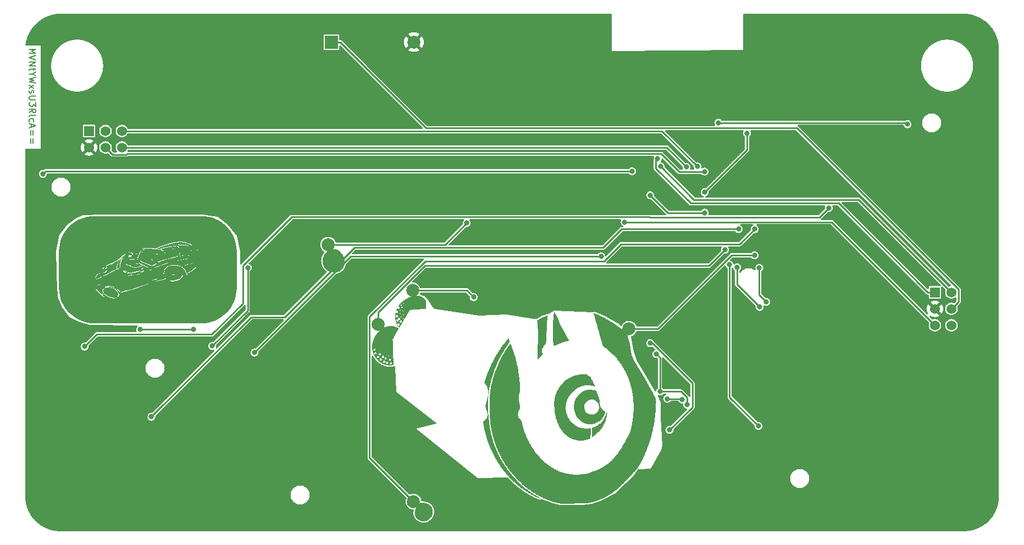
<source format=gtl>
%TF.GenerationSoftware,KiCad,Pcbnew,7.0.1-0*%
%TF.CreationDate,2023-04-14T16:50:00-04:00*%
%TF.ProjectId,WrightSpace,57726967-6874-4537-9061-63652e6b6963,v01*%
%TF.SameCoordinates,Original*%
%TF.FileFunction,Copper,L1,Top*%
%TF.FilePolarity,Positive*%
%FSLAX46Y46*%
G04 Gerber Fmt 4.6, Leading zero omitted, Abs format (unit mm)*
G04 Created by KiCad (PCBNEW 7.0.1-0) date 2023-04-14 16:50:00*
%MOMM*%
%LPD*%
G01*
G04 APERTURE LIST*
%ADD10C,0.200000*%
%TA.AperFunction,NonConductor*%
%ADD11C,0.200000*%
%TD*%
%TA.AperFunction,SMDPad,CuDef*%
%ADD12C,2.000000*%
%TD*%
%TA.AperFunction,ComponentPad*%
%ADD13R,1.524000X1.524000*%
%TD*%
%TA.AperFunction,ComponentPad*%
%ADD14C,1.524000*%
%TD*%
%TA.AperFunction,ComponentPad*%
%ADD15R,2.000000X2.000000*%
%TD*%
%TA.AperFunction,ComponentPad*%
%ADD16C,2.000000*%
%TD*%
%TA.AperFunction,ViaPad*%
%ADD17C,0.800000*%
%TD*%
%TA.AperFunction,Conductor*%
%ADD18C,0.250000*%
%TD*%
G04 APERTURE END LIST*
D10*
D11*
X90382322Y-62806258D02*
X91382322Y-62806258D01*
X91382322Y-62806258D02*
X90668037Y-63139591D01*
X90668037Y-63139591D02*
X91382322Y-63472924D01*
X91382322Y-63472924D02*
X90382322Y-63472924D01*
X91382322Y-63806258D02*
X90382322Y-64139591D01*
X90382322Y-64139591D02*
X91382322Y-64472924D01*
X90382322Y-64806258D02*
X91382322Y-64806258D01*
X91382322Y-64806258D02*
X90382322Y-65377686D01*
X90382322Y-65377686D02*
X91382322Y-65377686D01*
X91048989Y-65711020D02*
X91048989Y-66091972D01*
X91382322Y-65853877D02*
X90525180Y-65853877D01*
X90525180Y-65853877D02*
X90429942Y-65901496D01*
X90429942Y-65901496D02*
X90382322Y-65996734D01*
X90382322Y-65996734D02*
X90382322Y-66091972D01*
X90858513Y-66615782D02*
X90382322Y-66615782D01*
X91382322Y-66282449D02*
X90858513Y-66615782D01*
X90858513Y-66615782D02*
X91382322Y-66949115D01*
X91382322Y-67187211D02*
X90382322Y-67425306D01*
X90382322Y-67425306D02*
X91096608Y-67615782D01*
X91096608Y-67615782D02*
X90382322Y-67806258D01*
X90382322Y-67806258D02*
X91382322Y-68044354D01*
X90382322Y-68330068D02*
X91048989Y-68853877D01*
X91048989Y-68330068D02*
X90382322Y-68853877D01*
X90429942Y-69187211D02*
X90382322Y-69282449D01*
X90382322Y-69282449D02*
X90382322Y-69472925D01*
X90382322Y-69472925D02*
X90429942Y-69568163D01*
X90429942Y-69568163D02*
X90525180Y-69615782D01*
X90525180Y-69615782D02*
X90572799Y-69615782D01*
X90572799Y-69615782D02*
X90668037Y-69568163D01*
X90668037Y-69568163D02*
X90715656Y-69472925D01*
X90715656Y-69472925D02*
X90715656Y-69330068D01*
X90715656Y-69330068D02*
X90763275Y-69234830D01*
X90763275Y-69234830D02*
X90858513Y-69187211D01*
X90858513Y-69187211D02*
X90906132Y-69187211D01*
X90906132Y-69187211D02*
X91001370Y-69234830D01*
X91001370Y-69234830D02*
X91048989Y-69330068D01*
X91048989Y-69330068D02*
X91048989Y-69472925D01*
X91048989Y-69472925D02*
X91001370Y-69568163D01*
X91382322Y-70044354D02*
X90572799Y-70044354D01*
X90572799Y-70044354D02*
X90477561Y-70091973D01*
X90477561Y-70091973D02*
X90429942Y-70139592D01*
X90429942Y-70139592D02*
X90382322Y-70234830D01*
X90382322Y-70234830D02*
X90382322Y-70425306D01*
X90382322Y-70425306D02*
X90429942Y-70520544D01*
X90429942Y-70520544D02*
X90477561Y-70568163D01*
X90477561Y-70568163D02*
X90572799Y-70615782D01*
X90572799Y-70615782D02*
X91382322Y-70615782D01*
X91382322Y-70996735D02*
X91382322Y-71615782D01*
X91382322Y-71615782D02*
X91001370Y-71282449D01*
X91001370Y-71282449D02*
X91001370Y-71425306D01*
X91001370Y-71425306D02*
X90953751Y-71520544D01*
X90953751Y-71520544D02*
X90906132Y-71568163D01*
X90906132Y-71568163D02*
X90810894Y-71615782D01*
X90810894Y-71615782D02*
X90572799Y-71615782D01*
X90572799Y-71615782D02*
X90477561Y-71568163D01*
X90477561Y-71568163D02*
X90429942Y-71520544D01*
X90429942Y-71520544D02*
X90382322Y-71425306D01*
X90382322Y-71425306D02*
X90382322Y-71139592D01*
X90382322Y-71139592D02*
X90429942Y-71044354D01*
X90429942Y-71044354D02*
X90477561Y-70996735D01*
X90382322Y-72615782D02*
X90858513Y-72282449D01*
X90382322Y-72044354D02*
X91382322Y-72044354D01*
X91382322Y-72044354D02*
X91382322Y-72425306D01*
X91382322Y-72425306D02*
X91334703Y-72520544D01*
X91334703Y-72520544D02*
X91287084Y-72568163D01*
X91287084Y-72568163D02*
X91191846Y-72615782D01*
X91191846Y-72615782D02*
X91048989Y-72615782D01*
X91048989Y-72615782D02*
X90953751Y-72568163D01*
X90953751Y-72568163D02*
X90906132Y-72520544D01*
X90906132Y-72520544D02*
X90858513Y-72425306D01*
X90858513Y-72425306D02*
X90858513Y-72044354D01*
X90382322Y-73187211D02*
X90429942Y-73091973D01*
X90429942Y-73091973D02*
X90525180Y-73044354D01*
X90525180Y-73044354D02*
X91382322Y-73044354D01*
X90429942Y-73996735D02*
X90382322Y-73901497D01*
X90382322Y-73901497D02*
X90382322Y-73711021D01*
X90382322Y-73711021D02*
X90429942Y-73615783D01*
X90429942Y-73615783D02*
X90477561Y-73568164D01*
X90477561Y-73568164D02*
X90572799Y-73520545D01*
X90572799Y-73520545D02*
X90858513Y-73520545D01*
X90858513Y-73520545D02*
X90953751Y-73568164D01*
X90953751Y-73568164D02*
X91001370Y-73615783D01*
X91001370Y-73615783D02*
X91048989Y-73711021D01*
X91048989Y-73711021D02*
X91048989Y-73901497D01*
X91048989Y-73901497D02*
X91001370Y-73996735D01*
X90668037Y-74377688D02*
X90668037Y-74853878D01*
X90382322Y-74282450D02*
X91382322Y-74615783D01*
X91382322Y-74615783D02*
X90382322Y-74949116D01*
X90906132Y-75282450D02*
X90906132Y-76044355D01*
X90620418Y-76044355D02*
X90620418Y-75282450D01*
X90906132Y-76520545D02*
X90906132Y-77282450D01*
X90620418Y-77282450D02*
X90620418Y-76520545D01*
%TA.AperFunction,EtchedComponent*%
%TO.C,J1*%
G36*
X114318593Y-96860570D02*
G01*
X114350124Y-96928135D01*
X114291567Y-96830727D01*
X114318593Y-96860570D01*
G37*
%TD.AperFunction*%
%TA.AperFunction,EtchedComponent*%
G36*
X115349554Y-93853290D02*
G01*
X115348977Y-93851560D01*
X115349554Y-93850983D01*
X115349554Y-93853290D01*
G37*
%TD.AperFunction*%
%TA.AperFunction,EtchedComponent*%
G36*
X108464548Y-94235010D02*
G01*
X108479749Y-94247954D01*
X108461169Y-94235010D01*
X108461169Y-94234433D01*
X108464548Y-94235010D01*
G37*
%TD.AperFunction*%
%TA.AperFunction,EtchedComponent*%
G36*
X104582861Y-95218629D02*
G01*
X104398743Y-95616707D01*
X104285570Y-96039559D01*
X104273182Y-96281108D01*
X104307529Y-96520406D01*
X104309230Y-96523779D01*
X104256303Y-96511959D01*
X103911152Y-96689322D01*
X103894824Y-96437075D01*
X103948314Y-96192147D01*
X104165089Y-95731008D01*
X104428597Y-95253540D01*
X104552468Y-95027192D01*
X104580057Y-95008627D01*
X104595258Y-94956263D01*
X104696044Y-94805365D01*
X104854825Y-94639828D01*
X105044573Y-94510890D01*
X104582861Y-95218629D01*
G37*
%TD.AperFunction*%
%TA.AperFunction,EtchedComponent*%
G36*
X171585719Y-103991497D02*
G01*
X171874001Y-104539233D01*
X172162283Y-105231111D01*
X172565879Y-106009473D01*
X172854161Y-106614866D01*
X173228928Y-107306744D01*
X173574867Y-107767995D01*
X173027130Y-107883308D01*
X172508222Y-108027449D01*
X171845173Y-108315732D01*
X171268608Y-108575186D01*
X171153295Y-108517529D01*
X171095639Y-108200419D01*
X171037982Y-107883308D01*
X171066810Y-107450885D01*
X171009154Y-106874320D01*
X171037982Y-106268927D01*
X171037982Y-105173454D01*
X171095639Y-104077981D01*
X171182123Y-103357276D01*
X171585719Y-103991497D01*
G37*
%TD.AperFunction*%
%TA.AperFunction,EtchedComponent*%
G36*
X170144307Y-104250951D02*
G01*
X170115479Y-105086970D01*
X170057822Y-105922988D01*
X170028994Y-106874320D01*
X170000166Y-107739167D01*
X169942509Y-108315732D01*
X169740712Y-108402216D01*
X169625399Y-108604014D01*
X169567742Y-108719327D01*
X169423601Y-108892296D01*
X169308288Y-109094094D01*
X169365945Y-109295892D01*
X169365945Y-109613002D01*
X169423601Y-109728315D01*
X169538914Y-109728315D01*
X169308288Y-109987769D01*
X168991177Y-110304880D01*
X168674067Y-110679647D01*
X168674067Y-110131911D01*
X168645239Y-109526518D01*
X168645239Y-108805812D01*
X168702895Y-107883308D01*
X168731723Y-106989633D01*
X168731723Y-106297755D01*
X168674067Y-105605878D01*
X168616410Y-105000485D01*
X168587582Y-104654546D01*
X168991177Y-104395092D01*
X169394773Y-104135638D01*
X169740712Y-104049153D01*
X169942509Y-103991497D01*
X170201963Y-103847356D01*
X170144307Y-104250951D01*
G37*
%TD.AperFunction*%
%TA.AperFunction,EtchedComponent*%
G36*
X161066391Y-119128417D02*
G01*
X161044483Y-119150324D01*
X161044483Y-119122940D01*
X161066391Y-119128417D01*
G37*
%TD.AperFunction*%
%TA.AperFunction,EtchedComponent*%
G36*
X161132112Y-115688974D02*
G01*
X161125621Y-115728731D01*
X161109394Y-115831777D01*
X161088298Y-115973768D01*
X161067202Y-116115760D01*
X161050974Y-116218805D01*
X161044483Y-116258563D01*
X161066391Y-116302377D01*
X161088298Y-116324285D01*
X161066391Y-116565265D01*
X161064768Y-116648026D01*
X161060711Y-116759996D01*
X161055437Y-116893874D01*
X161050163Y-117042357D01*
X161046106Y-117198142D01*
X161044483Y-117353927D01*
X161039463Y-117480730D01*
X161035355Y-117599775D01*
X161032160Y-117713343D01*
X161029878Y-117823716D01*
X161028509Y-117933177D01*
X161028053Y-118044006D01*
X161028509Y-118158487D01*
X161029878Y-118278901D01*
X161032160Y-118407530D01*
X161035355Y-118546657D01*
X161039463Y-118698562D01*
X161044483Y-118865529D01*
X161044483Y-119007521D01*
X161044483Y-119110566D01*
X161044483Y-119122940D01*
X160978761Y-119106509D01*
X160956854Y-119084602D01*
X160951071Y-119006086D01*
X160931617Y-118919158D01*
X160895338Y-118810148D01*
X160839081Y-118665384D01*
X160759689Y-118471198D01*
X160714847Y-118349681D01*
X160680275Y-118238433D01*
X160658025Y-118123078D01*
X160650152Y-117989238D01*
X160645374Y-117904884D01*
X160646005Y-117823957D01*
X160652586Y-117741767D01*
X160665659Y-117653627D01*
X160685763Y-117554849D01*
X160713440Y-117440745D01*
X160749231Y-117306626D01*
X160793676Y-117147806D01*
X160847318Y-116959596D01*
X160894468Y-116783586D01*
X160934045Y-116632279D01*
X160966591Y-116501166D01*
X160992645Y-116385739D01*
X161012749Y-116281492D01*
X161027444Y-116183916D01*
X161037271Y-116088503D01*
X161042770Y-115990747D01*
X161044483Y-115886139D01*
X161044483Y-115667066D01*
X161088298Y-115667066D01*
X161132112Y-115688974D01*
G37*
%TD.AperFunction*%
%TA.AperFunction,EtchedComponent*%
G36*
X151037724Y-132760425D02*
G01*
X151155780Y-132772798D01*
X151295743Y-132798559D01*
X151421913Y-132824017D01*
X151538346Y-132856168D01*
X151646260Y-132894404D01*
X151746871Y-132938117D01*
X151841397Y-132986698D01*
X151931054Y-133039540D01*
X152039142Y-133114972D01*
X152136367Y-133197614D01*
X152222729Y-133287070D01*
X152298228Y-133382946D01*
X152362863Y-133484845D01*
X152416636Y-133592373D01*
X152459545Y-133705136D01*
X152491591Y-133822737D01*
X152512774Y-133944783D01*
X152523094Y-134070877D01*
X152522551Y-134200625D01*
X152509160Y-134326441D01*
X152486694Y-134449453D01*
X152455427Y-134569194D01*
X152415630Y-134685195D01*
X152367577Y-134796990D01*
X152311540Y-134904112D01*
X152247791Y-135006093D01*
X152176604Y-135102465D01*
X152098251Y-135192762D01*
X152013004Y-135276516D01*
X151921136Y-135353260D01*
X151822920Y-135422526D01*
X151718628Y-135483847D01*
X151608534Y-135536755D01*
X151492909Y-135580784D01*
X151388981Y-135604269D01*
X151250351Y-135621444D01*
X151100155Y-135631258D01*
X150961526Y-135632661D01*
X150857598Y-135624599D01*
X150735567Y-135593963D01*
X150616618Y-135552031D01*
X150501775Y-135499830D01*
X150392068Y-135438387D01*
X150288522Y-135368728D01*
X150192164Y-135291882D01*
X150104021Y-135208874D01*
X150025121Y-135120731D01*
X149961428Y-135037362D01*
X149902602Y-134943039D01*
X149849863Y-134841413D01*
X149804425Y-134736137D01*
X149767508Y-134630860D01*
X149740326Y-134529235D01*
X149725721Y-134409150D01*
X149725721Y-134313407D01*
X149740326Y-134178718D01*
X149768083Y-134028544D01*
X149799388Y-133892171D01*
X149835163Y-133767628D01*
X149876327Y-133652943D01*
X149923800Y-133546145D01*
X149978502Y-133445262D01*
X150041354Y-133348323D01*
X150113276Y-133253355D01*
X150195187Y-133158387D01*
X150288008Y-133061447D01*
X150463267Y-132886189D01*
X150638525Y-132820467D01*
X150741976Y-132791460D01*
X150838124Y-132770973D01*
X150934273Y-132760222D01*
X151037724Y-132760425D01*
G37*
%TD.AperFunction*%
%TA.AperFunction,EtchedComponent*%
G36*
X179368434Y-118862900D02*
G01*
X179382981Y-118908467D01*
X179379651Y-119001354D01*
X179357393Y-119162592D01*
X179315156Y-119413211D01*
X179292339Y-119529193D01*
X179265094Y-119646875D01*
X179233613Y-119765905D01*
X179198089Y-119885929D01*
X179158713Y-120006596D01*
X179115680Y-120127551D01*
X179069180Y-120248442D01*
X179019407Y-120368916D01*
X178966554Y-120488620D01*
X178910812Y-120607201D01*
X178852375Y-120724305D01*
X178791435Y-120839581D01*
X178728184Y-120952674D01*
X178662815Y-121063232D01*
X178595521Y-121170901D01*
X178526493Y-121275330D01*
X178464930Y-121360227D01*
X178392537Y-121452064D01*
X178310931Y-121549226D01*
X178221726Y-121650097D01*
X178126539Y-121753062D01*
X178026984Y-121856506D01*
X177924676Y-121958813D01*
X177821233Y-122058368D01*
X177718267Y-122153556D01*
X177617396Y-122242760D01*
X177520234Y-122324367D01*
X177428397Y-122396759D01*
X177343500Y-122458323D01*
X177200697Y-122552443D01*
X177091972Y-122612486D01*
X177036798Y-122633581D01*
X177035277Y-122619687D01*
X177031930Y-122558934D01*
X177028583Y-122455585D01*
X177027062Y-122313897D01*
X177029192Y-122138132D01*
X177036798Y-121932548D01*
X177058706Y-121209608D01*
X177233964Y-121143886D01*
X177340459Y-121105805D01*
X177447373Y-121062459D01*
X177554347Y-121014028D01*
X177661021Y-120960691D01*
X177767038Y-120902627D01*
X177872037Y-120840016D01*
X177975660Y-120773038D01*
X178077549Y-120701872D01*
X178177343Y-120626697D01*
X178274684Y-120547693D01*
X178369214Y-120465040D01*
X178460572Y-120378916D01*
X178548401Y-120289502D01*
X178676079Y-120157374D01*
X178764735Y-120053999D01*
X178816423Y-119975270D01*
X178833195Y-119917079D01*
X178857841Y-119826711D01*
X178898917Y-119719913D01*
X178949310Y-119641928D01*
X179004302Y-119544016D01*
X179060444Y-119433075D01*
X179114286Y-119316002D01*
X179162379Y-119199695D01*
X179201276Y-119091053D01*
X179227526Y-118996973D01*
X179265864Y-118871006D01*
X179337063Y-118843622D01*
X179368434Y-118862900D01*
G37*
%TD.AperFunction*%
%TA.AperFunction,EtchedComponent*%
G36*
X102513092Y-100948321D02*
G01*
X102253525Y-100801929D01*
X102023237Y-100612743D01*
X101859189Y-100407057D01*
X102711921Y-100407057D01*
X102747394Y-100490953D01*
X102874643Y-100547822D01*
X102999641Y-100487012D01*
X103000765Y-100485282D01*
X103002466Y-100483553D01*
X103003590Y-100480670D01*
X103005291Y-100475596D01*
X103005291Y-100475019D01*
X103005291Y-100473866D01*
X103005291Y-100473290D01*
X103005291Y-100472713D01*
X103005291Y-100472137D01*
X103005291Y-100471560D01*
X103005291Y-100470983D01*
X103005291Y-100470407D01*
X103005291Y-100469830D01*
X103005291Y-100469254D01*
X103005291Y-100468677D01*
X103004167Y-100464180D01*
X103002466Y-100460807D01*
X103001342Y-100459077D01*
X103000217Y-100457348D01*
X102999641Y-100456771D01*
X102970362Y-100456771D01*
X102897165Y-100505194D01*
X102810455Y-100491673D01*
X102755276Y-100423544D01*
X102760344Y-100336269D01*
X102760921Y-100335116D01*
X102762045Y-100332233D01*
X102762622Y-100328284D01*
X102762622Y-100327707D01*
X102762622Y-100327131D01*
X102762622Y-100326554D01*
X102762622Y-100325977D01*
X102762622Y-100325401D01*
X102762622Y-100324824D01*
X102762622Y-100324248D01*
X102762622Y-100323671D01*
X102762622Y-100323095D01*
X102761498Y-100319145D01*
X102760921Y-100316839D01*
X102759220Y-100313956D01*
X102758644Y-100313380D01*
X102757519Y-100311650D01*
X102756943Y-100311073D01*
X102755242Y-100309344D01*
X102753541Y-100308190D01*
X102752964Y-100307614D01*
X102742828Y-100305308D01*
X102740003Y-100305308D01*
X102740087Y-100307412D01*
X102725448Y-100316983D01*
X102724871Y-100316406D01*
X102711921Y-100407057D01*
X101859189Y-100407057D01*
X101839119Y-100381893D01*
X101719190Y-100108814D01*
X101703989Y-100035617D01*
X101749033Y-99986632D01*
X101780564Y-99853751D01*
X101881913Y-99755216D01*
X102161749Y-99631909D01*
X102458478Y-99592495D01*
X102468047Y-99592486D01*
X102776599Y-99614453D01*
X103081210Y-99679767D01*
X103372308Y-99789000D01*
X103636942Y-99948342D01*
X103862725Y-100163992D01*
X104016439Y-100406668D01*
X104072181Y-100554750D01*
X104087947Y-100711278D01*
X103986035Y-100948886D01*
X103779958Y-101108791D01*
X103459019Y-101178048D01*
X103129634Y-101142012D01*
X102874643Y-101061905D01*
X102513092Y-100948321D01*
G37*
%TD.AperFunction*%
%TA.AperFunction,EtchedComponent*%
G36*
X137392987Y-93652421D02*
G01*
X137510379Y-93668644D01*
X137625472Y-93694447D01*
X137740182Y-93729448D01*
X137856425Y-93773262D01*
X137976116Y-93825508D01*
X138075105Y-93878248D01*
X138169225Y-93955329D01*
X138282818Y-94066488D01*
X138373354Y-94161718D01*
X138457182Y-94259630D01*
X138534305Y-94360224D01*
X138604721Y-94463501D01*
X138668431Y-94569461D01*
X138725435Y-94678103D01*
X138775732Y-94789428D01*
X138819323Y-94903435D01*
X138856208Y-95020125D01*
X138886386Y-95139498D01*
X138909858Y-95261552D01*
X138926624Y-95386290D01*
X138936684Y-95513710D01*
X138940037Y-95643812D01*
X138936218Y-95772589D01*
X138924697Y-95896231D01*
X138905374Y-96015034D01*
X138878150Y-96129295D01*
X138842927Y-96239308D01*
X138799606Y-96345372D01*
X138748089Y-96447781D01*
X138688276Y-96546833D01*
X138620069Y-96642824D01*
X138543368Y-96736049D01*
X138458077Y-96826805D01*
X138368103Y-96904578D01*
X138273803Y-96976760D01*
X138175716Y-97042632D01*
X138074384Y-97101473D01*
X137970347Y-97152560D01*
X137864146Y-97195172D01*
X137756322Y-97228589D01*
X137647417Y-97252089D01*
X137537971Y-97264951D01*
X137417481Y-97275904D01*
X137362713Y-97286858D01*
X137277822Y-97248520D01*
X137143640Y-97243044D01*
X137030046Y-97236552D01*
X136921321Y-97220325D01*
X136836938Y-97199229D01*
X136723961Y-97164999D01*
X136615158Y-97123559D01*
X136510679Y-97075246D01*
X136410672Y-97020394D01*
X136315288Y-96959339D01*
X136224676Y-96892415D01*
X136138985Y-96819959D01*
X136058367Y-96742306D01*
X135982970Y-96659790D01*
X135912944Y-96572748D01*
X135848439Y-96481514D01*
X135789604Y-96386424D01*
X135736589Y-96287813D01*
X135689544Y-96186017D01*
X135648618Y-96081371D01*
X135613962Y-95974210D01*
X135585725Y-95864869D01*
X135564056Y-95753684D01*
X135549106Y-95640990D01*
X135541023Y-95527122D01*
X135539958Y-95412416D01*
X135546061Y-95297208D01*
X135559480Y-95181831D01*
X135580367Y-95066622D01*
X135608870Y-94951916D01*
X135645139Y-94838049D01*
X135689323Y-94725355D01*
X135741574Y-94614170D01*
X135809008Y-94494056D01*
X135880230Y-94381875D01*
X135955778Y-94277447D01*
X136036195Y-94180592D01*
X136122021Y-94091130D01*
X136213797Y-94008880D01*
X136312065Y-93933662D01*
X136417364Y-93865296D01*
X136530236Y-93803601D01*
X136655020Y-93745590D01*
X136771391Y-93702301D01*
X136886711Y-93672683D01*
X137008340Y-93655683D01*
X137143640Y-93650250D01*
X137271379Y-93646162D01*
X137392987Y-93652421D01*
G37*
%TD.AperFunction*%
%TA.AperFunction,EtchedComponent*%
G36*
X164221039Y-107468267D02*
G01*
X164264854Y-107627094D01*
X164302177Y-107739065D01*
X164329764Y-107836431D01*
X164352483Y-107889982D01*
X164341123Y-107960572D01*
X164276213Y-108074977D01*
X164177224Y-108218591D01*
X164125128Y-108291506D01*
X164069242Y-108372115D01*
X164009950Y-108459763D01*
X163947634Y-108553798D01*
X163882679Y-108653567D01*
X163815467Y-108758417D01*
X163746381Y-108867696D01*
X163675805Y-108980750D01*
X163604122Y-109096926D01*
X163531715Y-109215572D01*
X163458968Y-109336035D01*
X163386263Y-109457662D01*
X163313984Y-109579799D01*
X163242514Y-109701795D01*
X163172236Y-109822996D01*
X163103533Y-109942749D01*
X163036790Y-110060402D01*
X162972388Y-110175301D01*
X162910711Y-110286793D01*
X162852143Y-110394227D01*
X162797066Y-110496948D01*
X162739907Y-110609441D01*
X162683051Y-110724378D01*
X162626544Y-110841611D01*
X162570429Y-110960991D01*
X162514750Y-111082370D01*
X162459552Y-111205599D01*
X162404879Y-111330530D01*
X162350776Y-111457014D01*
X162297287Y-111584903D01*
X162244455Y-111714049D01*
X162192326Y-111844302D01*
X162140944Y-111975515D01*
X162090353Y-112107539D01*
X162040597Y-112240225D01*
X161991721Y-112373426D01*
X161943769Y-112506992D01*
X161896786Y-112640775D01*
X161850815Y-112774627D01*
X161805901Y-112908399D01*
X161762088Y-113041943D01*
X161719421Y-113175111D01*
X161677944Y-113307753D01*
X161637701Y-113439721D01*
X161598736Y-113570868D01*
X161561095Y-113701043D01*
X161524821Y-113830100D01*
X161489958Y-113957890D01*
X161456551Y-114084263D01*
X161424644Y-114209072D01*
X161394282Y-114332168D01*
X161365508Y-114453403D01*
X161338368Y-114572628D01*
X161312905Y-114689694D01*
X161289164Y-114804454D01*
X161267188Y-114916759D01*
X161247023Y-115026460D01*
X161228713Y-115133409D01*
X161212302Y-115237458D01*
X161197834Y-115338457D01*
X161161550Y-115505842D01*
X161121159Y-115609560D01*
X161080767Y-115643447D01*
X161044483Y-115601344D01*
X161031501Y-115525075D01*
X160999046Y-115400122D01*
X160956854Y-115250828D01*
X160924635Y-115106248D01*
X160879836Y-114956791D01*
X160826309Y-114809901D01*
X160767904Y-114673023D01*
X160708472Y-114553603D01*
X160651864Y-114459085D01*
X160601931Y-114396915D01*
X160562523Y-114374537D01*
X160520506Y-114366664D01*
X160493378Y-114340307D01*
X160481654Y-114291358D01*
X160485848Y-114215709D01*
X160506471Y-114109253D01*
X160544039Y-113967883D01*
X160599064Y-113787490D01*
X160672059Y-113563967D01*
X160715316Y-113438712D01*
X160759486Y-113313618D01*
X160804560Y-113188706D01*
X160850529Y-113063996D01*
X160897383Y-112939508D01*
X160945111Y-112815261D01*
X160993704Y-112691275D01*
X161043151Y-112567570D01*
X161093443Y-112444166D01*
X161144570Y-112321083D01*
X161196522Y-112198340D01*
X161249289Y-112075958D01*
X161302862Y-111953955D01*
X161357229Y-111832353D01*
X161412382Y-111711171D01*
X161468310Y-111590429D01*
X161525003Y-111470146D01*
X161582453Y-111350343D01*
X161640647Y-111231039D01*
X161699578Y-111112254D01*
X161759234Y-110994008D01*
X161819606Y-110876321D01*
X161880684Y-110759213D01*
X161942458Y-110642703D01*
X162004918Y-110526811D01*
X162068054Y-110411557D01*
X162131856Y-110296962D01*
X162196315Y-110183044D01*
X162261420Y-110069824D01*
X162327162Y-109957322D01*
X162393530Y-109845556D01*
X162460515Y-109734548D01*
X162528107Y-109624317D01*
X162596295Y-109514883D01*
X162665070Y-109406266D01*
X162734423Y-109298485D01*
X162804342Y-109191560D01*
X162874819Y-109085512D01*
X162945842Y-108980359D01*
X163017404Y-108876123D01*
X163089492Y-108772822D01*
X163162098Y-108670477D01*
X163235211Y-108569107D01*
X163335747Y-108431211D01*
X163438868Y-108292934D01*
X163542598Y-108156634D01*
X163644959Y-108024671D01*
X163743972Y-107899401D01*
X163837662Y-107783184D01*
X163924048Y-107678376D01*
X164001155Y-107587337D01*
X164067003Y-107512423D01*
X164119616Y-107455994D01*
X164157016Y-107420408D01*
X164177224Y-107408022D01*
X164221039Y-107468267D01*
G37*
%TD.AperFunction*%
%TA.AperFunction,EtchedComponent*%
G36*
X176877768Y-120660303D02*
G01*
X176759534Y-120663980D01*
X176640845Y-120661723D01*
X176521546Y-120653686D01*
X176401487Y-120640019D01*
X176283581Y-120616903D01*
X176167567Y-120588088D01*
X176053587Y-120553709D01*
X175941783Y-120513900D01*
X175832298Y-120468797D01*
X175725273Y-120418533D01*
X175620851Y-120363244D01*
X175519173Y-120303064D01*
X175420382Y-120238127D01*
X175324620Y-120168569D01*
X175232029Y-120094523D01*
X175142751Y-120016125D01*
X175056928Y-119933509D01*
X174974702Y-119846810D01*
X174896215Y-119756162D01*
X174821610Y-119661700D01*
X174751029Y-119563558D01*
X174684613Y-119461872D01*
X174622504Y-119356775D01*
X174564845Y-119248403D01*
X174511779Y-119136890D01*
X174463446Y-119022370D01*
X174419989Y-118904979D01*
X174381550Y-118784850D01*
X174348272Y-118662119D01*
X174320296Y-118536920D01*
X174299490Y-118417045D01*
X174283954Y-118292810D01*
X174273591Y-118165223D01*
X174268306Y-118035288D01*
X174268002Y-117904012D01*
X174271411Y-117806107D01*
X175820602Y-117806107D01*
X175831898Y-117989238D01*
X175846972Y-118127528D01*
X175870337Y-118257602D01*
X175902070Y-118379461D01*
X175942246Y-118493105D01*
X175990941Y-118598534D01*
X176048232Y-118695748D01*
X176114195Y-118784746D01*
X176188905Y-118865529D01*
X176272440Y-118938097D01*
X176364874Y-119002450D01*
X176466284Y-119058587D01*
X176576745Y-119106509D01*
X176680976Y-119147757D01*
X176794449Y-119173600D01*
X176914083Y-119185067D01*
X177036798Y-119183185D01*
X177159513Y-119168979D01*
X177279148Y-119143478D01*
X177392621Y-119107707D01*
X177496851Y-119062695D01*
X177609258Y-118994278D01*
X177709965Y-118920210D01*
X177799106Y-118840095D01*
X177876811Y-118753539D01*
X177943212Y-118660148D01*
X177998440Y-118559528D01*
X178042627Y-118451284D01*
X178075905Y-118335023D01*
X178098403Y-118210348D01*
X178110255Y-118076867D01*
X178114106Y-117930448D01*
X178108201Y-117800972D01*
X178091001Y-117684847D01*
X178060964Y-117578476D01*
X178016550Y-117478268D01*
X177956220Y-117380626D01*
X177878432Y-117281958D01*
X177781646Y-117178669D01*
X177684964Y-117089591D01*
X177586110Y-117013549D01*
X177485083Y-116950543D01*
X177381883Y-116900573D01*
X177276511Y-116863638D01*
X177168966Y-116839739D01*
X177059249Y-116828876D01*
X176947359Y-116831049D01*
X176833296Y-116846257D01*
X176717061Y-116874501D01*
X176598653Y-116915781D01*
X176504734Y-116957371D01*
X176405937Y-117014364D01*
X176305600Y-117083680D01*
X176207060Y-117162238D01*
X176113655Y-117246958D01*
X176028721Y-117334758D01*
X175955597Y-117422558D01*
X175897620Y-117507278D01*
X175847301Y-117604149D01*
X175823683Y-117690751D01*
X175820602Y-117806107D01*
X174271411Y-117806107D01*
X174272585Y-117772401D01*
X174281958Y-117641460D01*
X174296025Y-117512196D01*
X174314691Y-117385614D01*
X174337860Y-117262721D01*
X174365435Y-117144522D01*
X174397322Y-117032024D01*
X174433425Y-116926232D01*
X174473647Y-116828152D01*
X174528573Y-116721698D01*
X174589363Y-116616988D01*
X174655692Y-116514309D01*
X174727233Y-116413948D01*
X174803661Y-116316194D01*
X174884650Y-116221334D01*
X174969874Y-116129655D01*
X175059008Y-116041445D01*
X175151725Y-115956990D01*
X175247700Y-115876580D01*
X175346606Y-115800500D01*
X175448120Y-115729038D01*
X175551913Y-115662483D01*
X175657662Y-115601121D01*
X175765039Y-115545240D01*
X175873719Y-115495127D01*
X175983377Y-115451069D01*
X176093687Y-115413355D01*
X176204322Y-115382272D01*
X176309696Y-115359269D01*
X176426900Y-115342839D01*
X176553305Y-115332980D01*
X176686282Y-115329694D01*
X176823202Y-115332980D01*
X176961437Y-115342839D01*
X177098358Y-115359269D01*
X177231335Y-115382272D01*
X177357740Y-115411846D01*
X177474944Y-115447993D01*
X177627610Y-115501050D01*
X177710447Y-115543838D01*
X177752208Y-115598948D01*
X177781646Y-115688974D01*
X177804430Y-115761180D01*
X177842986Y-115867036D01*
X177892059Y-115998129D01*
X177946389Y-116146047D01*
X178000719Y-116302377D01*
X178059552Y-116443406D01*
X178105805Y-116559788D01*
X178141276Y-116659740D01*
X178167762Y-116751477D01*
X178187059Y-116843213D01*
X178200965Y-116943165D01*
X178211277Y-117059548D01*
X178219792Y-117200576D01*
X178236479Y-117362399D01*
X178254706Y-117505224D01*
X178276015Y-117632646D01*
X178301944Y-117748258D01*
X178334035Y-117855655D01*
X178373827Y-117958431D01*
X178422862Y-118060180D01*
X178482679Y-118164496D01*
X178544547Y-118253748D01*
X178634407Y-118360039D01*
X178740089Y-118471198D01*
X178849423Y-118575055D01*
X178950237Y-118659438D01*
X179030361Y-118712178D01*
X179074176Y-118750313D01*
X179074176Y-118812789D01*
X179030361Y-118953158D01*
X178993965Y-119067594D01*
X178950733Y-119180618D01*
X178901019Y-119291844D01*
X178845176Y-119400888D01*
X178783556Y-119507365D01*
X178716513Y-119610890D01*
X178644400Y-119711077D01*
X178567570Y-119807542D01*
X178486375Y-119899899D01*
X178401168Y-119987764D01*
X178312304Y-120070751D01*
X178220134Y-120148474D01*
X178125012Y-120220550D01*
X178027290Y-120286593D01*
X177927322Y-120346217D01*
X177825461Y-120399039D01*
X177705402Y-120455658D01*
X177586103Y-120505127D01*
X177467413Y-120547598D01*
X177349180Y-120583222D01*
X177231251Y-120612153D01*
X177113474Y-120634542D01*
X176995697Y-120650542D01*
X176914083Y-120657297D01*
X176877768Y-120660303D01*
G37*
%TD.AperFunction*%
%TA.AperFunction,EtchedComponent*%
G36*
X161064768Y-119132372D02*
G01*
X161082618Y-119189270D01*
X161099251Y-119279029D01*
X161115885Y-119403475D01*
X161133735Y-119564432D01*
X161154020Y-119763728D01*
X161161970Y-119889470D01*
X161171088Y-120015136D01*
X161181368Y-120140717D01*
X161192805Y-120266205D01*
X161205394Y-120391591D01*
X161219130Y-120516868D01*
X161234008Y-120642027D01*
X161250022Y-120767059D01*
X161267169Y-120891958D01*
X161285442Y-121016713D01*
X161304837Y-121141318D01*
X161325348Y-121265764D01*
X161346971Y-121390042D01*
X161369701Y-121514144D01*
X161393532Y-121638063D01*
X161418459Y-121761790D01*
X161444478Y-121885316D01*
X161471583Y-122008633D01*
X161499770Y-122131733D01*
X161529032Y-122254609D01*
X161559366Y-122377250D01*
X161590766Y-122499651D01*
X161623227Y-122621801D01*
X161656744Y-122743693D01*
X161691312Y-122865318D01*
X161726925Y-122986669D01*
X161763580Y-123107737D01*
X161801270Y-123228514D01*
X161839991Y-123348991D01*
X161879738Y-123469161D01*
X161920506Y-123589014D01*
X161962289Y-123708544D01*
X162005082Y-123827741D01*
X162048881Y-123946597D01*
X162093681Y-124065104D01*
X162139475Y-124183254D01*
X162186261Y-124301039D01*
X162234031Y-124418449D01*
X162282782Y-124535478D01*
X162332507Y-124652117D01*
X162383203Y-124768357D01*
X162434864Y-124884190D01*
X162487485Y-124999609D01*
X162541061Y-125114604D01*
X162595586Y-125229168D01*
X162651057Y-125343292D01*
X162707467Y-125456968D01*
X162764812Y-125570187D01*
X162823087Y-125682942D01*
X162882287Y-125795225D01*
X162942406Y-125907026D01*
X163003439Y-126018338D01*
X163065382Y-126129153D01*
X163128230Y-126239462D01*
X163191976Y-126349257D01*
X163256617Y-126458529D01*
X163322148Y-126567271D01*
X163388562Y-126675475D01*
X163455856Y-126783131D01*
X163524024Y-126890232D01*
X163593061Y-126996769D01*
X163662962Y-127102735D01*
X163733721Y-127208120D01*
X163805335Y-127312918D01*
X163877798Y-127417118D01*
X163951104Y-127520714D01*
X164025249Y-127623697D01*
X164100228Y-127726059D01*
X164176035Y-127827791D01*
X164252666Y-127928885D01*
X164330116Y-128029333D01*
X164408379Y-128129127D01*
X164487450Y-128228258D01*
X164567325Y-128326719D01*
X164647998Y-128424500D01*
X164729464Y-128521594D01*
X164811719Y-128617993D01*
X164894756Y-128713688D01*
X164978572Y-128808670D01*
X165063161Y-128902932D01*
X165148518Y-128996466D01*
X165234638Y-129089263D01*
X165321515Y-129181314D01*
X165409146Y-129272613D01*
X165497524Y-129363150D01*
X165586645Y-129452917D01*
X165676504Y-129541905D01*
X165767095Y-129630108D01*
X165858414Y-129717516D01*
X165950456Y-129804121D01*
X166043215Y-129889914D01*
X166136686Y-129974889D01*
X166230865Y-130059036D01*
X166325746Y-130142347D01*
X166421324Y-130224814D01*
X166517595Y-130306428D01*
X166614552Y-130387182D01*
X166712192Y-130467067D01*
X166810509Y-130546075D01*
X166909498Y-130624197D01*
X167009154Y-130701426D01*
X167109471Y-130777753D01*
X167210446Y-130853170D01*
X167312072Y-130927668D01*
X167414345Y-131001240D01*
X167517260Y-131073877D01*
X167620811Y-131145571D01*
X167724994Y-131216313D01*
X167829803Y-131286096D01*
X167935234Y-131354910D01*
X168041282Y-131422749D01*
X168147940Y-131489603D01*
X168255205Y-131555464D01*
X168363072Y-131620325D01*
X168471534Y-131684176D01*
X168580588Y-131747010D01*
X168742753Y-131842304D01*
X168871961Y-131921885D01*
X168967446Y-131986138D01*
X169028442Y-132035445D01*
X169054181Y-132070190D01*
X169043898Y-132090756D01*
X168996826Y-132097527D01*
X168951926Y-132095355D01*
X168876368Y-132072106D01*
X168774368Y-132030847D01*
X168650142Y-131974641D01*
X168507904Y-131906556D01*
X168351871Y-131829657D01*
X168186257Y-131747010D01*
X168071852Y-131688127D01*
X167958144Y-131628317D01*
X167845132Y-131567579D01*
X167732817Y-131505914D01*
X167621199Y-131443322D01*
X167510280Y-131379802D01*
X167400059Y-131315355D01*
X167290537Y-131249981D01*
X167181715Y-131183680D01*
X167073594Y-131116451D01*
X166966173Y-131048295D01*
X166859453Y-130979212D01*
X166753435Y-130909201D01*
X166648119Y-130838264D01*
X166543506Y-130766398D01*
X166439597Y-130693606D01*
X166336391Y-130619886D01*
X166233890Y-130545239D01*
X166132094Y-130469665D01*
X166031003Y-130393163D01*
X165930618Y-130315734D01*
X165830940Y-130237378D01*
X165731969Y-130158095D01*
X165633705Y-130077884D01*
X165536149Y-129996746D01*
X165439302Y-129914680D01*
X165343164Y-129831688D01*
X165247736Y-129747768D01*
X165153018Y-129662921D01*
X165059011Y-129577146D01*
X164965715Y-129490444D01*
X164873130Y-129402815D01*
X164781258Y-129314259D01*
X164690099Y-129224775D01*
X164599653Y-129134364D01*
X164509921Y-129043026D01*
X164420904Y-128950760D01*
X164332601Y-128857567D01*
X164245014Y-128763447D01*
X164158143Y-128668400D01*
X164071988Y-128572425D01*
X163986550Y-128475523D01*
X163901830Y-128377694D01*
X163817828Y-128278937D01*
X163734544Y-128179253D01*
X163651980Y-128078642D01*
X163570135Y-127977103D01*
X163489010Y-127874637D01*
X163408606Y-127771244D01*
X163328924Y-127666924D01*
X163249963Y-127561676D01*
X163171724Y-127455501D01*
X163094208Y-127348399D01*
X163017416Y-127240370D01*
X162941347Y-127131413D01*
X162866003Y-127021529D01*
X162791384Y-126910717D01*
X162717490Y-126798978D01*
X162644322Y-126686312D01*
X162571880Y-126572719D01*
X162500166Y-126458198D01*
X162429179Y-126342751D01*
X162358920Y-126226375D01*
X162293574Y-126115439D01*
X162228987Y-126003708D01*
X162165171Y-125891203D01*
X162102139Y-125777943D01*
X162039904Y-125663948D01*
X161978477Y-125549239D01*
X161917870Y-125433836D01*
X161858098Y-125317758D01*
X161799170Y-125201026D01*
X161741101Y-125083660D01*
X161683902Y-124965680D01*
X161627586Y-124847106D01*
X161572164Y-124727957D01*
X161517650Y-124608255D01*
X161464056Y-124488019D01*
X161411393Y-124367269D01*
X161359675Y-124246025D01*
X161308914Y-124124307D01*
X161259121Y-124002136D01*
X161210310Y-123879531D01*
X161162493Y-123756513D01*
X161115682Y-123633101D01*
X161069889Y-123509316D01*
X161025127Y-123385177D01*
X160981408Y-123260705D01*
X160938745Y-123135920D01*
X160897149Y-123010842D01*
X160856634Y-122885490D01*
X160817211Y-122759886D01*
X160778892Y-122634048D01*
X160741691Y-122507998D01*
X160705620Y-122381755D01*
X160670690Y-122255339D01*
X160636915Y-122128770D01*
X160604306Y-122002068D01*
X160572876Y-121875254D01*
X160542637Y-121748347D01*
X160513602Y-121621368D01*
X160485783Y-121494336D01*
X160459192Y-121367271D01*
X160433841Y-121240195D01*
X160409744Y-121113126D01*
X160386912Y-120986085D01*
X160365358Y-120859092D01*
X160255821Y-120267595D01*
X160518709Y-120026615D01*
X160619345Y-119933424D01*
X160707659Y-119835611D01*
X160783650Y-119734718D01*
X160847318Y-119632284D01*
X160898663Y-119529850D01*
X160937685Y-119428957D01*
X160964385Y-119331144D01*
X160978761Y-119237953D01*
X160995192Y-119139370D01*
X161044483Y-119106509D01*
X161064768Y-119132372D01*
G37*
%TD.AperFunction*%
%TA.AperFunction,EtchedComponent*%
G36*
X176037175Y-112949414D02*
G01*
X176169385Y-112963785D01*
X176270555Y-112989652D01*
X176346432Y-113028165D01*
X176402765Y-113080474D01*
X176445302Y-113147729D01*
X176505547Y-113243573D01*
X176598653Y-113257265D01*
X176645797Y-113252358D01*
X176691890Y-113275843D01*
X176751653Y-113345596D01*
X176839808Y-113479493D01*
X176971077Y-113695411D01*
X177034198Y-113806412D01*
X177102356Y-113932721D01*
X177172982Y-114069003D01*
X177243510Y-114209928D01*
X177311372Y-114350161D01*
X177373999Y-114484369D01*
X177428825Y-114607221D01*
X177473282Y-114713384D01*
X177504801Y-114797523D01*
X177520816Y-114854308D01*
X177518759Y-114878404D01*
X177472510Y-114864611D01*
X177353237Y-114826476D01*
X177190149Y-114768868D01*
X177083002Y-114734940D01*
X176974871Y-114706133D01*
X176865876Y-114682375D01*
X176756137Y-114663593D01*
X176645773Y-114649715D01*
X176534904Y-114640670D01*
X176423650Y-114636384D01*
X176312131Y-114636787D01*
X176200466Y-114641806D01*
X176088775Y-114651368D01*
X175977178Y-114665402D01*
X175865794Y-114683835D01*
X175754744Y-114706596D01*
X175644146Y-114733612D01*
X175534121Y-114764811D01*
X175424789Y-114800121D01*
X175316268Y-114839470D01*
X175208680Y-114882786D01*
X175102143Y-114929996D01*
X174996777Y-114981029D01*
X174892702Y-115035812D01*
X174790038Y-115094274D01*
X174688904Y-115156341D01*
X174589421Y-115221943D01*
X174491707Y-115291006D01*
X174395883Y-115363460D01*
X174302069Y-115439231D01*
X174210383Y-115518247D01*
X174120946Y-115600437D01*
X174033878Y-115685728D01*
X173949298Y-115774048D01*
X173867326Y-115865326D01*
X173788082Y-115959488D01*
X173711685Y-116056463D01*
X173638255Y-116156179D01*
X173567912Y-116258563D01*
X173500775Y-116363544D01*
X173436965Y-116471048D01*
X173376601Y-116581006D01*
X173319803Y-116693343D01*
X173266690Y-116807988D01*
X173217382Y-116924869D01*
X173172000Y-117043913D01*
X173130662Y-117165049D01*
X173093488Y-117288205D01*
X173070145Y-117381538D01*
X173050631Y-117488093D01*
X173034886Y-117605537D01*
X173022850Y-117731536D01*
X173014464Y-117863757D01*
X173009668Y-117999868D01*
X173008401Y-118137533D01*
X173010605Y-118274422D01*
X173016219Y-118408199D01*
X173025183Y-118536531D01*
X173037438Y-118657086D01*
X173052924Y-118767530D01*
X173071581Y-118865529D01*
X173108385Y-118987042D01*
X173148694Y-119106217D01*
X173192509Y-119223056D01*
X173239828Y-119337558D01*
X173290653Y-119449723D01*
X173344983Y-119559552D01*
X173402819Y-119667044D01*
X173464159Y-119772199D01*
X173529005Y-119875017D01*
X173597355Y-119975498D01*
X173669211Y-120073643D01*
X173744572Y-120169451D01*
X173823438Y-120262922D01*
X173905810Y-120354056D01*
X173991686Y-120442853D01*
X174093747Y-120538490D01*
X174196300Y-120628277D01*
X174299511Y-120712280D01*
X174403543Y-120790566D01*
X174508561Y-120863199D01*
X174614729Y-120930247D01*
X174722212Y-120991773D01*
X174831173Y-121047845D01*
X174941778Y-121098527D01*
X175054189Y-121143886D01*
X175168573Y-121183988D01*
X175285092Y-121218897D01*
X175403912Y-121248680D01*
X175525196Y-121273402D01*
X175649109Y-121293130D01*
X175775815Y-121307928D01*
X175905479Y-121317863D01*
X176038265Y-121323000D01*
X176174336Y-121323406D01*
X176313858Y-121319145D01*
X176491170Y-121315379D01*
X176647944Y-121305453D01*
X176763642Y-121291418D01*
X176817726Y-121275330D01*
X176833885Y-121274117D01*
X176845062Y-121295130D01*
X176851640Y-121347183D01*
X176854004Y-121439092D01*
X176852535Y-121579669D01*
X176847617Y-121777728D01*
X176839633Y-122042085D01*
X176830244Y-122278977D01*
X176820855Y-122467201D01*
X176811466Y-122611738D01*
X176802078Y-122717570D01*
X176792689Y-122789679D01*
X176783300Y-122833046D01*
X176773911Y-122852654D01*
X176699056Y-122893786D01*
X176593543Y-122940283D01*
X176466954Y-122989463D01*
X176328867Y-123038643D01*
X176188865Y-123085140D01*
X176056527Y-123126272D01*
X175941434Y-123159356D01*
X175830700Y-123167486D01*
X175700454Y-123175102D01*
X175557886Y-123181691D01*
X175410183Y-123186740D01*
X175264534Y-123189735D01*
X175128127Y-123190163D01*
X175008150Y-123187510D01*
X174911792Y-123181263D01*
X174792883Y-123160959D01*
X174675465Y-123137136D01*
X174559561Y-123109818D01*
X174445192Y-123079030D01*
X174332381Y-123044797D01*
X174221149Y-123007142D01*
X174111520Y-122966090D01*
X174003515Y-122921666D01*
X173897157Y-122873893D01*
X173792467Y-122822797D01*
X173689468Y-122768401D01*
X173588182Y-122710731D01*
X173488630Y-122649809D01*
X173390836Y-122585661D01*
X173294821Y-122518311D01*
X173200608Y-122447784D01*
X173108219Y-122374104D01*
X173017675Y-122297294D01*
X172928999Y-122217380D01*
X172842213Y-122134387D01*
X172757340Y-122048337D01*
X172674401Y-121959256D01*
X172593419Y-121867168D01*
X172514416Y-121772098D01*
X172437413Y-121674069D01*
X172362434Y-121573107D01*
X172289500Y-121469235D01*
X172218633Y-121362478D01*
X172149856Y-121252860D01*
X172083190Y-121140406D01*
X172018659Y-121025140D01*
X171956283Y-120907087D01*
X171896086Y-120786270D01*
X171838089Y-120662715D01*
X171782315Y-120536445D01*
X171728785Y-120407485D01*
X171677522Y-120275859D01*
X171628548Y-120141592D01*
X171581885Y-120004708D01*
X171536874Y-119862176D01*
X171493239Y-119709892D01*
X171451578Y-119551326D01*
X171412490Y-119389948D01*
X171376573Y-119229228D01*
X171344425Y-119072636D01*
X171316645Y-118923643D01*
X171293830Y-118785718D01*
X171276579Y-118662331D01*
X171265491Y-118556953D01*
X171261164Y-118473053D01*
X171264195Y-118414102D01*
X171275183Y-118383569D01*
X171288977Y-118322715D01*
X171283297Y-118203443D01*
X171253276Y-118054960D01*
X171238061Y-117939069D01*
X171227364Y-117819517D01*
X171221029Y-117696732D01*
X171218900Y-117571143D01*
X171220821Y-117443179D01*
X171226637Y-117313267D01*
X171236192Y-117181836D01*
X171249330Y-117049315D01*
X171265895Y-116916132D01*
X171285731Y-116782715D01*
X171308684Y-116649493D01*
X171334596Y-116516894D01*
X171363312Y-116385346D01*
X171394677Y-116255278D01*
X171428534Y-116127119D01*
X171466280Y-116012024D01*
X171508227Y-115896890D01*
X171554245Y-115781908D01*
X171604198Y-115667269D01*
X171657956Y-115553162D01*
X171715383Y-115439778D01*
X171776347Y-115327307D01*
X171840716Y-115215939D01*
X171908355Y-115105863D01*
X171979132Y-114997271D01*
X172052914Y-114890353D01*
X172129567Y-114785298D01*
X172208959Y-114682297D01*
X172290956Y-114581540D01*
X172375425Y-114483217D01*
X172462234Y-114387519D01*
X172551248Y-114294635D01*
X172642335Y-114204755D01*
X172735361Y-114118071D01*
X172830195Y-114034771D01*
X172926702Y-113955047D01*
X173024749Y-113879087D01*
X173124203Y-113807084D01*
X173224931Y-113739226D01*
X173339805Y-113665609D01*
X173454498Y-113595886D01*
X173569158Y-113530008D01*
X173683933Y-113467926D01*
X173798971Y-113409590D01*
X173914419Y-113354950D01*
X174030427Y-113303958D01*
X174147140Y-113256564D01*
X174264709Y-113212720D01*
X174383279Y-113172375D01*
X174503000Y-113135480D01*
X174624018Y-113101987D01*
X174746483Y-113071845D01*
X174870541Y-113045006D01*
X174996341Y-113021420D01*
X175124030Y-113001038D01*
X175253757Y-112983811D01*
X175385669Y-112969689D01*
X175519914Y-112958623D01*
X175656640Y-112950564D01*
X175868176Y-112945390D01*
X176037175Y-112949414D01*
G37*
%TD.AperFunction*%
%TA.AperFunction,EtchedComponent*%
G36*
X147916374Y-104848640D02*
G01*
X147826237Y-105007955D01*
X147741532Y-105157169D01*
X147663161Y-105294713D01*
X147592026Y-105419014D01*
X147573460Y-105451281D01*
X147529028Y-105528503D01*
X147475068Y-105621608D01*
X147431047Y-105696757D01*
X147397868Y-105752381D01*
X147376431Y-105786907D01*
X147367638Y-105798765D01*
X147284281Y-105731047D01*
X147284416Y-105730949D01*
X147201713Y-105632087D01*
X147128047Y-105523194D01*
X147103929Y-105464150D01*
X147164618Y-105475047D01*
X147259857Y-105486042D01*
X147341681Y-105452293D01*
X147399501Y-105385951D01*
X147422727Y-105299166D01*
X147400767Y-105204090D01*
X147312155Y-105137375D01*
X147182984Y-105133720D01*
X147094135Y-105189895D01*
X147063702Y-105290679D01*
X147057369Y-105337412D01*
X147039845Y-105342683D01*
X147030396Y-105331725D01*
X147013340Y-105311945D01*
X146980064Y-105250648D01*
X146942226Y-105164245D01*
X146902038Y-105058187D01*
X146861710Y-104937927D01*
X146823451Y-104808915D01*
X146789472Y-104676604D01*
X146777909Y-104621856D01*
X146886333Y-104621856D01*
X146901967Y-104718620D01*
X146954994Y-104790501D01*
X147030396Y-104825323D01*
X147113896Y-104820399D01*
X147118771Y-104817413D01*
X147388991Y-104817413D01*
X147426543Y-104905865D01*
X147495663Y-104966596D01*
X147573460Y-104984962D01*
X147658644Y-104960659D01*
X147728643Y-104897149D01*
X147748372Y-104790045D01*
X147732462Y-104725309D01*
X147724565Y-104693181D01*
X147654713Y-104637952D01*
X147617752Y-104634132D01*
X147541169Y-104626217D01*
X147453920Y-104659014D01*
X147400655Y-104728938D01*
X147388991Y-104817413D01*
X147118771Y-104817413D01*
X147191215Y-104773042D01*
X147191212Y-104773047D01*
X147232760Y-104716353D01*
X147243878Y-104648636D01*
X147243878Y-104576894D01*
X147315444Y-104586494D01*
X147385691Y-104584040D01*
X147450577Y-104532528D01*
X147506082Y-104451305D01*
X147511743Y-104369027D01*
X147510578Y-104366855D01*
X147917355Y-104366855D01*
X147982602Y-104411308D01*
X148033051Y-104389687D01*
X148054672Y-104317959D01*
X148020442Y-104269508D01*
X148009042Y-104253371D01*
X147934755Y-104276963D01*
X147917355Y-104366855D01*
X147510578Y-104366855D01*
X147471100Y-104293280D01*
X147467499Y-104286568D01*
X147413426Y-104240785D01*
X147331548Y-104231131D01*
X147232268Y-104249327D01*
X147173280Y-104304405D01*
X147153793Y-104397104D01*
X147153793Y-104474629D01*
X147077015Y-104468518D01*
X146982693Y-104484184D01*
X146979019Y-104487240D01*
X146916187Y-104539504D01*
X146886333Y-104621856D01*
X146777909Y-104621856D01*
X146761983Y-104546446D01*
X146749071Y-104453370D01*
X146739898Y-104338965D01*
X146734454Y-104210347D01*
X146732730Y-104074634D01*
X146734482Y-103954962D01*
X146803442Y-103954962D01*
X146805773Y-104030905D01*
X146836060Y-104101106D01*
X146893932Y-104153479D01*
X146979019Y-104175937D01*
X147064068Y-104149876D01*
X147064062Y-104149865D01*
X147122290Y-104096997D01*
X147587286Y-104096997D01*
X147617752Y-104157611D01*
X147711704Y-104142218D01*
X147728807Y-104066376D01*
X147695501Y-104015551D01*
X147614523Y-104025209D01*
X147587286Y-104096997D01*
X147122290Y-104096997D01*
X147134725Y-104085707D01*
X147157393Y-103987893D01*
X147136101Y-103890320D01*
X147072697Y-103831988D01*
X146967891Y-103813552D01*
X146884130Y-103834199D01*
X146829437Y-103885365D01*
X146803442Y-103954962D01*
X146734482Y-103954962D01*
X146734717Y-103938941D01*
X146740404Y-103810386D01*
X146746190Y-103739881D01*
X147916865Y-103739881D01*
X147945520Y-103819499D01*
X148020442Y-103835122D01*
X148054669Y-103764238D01*
X148054672Y-103764241D01*
X148024311Y-103691886D01*
X148019822Y-103691092D01*
X147963326Y-103681106D01*
X147942963Y-103706866D01*
X147916865Y-103739881D01*
X146746190Y-103739881D01*
X146749784Y-103696085D01*
X146762847Y-103603155D01*
X146770158Y-103567903D01*
X147416876Y-103567903D01*
X147421611Y-103639464D01*
X147471100Y-103673536D01*
X147531247Y-103646645D01*
X147531255Y-103646645D01*
X147546967Y-103570068D01*
X147487543Y-103519432D01*
X147485514Y-103520824D01*
X147416876Y-103567903D01*
X146770158Y-103567903D01*
X146785454Y-103494153D01*
X146800220Y-103443446D01*
X146857839Y-103472341D01*
X146949953Y-103508486D01*
X147050660Y-103496515D01*
X147130554Y-103439923D01*
X147152408Y-103335788D01*
X147136320Y-103223435D01*
X147057718Y-103166856D01*
X146937564Y-103156977D01*
X146866027Y-103168422D01*
X146902168Y-103067736D01*
X147421339Y-103067736D01*
X147432986Y-103149998D01*
X147485514Y-103184445D01*
X147500455Y-103176515D01*
X147822083Y-103176515D01*
X147848752Y-103229858D01*
X147942960Y-103236546D01*
X147942963Y-103236555D01*
X147964167Y-103160560D01*
X147925262Y-103094253D01*
X147853192Y-103113625D01*
X147822083Y-103176515D01*
X147500455Y-103176515D01*
X147531244Y-103160174D01*
X147531255Y-103160168D01*
X147546967Y-103083592D01*
X147491764Y-103027267D01*
X147421339Y-103067736D01*
X146902168Y-103067736D01*
X146912973Y-103037634D01*
X146959231Y-102919272D01*
X147004509Y-102818358D01*
X147049092Y-102729872D01*
X147093144Y-102786157D01*
X147160951Y-102843265D01*
X147235262Y-102861135D01*
X147307310Y-102845850D01*
X147368328Y-102803492D01*
X147409552Y-102740145D01*
X147421847Y-102664169D01*
X147626680Y-102664169D01*
X147652069Y-102720731D01*
X147732462Y-102750427D01*
X147838409Y-102688524D01*
X147905664Y-102604008D01*
X147888910Y-102541073D01*
X147800185Y-102521100D01*
X147690575Y-102586169D01*
X147672463Y-102608279D01*
X147626680Y-102664169D01*
X147421847Y-102664169D01*
X147422216Y-102661889D01*
X147397553Y-102574808D01*
X147345477Y-102516183D01*
X147251273Y-102501449D01*
X147189684Y-102487698D01*
X147211809Y-102442291D01*
X147269080Y-102356496D01*
X147323189Y-102283092D01*
X147586213Y-102283092D01*
X147614560Y-102341895D01*
X147672463Y-102349625D01*
X147719215Y-102300851D01*
X147719215Y-102300845D01*
X147722181Y-102222311D01*
X147660778Y-102195135D01*
X147603738Y-102215805D01*
X147586213Y-102283092D01*
X147323189Y-102283092D01*
X147347839Y-102249652D01*
X147434427Y-102141099D01*
X147514839Y-102048285D01*
X147598833Y-101958150D01*
X147618241Y-101938755D01*
X147912207Y-101938755D01*
X147940429Y-102000014D01*
X148019833Y-102014300D01*
X148055291Y-101942364D01*
X148017227Y-101870016D01*
X147945157Y-101881172D01*
X147912207Y-101938755D01*
X147618241Y-101938755D01*
X147686257Y-101870783D01*
X147776960Y-101786273D01*
X147870791Y-101704709D01*
X147967599Y-101626179D01*
X148067233Y-101550774D01*
X148169541Y-101478581D01*
X148274372Y-101409690D01*
X148381576Y-101344189D01*
X148491000Y-101282169D01*
X148602494Y-101223717D01*
X148715907Y-101168923D01*
X148831087Y-101117875D01*
X148947884Y-101070663D01*
X149066145Y-101027376D01*
X149185720Y-100988103D01*
X149306458Y-100952932D01*
X149428208Y-100921953D01*
X149550817Y-100895255D01*
X149668348Y-100875878D01*
X149796146Y-100861996D01*
X149929809Y-100853615D01*
X150064933Y-100850738D01*
X150197113Y-100853372D01*
X150321947Y-100861522D01*
X150435029Y-100875193D01*
X150531957Y-100894390D01*
X150655055Y-100929945D01*
X150767498Y-100972475D01*
X150870959Y-101022900D01*
X150967115Y-101082138D01*
X151057638Y-101151110D01*
X151144203Y-101230735D01*
X151223881Y-101312876D01*
X151293869Y-101389131D01*
X151339015Y-101442992D01*
X151435662Y-101510559D01*
X151481992Y-101510559D01*
X151473776Y-102190724D01*
X151471122Y-102372076D01*
X151467825Y-102537438D01*
X151464093Y-102679905D01*
X151460133Y-102792573D01*
X151456151Y-102868537D01*
X151452356Y-102900893D01*
X151437247Y-102914382D01*
X151394472Y-102923283D01*
X151306587Y-102928664D01*
X151156148Y-102931592D01*
X150925711Y-102933134D01*
X150761397Y-102934221D01*
X150613633Y-102935975D01*
X150491854Y-102938211D01*
X150405498Y-102940747D01*
X150364001Y-102943397D01*
X150294014Y-102950033D01*
X150156932Y-102959718D01*
X149982425Y-102970352D01*
X149800051Y-102981515D01*
X149631107Y-102993449D01*
X149477468Y-103005963D01*
X149341009Y-103018864D01*
X149223604Y-103031962D01*
X149127128Y-103045063D01*
X149053455Y-103057976D01*
X149004462Y-103070510D01*
X148930079Y-103107034D01*
X148876816Y-103156542D01*
X148864538Y-103176065D01*
X148839755Y-103217952D01*
X148803399Y-103280561D01*
X148756405Y-103362254D01*
X148699703Y-103461390D01*
X148634228Y-103576330D01*
X148560910Y-103705433D01*
X148480684Y-103847059D01*
X148394482Y-103999568D01*
X148303235Y-104161321D01*
X148207878Y-104330677D01*
X148109342Y-104505997D01*
X148011043Y-104680798D01*
X147982602Y-104731223D01*
X147916374Y-104848640D01*
G37*
%TD.AperFunction*%
%TA.AperFunction,EtchedComponent*%
G36*
X143670420Y-110323512D02*
G01*
X143638031Y-110272133D01*
X143918930Y-110272133D01*
X143940552Y-110333393D01*
X144014224Y-110400659D01*
X144107115Y-110429487D01*
X144200006Y-110419878D01*
X144259914Y-110341951D01*
X144268473Y-110250512D01*
X144253360Y-110218080D01*
X144690086Y-110218080D01*
X144700896Y-110340600D01*
X144776570Y-110419878D01*
X144852244Y-110430688D01*
X144949540Y-110419878D01*
X145009272Y-110339851D01*
X145019189Y-110250137D01*
X144984826Y-110168726D01*
X144935576Y-110131595D01*
X145641417Y-110131595D01*
X145699074Y-110218080D01*
X145785559Y-110189252D01*
X145821594Y-110156820D01*
X145814387Y-110102767D01*
X145727902Y-110045111D01*
X145670246Y-110073939D01*
X145641417Y-110131595D01*
X144935576Y-110131595D01*
X144911717Y-110113607D01*
X144805399Y-110102767D01*
X144726121Y-110138802D01*
X144690086Y-110218080D01*
X144253360Y-110218080D01*
X144228383Y-110164478D01*
X144142349Y-110102767D01*
X144030640Y-110113578D01*
X143940552Y-110189252D01*
X143918930Y-110272133D01*
X143638031Y-110272133D01*
X143601849Y-110214736D01*
X143538077Y-110102673D01*
X143479300Y-109987454D01*
X143427309Y-109872141D01*
X144200006Y-109872141D01*
X144221627Y-109965833D01*
X144286490Y-110016282D01*
X144347750Y-110016282D01*
X144430632Y-110016282D01*
X145266650Y-110016282D01*
X145288272Y-110081146D01*
X145353135Y-110102767D01*
X145381963Y-110073939D01*
X145403584Y-110016282D01*
X145381963Y-109958626D01*
X145295479Y-109958626D01*
X145266650Y-110016282D01*
X144430632Y-110016282D01*
X144495495Y-109955022D01*
X144517116Y-109872141D01*
X144495495Y-109778450D01*
X144430632Y-109728000D01*
X144318922Y-109724397D01*
X144228834Y-109785657D01*
X144200006Y-109872141D01*
X143427309Y-109872141D01*
X143426430Y-109870192D01*
X143377979Y-109754099D01*
X143335067Y-109641515D01*
X143533353Y-109641515D01*
X143536956Y-109728000D01*
X143572992Y-109807278D01*
X143652269Y-109843313D01*
X143709926Y-109854124D01*
X143767582Y-109843313D01*
X143832446Y-109782053D01*
X143854067Y-109699172D01*
X143836049Y-109627101D01*
X143796410Y-109555031D01*
X143681097Y-109526203D01*
X143594613Y-109555031D01*
X143536956Y-109636428D01*
X143533353Y-109641515D01*
X143335067Y-109641515D01*
X143334076Y-109638916D01*
X143294851Y-109524383D01*
X143260435Y-109410240D01*
X143230957Y-109296226D01*
X143206547Y-109182083D01*
X143198988Y-109137021D01*
X143371194Y-109137021D01*
X143392815Y-109237920D01*
X143454075Y-109291973D01*
X143536956Y-109324405D01*
X143594613Y-109266748D01*
X143659476Y-109216299D01*
X143681097Y-109122607D01*
X143659476Y-109028915D01*
X143594613Y-108978466D01*
X143472093Y-108974863D01*
X143392815Y-109036123D01*
X143371194Y-109137021D01*
X143198988Y-109137021D01*
X143187335Y-109067550D01*
X143173452Y-108952367D01*
X143165027Y-108836274D01*
X143162189Y-108719012D01*
X143164587Y-108598909D01*
X143171759Y-108478895D01*
X143183677Y-108359059D01*
X143200311Y-108239490D01*
X143221630Y-108120277D01*
X143247606Y-108001509D01*
X143278209Y-107883275D01*
X143313409Y-107765663D01*
X143353176Y-107648764D01*
X143397481Y-107532665D01*
X143446295Y-107417456D01*
X143499586Y-107303225D01*
X143557327Y-107190063D01*
X143619487Y-107078057D01*
X143686036Y-106967296D01*
X143756945Y-106857871D01*
X143832184Y-106749869D01*
X143911723Y-106643379D01*
X143984328Y-106558763D01*
X144079354Y-106456530D01*
X144185592Y-106347890D01*
X144291829Y-106244055D01*
X144386855Y-106156235D01*
X144459460Y-106095643D01*
X144566327Y-106022615D01*
X144671167Y-105954655D01*
X144774656Y-105891424D01*
X144877469Y-105832585D01*
X144980282Y-105777800D01*
X145083771Y-105726731D01*
X145188611Y-105679041D01*
X145295479Y-105634391D01*
X145416797Y-105595820D01*
X145526104Y-105566057D01*
X145630607Y-105544303D01*
X145737512Y-105529755D01*
X145854026Y-105521614D01*
X145987356Y-105519078D01*
X146112679Y-105521480D01*
X146230795Y-105528687D01*
X146344106Y-105540699D01*
X146455014Y-105557516D01*
X146565923Y-105579137D01*
X146679234Y-105605563D01*
X146802388Y-105646153D01*
X146924159Y-105695046D01*
X147036243Y-105746706D01*
X147130338Y-105795598D01*
X147198142Y-105836189D01*
X147255799Y-105865017D01*
X147284627Y-105865017D01*
X147275393Y-105883260D01*
X147248591Y-105935286D01*
X147205574Y-106017041D01*
X147147693Y-106124471D01*
X147076298Y-106253522D01*
X146992741Y-106400141D01*
X146898373Y-106560273D01*
X146794547Y-106729864D01*
X146698997Y-106908971D01*
X146608515Y-107076253D01*
X146525464Y-107227995D01*
X146452212Y-107360481D01*
X146391120Y-107469995D01*
X146344556Y-107552820D01*
X146314883Y-107605240D01*
X146304467Y-107623539D01*
X146333295Y-107681196D01*
X146349961Y-107708222D01*
X146358520Y-107767680D01*
X146361673Y-107892002D01*
X146362123Y-108113619D01*
X146365883Y-108234744D01*
X146369644Y-108357390D01*
X146373404Y-108481444D01*
X146377164Y-108606791D01*
X146380924Y-108733318D01*
X146384684Y-108860912D01*
X146388445Y-108989458D01*
X146392205Y-109118842D01*
X146395965Y-109248952D01*
X146399725Y-109379673D01*
X146403486Y-109510892D01*
X146407246Y-109642494D01*
X146411006Y-109774367D01*
X146414766Y-109906395D01*
X146418526Y-110038467D01*
X146422287Y-110170467D01*
X146426047Y-110302283D01*
X146429807Y-110433800D01*
X146433567Y-110564905D01*
X146437327Y-110695484D01*
X146441088Y-110825423D01*
X146444848Y-110954609D01*
X146448608Y-111082927D01*
X146453112Y-111247789D01*
X146463022Y-111385624D01*
X146472932Y-111480216D01*
X146477436Y-111515351D01*
X146437797Y-111518954D01*
X146333295Y-111544179D01*
X146229052Y-111575083D01*
X146101285Y-111597684D01*
X146073841Y-111600343D01*
X145967984Y-111610599D01*
X145847136Y-111612444D01*
X145756730Y-111601835D01*
X145699074Y-111594430D01*
X145640350Y-111586887D01*
X145554933Y-111570189D01*
X145498344Y-111559127D01*
X145381963Y-111544179D01*
X145261566Y-111511120D01*
X145239958Y-111504114D01*
X145142660Y-111472570D01*
X145093681Y-111454221D01*
X145025441Y-111428657D01*
X144910103Y-111379512D01*
X144852244Y-111351801D01*
X144796840Y-111325264D01*
X144685848Y-111266044D01*
X144583876Y-111205851D01*
X145327074Y-111205851D01*
X145359823Y-111287262D01*
X145439620Y-111342381D01*
X145554933Y-111342381D01*
X145641417Y-111281522D01*
X145648857Y-111255897D01*
X145900872Y-111255897D01*
X145920090Y-111339178D01*
X145977747Y-111403241D01*
X146073841Y-111428866D01*
X146160326Y-111400038D01*
X146225189Y-111338778D01*
X146246810Y-111255897D01*
X146227592Y-111172615D01*
X146169935Y-111108552D01*
X146073841Y-111082927D01*
X145990559Y-111102146D01*
X145926497Y-111159802D01*
X145903007Y-111247889D01*
X145900872Y-111255897D01*
X145648857Y-111255897D01*
X145670246Y-111182224D01*
X145641417Y-111082927D01*
X145580157Y-111032478D01*
X145497276Y-111025271D01*
X145397185Y-111052715D01*
X145339989Y-111120289D01*
X145327074Y-111205851D01*
X144583876Y-111205851D01*
X144577320Y-111201981D01*
X144503236Y-111153852D01*
X144471452Y-111133204D01*
X144368438Y-111059843D01*
X144324025Y-111025271D01*
X144863055Y-111025271D01*
X144884676Y-111108152D01*
X144949540Y-111169412D01*
X145010800Y-111169412D01*
X145093681Y-111169412D01*
X145162598Y-111108152D01*
X145190976Y-111025271D01*
X145170706Y-110942389D01*
X145093681Y-110881129D01*
X145010800Y-110859508D01*
X144949540Y-110881129D01*
X144884676Y-110942389D01*
X144863055Y-111025271D01*
X144324025Y-111025271D01*
X144268473Y-110982028D01*
X144171750Y-110899889D01*
X144107115Y-110840070D01*
X144078466Y-110813556D01*
X143988814Y-110723158D01*
X143944083Y-110673993D01*
X144343079Y-110673993D01*
X144372975Y-110765817D01*
X144425293Y-110819202D01*
X144503236Y-110846963D01*
X144574773Y-110823473D01*
X144639636Y-110762213D01*
X144661257Y-110679332D01*
X144639636Y-110596451D01*
X144574773Y-110535191D01*
X144502702Y-110513570D01*
X144430632Y-110535191D01*
X144364433Y-110588576D01*
X144343079Y-110673993D01*
X143944083Y-110673993D01*
X143902988Y-110628825D01*
X143821185Y-110530686D01*
X143772442Y-110466724D01*
X145100888Y-110466724D01*
X145122509Y-110564019D01*
X145168421Y-110650504D01*
X145239958Y-110679332D01*
X145756730Y-110679332D01*
X145785559Y-110765817D01*
X145831470Y-110825608D01*
X145903007Y-110840556D01*
X145987356Y-110823473D01*
X146052220Y-110762213D01*
X146073841Y-110679332D01*
X146039674Y-110577899D01*
X145954257Y-110521310D01*
X145843215Y-110535191D01*
X145778352Y-110585640D01*
X145756730Y-110679332D01*
X145239958Y-110679332D01*
X145324307Y-110650504D01*
X145390505Y-110576831D01*
X145411859Y-110483940D01*
X145381963Y-110391050D01*
X145353135Y-110370293D01*
X145301885Y-110333393D01*
X145202588Y-110333393D01*
X145122509Y-110391050D01*
X145100888Y-110466724D01*
X143772442Y-110466724D01*
X143743597Y-110428872D01*
X143709926Y-110380392D01*
X143670420Y-110323512D01*
G37*
%TD.AperFunction*%
%TA.AperFunction,EtchedComponent*%
G36*
X177376318Y-103552084D02*
G01*
X177435435Y-103568803D01*
X177512939Y-103595470D01*
X177606746Y-103631123D01*
X177714769Y-103674799D01*
X177834922Y-103725534D01*
X177965119Y-103782367D01*
X178103275Y-103844334D01*
X178247304Y-103910473D01*
X178395119Y-103979821D01*
X178544635Y-104051416D01*
X178693766Y-104124294D01*
X178840427Y-104197493D01*
X178982530Y-104270050D01*
X179117990Y-104341002D01*
X179230162Y-104401299D01*
X179344393Y-104464209D01*
X179460396Y-104529534D01*
X179577888Y-104597074D01*
X179696581Y-104666629D01*
X179816190Y-104738001D01*
X179936430Y-104810990D01*
X180057015Y-104885396D01*
X180177659Y-104961020D01*
X180298077Y-105037663D01*
X180417982Y-105115125D01*
X180537090Y-105193206D01*
X180655115Y-105271708D01*
X180771771Y-105350431D01*
X180886772Y-105429176D01*
X180999834Y-105507743D01*
X181110669Y-105585932D01*
X181218993Y-105663545D01*
X181324519Y-105740382D01*
X181426963Y-105816243D01*
X181526039Y-105890929D01*
X181621460Y-105964241D01*
X181712942Y-106035979D01*
X181800198Y-106105945D01*
X181882943Y-106173937D01*
X181960892Y-106239758D01*
X182033759Y-106303207D01*
X182101257Y-106364086D01*
X182163102Y-106422194D01*
X182239043Y-106501520D01*
X182301188Y-106576631D01*
X182354519Y-106656723D01*
X182404018Y-106750995D01*
X182454667Y-106868643D01*
X182511447Y-107018864D01*
X182579340Y-107210856D01*
X182621448Y-107339262D01*
X182660323Y-107462293D01*
X182696238Y-107581001D01*
X182729465Y-107696438D01*
X182760278Y-107809655D01*
X182788949Y-107921704D01*
X182815751Y-108033635D01*
X182840956Y-108146501D01*
X182864836Y-108261354D01*
X182887665Y-108379244D01*
X182909715Y-108501224D01*
X182931259Y-108628345D01*
X182952569Y-108761658D01*
X182973918Y-108902215D01*
X182995579Y-109051068D01*
X183015396Y-109186883D01*
X183035094Y-109314888D01*
X183055051Y-109435967D01*
X183075646Y-109551008D01*
X183097256Y-109660896D01*
X183120260Y-109766516D01*
X183145035Y-109868755D01*
X183171961Y-109968498D01*
X183201414Y-110066631D01*
X183233773Y-110164041D01*
X183269417Y-110261613D01*
X183308723Y-110360232D01*
X183352070Y-110460786D01*
X183399835Y-110564159D01*
X183452396Y-110671238D01*
X183510133Y-110782908D01*
X183573422Y-110900055D01*
X183642642Y-111023566D01*
X183718172Y-111154325D01*
X183800388Y-111293219D01*
X183889670Y-111441134D01*
X183986396Y-111598956D01*
X184090943Y-111767570D01*
X184172643Y-111900613D01*
X184253429Y-112032720D01*
X184333284Y-112163857D01*
X184412193Y-112293987D01*
X184490138Y-112423074D01*
X184567105Y-112551082D01*
X184643077Y-112677975D01*
X184718039Y-112803716D01*
X184791973Y-112928270D01*
X184864865Y-113051601D01*
X184936697Y-113173672D01*
X185007455Y-113294448D01*
X185077121Y-113413892D01*
X185145680Y-113531968D01*
X185213116Y-113648639D01*
X185279413Y-113763871D01*
X185344554Y-113877627D01*
X185408525Y-113989870D01*
X185471307Y-114100565D01*
X185532887Y-114209676D01*
X185593247Y-114317166D01*
X185652371Y-114422999D01*
X185710244Y-114527140D01*
X185766850Y-114629551D01*
X185822172Y-114730198D01*
X185876194Y-114829043D01*
X185928900Y-114926052D01*
X185980275Y-115021187D01*
X186030301Y-115114412D01*
X186078964Y-115205692D01*
X186126247Y-115294991D01*
X186172135Y-115382272D01*
X186261090Y-115551112D01*
X186345681Y-115710196D01*
X186423598Y-115855931D01*
X186492529Y-115984722D01*
X186550164Y-116092975D01*
X186594192Y-116177095D01*
X186622304Y-116233489D01*
X186632187Y-116258563D01*
X186667077Y-116306434D01*
X186721439Y-116393252D01*
X186785538Y-116499543D01*
X186810367Y-116553821D01*
X186832274Y-116612461D01*
X186851260Y-116676904D01*
X186867326Y-116748591D01*
X186880470Y-116828964D01*
X186890693Y-116919462D01*
X186897996Y-117021527D01*
X186902377Y-117136600D01*
X186903838Y-117266122D01*
X186902377Y-117411535D01*
X186897996Y-117574278D01*
X186890693Y-117755794D01*
X186880470Y-117957523D01*
X186867326Y-118180906D01*
X186851260Y-118427384D01*
X186842785Y-118557573D01*
X186833500Y-118687561D01*
X186823406Y-118817349D01*
X186812503Y-118946936D01*
X186800791Y-119076323D01*
X186788269Y-119205512D01*
X186774939Y-119334503D01*
X186760799Y-119463296D01*
X186745850Y-119591893D01*
X186730093Y-119720294D01*
X186713526Y-119848500D01*
X186696149Y-119976512D01*
X186677964Y-120104329D01*
X186658970Y-120231954D01*
X186639166Y-120359386D01*
X186618554Y-120486627D01*
X186597132Y-120613676D01*
X186574901Y-120740536D01*
X186551861Y-120867206D01*
X186528012Y-120993687D01*
X186503353Y-121119980D01*
X186477886Y-121246085D01*
X186451609Y-121372004D01*
X186424523Y-121497737D01*
X186396629Y-121623285D01*
X186367925Y-121748648D01*
X186338411Y-121873828D01*
X186308089Y-121998824D01*
X186276958Y-122123638D01*
X186245017Y-122248270D01*
X186212268Y-122372721D01*
X186178709Y-122496992D01*
X186144341Y-122621084D01*
X186109164Y-122744996D01*
X186073178Y-122868730D01*
X186036382Y-122992287D01*
X185998778Y-123115667D01*
X185960364Y-123238871D01*
X185921141Y-123361900D01*
X185881110Y-123484754D01*
X185840269Y-123607435D01*
X185798618Y-123729942D01*
X185756159Y-123852277D01*
X185712891Y-123974440D01*
X185668813Y-124096431D01*
X185623927Y-124218253D01*
X185578231Y-124339905D01*
X185531726Y-124461388D01*
X185484412Y-124582702D01*
X185436289Y-124703850D01*
X185387356Y-124824830D01*
X185337615Y-124945644D01*
X185287064Y-125066293D01*
X185235704Y-125186778D01*
X185183536Y-125307098D01*
X185130558Y-125427255D01*
X185076771Y-125547250D01*
X185007408Y-125700563D01*
X184941014Y-125845447D01*
X184877195Y-125982515D01*
X184815554Y-126112383D01*
X184755697Y-126235664D01*
X184697228Y-126352972D01*
X184639752Y-126464921D01*
X184582873Y-126572126D01*
X184526196Y-126675201D01*
X184469325Y-126774758D01*
X184411866Y-126871414D01*
X184353422Y-126965782D01*
X184293599Y-127058475D01*
X184232001Y-127150108D01*
X184168232Y-127241296D01*
X184101897Y-127332652D01*
X184032602Y-127424790D01*
X183959949Y-127518324D01*
X183883545Y-127613870D01*
X183802994Y-127712040D01*
X183717899Y-127813448D01*
X183627867Y-127918710D01*
X183532501Y-128028438D01*
X183431407Y-128143248D01*
X183324188Y-128263752D01*
X183203036Y-128397461D01*
X183083321Y-128528547D01*
X182965003Y-128657042D01*
X182848041Y-128782974D01*
X182732395Y-128906372D01*
X182618026Y-129027265D01*
X182504892Y-129145683D01*
X182392953Y-129261656D01*
X182282169Y-129375211D01*
X182172500Y-129486380D01*
X182063906Y-129595189D01*
X181956346Y-129701670D01*
X181849779Y-129805851D01*
X181744167Y-129907761D01*
X181639467Y-130007430D01*
X181535641Y-130104887D01*
X181432647Y-130200161D01*
X181330445Y-130293282D01*
X181228996Y-130384278D01*
X181128259Y-130473178D01*
X181028193Y-130560013D01*
X180928758Y-130644811D01*
X180829915Y-130727601D01*
X180731622Y-130808414D01*
X180633839Y-130887277D01*
X180536526Y-130964220D01*
X180439644Y-131039273D01*
X180343150Y-131112464D01*
X180247006Y-131183824D01*
X180151171Y-131253380D01*
X180055604Y-131321163D01*
X179960266Y-131387201D01*
X179865116Y-131451525D01*
X179770114Y-131514162D01*
X179675218Y-131575142D01*
X179580391Y-131634495D01*
X179485590Y-131692250D01*
X179390775Y-131748436D01*
X179295907Y-131803082D01*
X179200945Y-131856217D01*
X179105848Y-131907871D01*
X179010577Y-131958073D01*
X178915091Y-132006852D01*
X178819350Y-132054238D01*
X178723313Y-132100259D01*
X178626941Y-132144945D01*
X178530192Y-132188325D01*
X178433028Y-132230428D01*
X178335406Y-132271283D01*
X178237288Y-132310921D01*
X178138632Y-132349369D01*
X178039399Y-132386658D01*
X177939548Y-132422816D01*
X177839039Y-132457873D01*
X177737831Y-132491858D01*
X177612657Y-132533294D01*
X177494378Y-132571739D01*
X177382112Y-132607312D01*
X177274977Y-132640133D01*
X177172089Y-132670322D01*
X177072566Y-132697997D01*
X176975526Y-132723280D01*
X176880087Y-132746289D01*
X176785366Y-132767144D01*
X176690480Y-132785966D01*
X176594547Y-132802872D01*
X176496685Y-132817984D01*
X176396010Y-132831420D01*
X176291642Y-132843301D01*
X176182696Y-132853746D01*
X176068291Y-132862875D01*
X175947544Y-132870808D01*
X175819573Y-132877663D01*
X175683495Y-132883561D01*
X175538428Y-132888622D01*
X175383489Y-132892964D01*
X175217796Y-132896708D01*
X175040466Y-132899974D01*
X174850617Y-132902881D01*
X174647367Y-132905548D01*
X174429832Y-132908096D01*
X174256237Y-132915378D01*
X174083980Y-132921776D01*
X173913943Y-132927319D01*
X173747010Y-132932032D01*
X173584063Y-132935943D01*
X173425985Y-132939077D01*
X173273660Y-132941463D01*
X173127970Y-132943126D01*
X172989797Y-132944094D01*
X172860026Y-132944393D01*
X172739538Y-132944049D01*
X172629217Y-132943090D01*
X172529945Y-132941543D01*
X172442606Y-132939434D01*
X172368082Y-132936790D01*
X172307256Y-132933637D01*
X172261011Y-132930003D01*
X172182675Y-132920033D01*
X172095054Y-132905728D01*
X171998873Y-132887303D01*
X171894852Y-132864972D01*
X171783715Y-132838950D01*
X171666184Y-132809448D01*
X171542980Y-132776683D01*
X171414827Y-132740868D01*
X171282447Y-132702217D01*
X171146562Y-132660944D01*
X171007895Y-132617264D01*
X170867168Y-132571389D01*
X170725103Y-132523535D01*
X170582422Y-132473914D01*
X170439849Y-132422742D01*
X170298104Y-132370233D01*
X170157912Y-132316599D01*
X170046814Y-132272042D01*
X169935733Y-132226006D01*
X169824688Y-132178505D01*
X169713697Y-132129551D01*
X169602776Y-132079157D01*
X169491944Y-132027334D01*
X169381218Y-131974095D01*
X169270616Y-131919453D01*
X169160157Y-131863420D01*
X169049857Y-131806009D01*
X168939735Y-131747232D01*
X168829807Y-131687100D01*
X168720093Y-131625628D01*
X168610609Y-131562827D01*
X168501374Y-131498709D01*
X168392404Y-131433287D01*
X168283719Y-131366574D01*
X168175335Y-131298581D01*
X168067271Y-131229322D01*
X167959543Y-131158809D01*
X167852171Y-131087053D01*
X167745171Y-131014068D01*
X167638561Y-130939866D01*
X167532360Y-130864460D01*
X167426584Y-130787861D01*
X167321252Y-130710082D01*
X167216381Y-130631136D01*
X167111989Y-130551035D01*
X167008094Y-130469791D01*
X166904713Y-130387417D01*
X166801864Y-130303926D01*
X166699566Y-130219329D01*
X166597835Y-130133639D01*
X166496690Y-130046869D01*
X166396148Y-129959031D01*
X166296227Y-129870137D01*
X166196945Y-129780200D01*
X166098319Y-129689233D01*
X166000367Y-129597246D01*
X165903107Y-129504254D01*
X165806557Y-129410269D01*
X165710734Y-129315302D01*
X165618165Y-129222789D01*
X165526528Y-129129614D01*
X165435825Y-129035782D01*
X165346056Y-128941296D01*
X165257223Y-128846160D01*
X165169327Y-128750377D01*
X165082369Y-128653952D01*
X164996350Y-128556888D01*
X164911271Y-128459189D01*
X164827134Y-128360858D01*
X164743940Y-128261900D01*
X164661689Y-128162318D01*
X164580383Y-128062116D01*
X164500024Y-127961297D01*
X164420611Y-127859866D01*
X164342147Y-127757825D01*
X164264633Y-127655180D01*
X164188069Y-127551933D01*
X164112457Y-127448088D01*
X164037798Y-127343649D01*
X163964093Y-127238620D01*
X163891344Y-127133005D01*
X163819551Y-127026806D01*
X163748716Y-126920029D01*
X163678839Y-126812677D01*
X163609922Y-126704753D01*
X163541967Y-126596261D01*
X163474973Y-126487205D01*
X163408943Y-126377589D01*
X163343878Y-126267417D01*
X163279778Y-126156691D01*
X163216645Y-126045417D01*
X163154480Y-125933597D01*
X163093284Y-125821236D01*
X163033059Y-125708337D01*
X162973805Y-125594903D01*
X162915523Y-125480940D01*
X162858215Y-125366449D01*
X162801882Y-125251436D01*
X162746525Y-125135904D01*
X162692145Y-125019857D01*
X162638744Y-124903297D01*
X162586322Y-124786230D01*
X162534881Y-124668659D01*
X162484421Y-124550588D01*
X162434945Y-124432019D01*
X162386453Y-124312958D01*
X162338945Y-124193408D01*
X162292425Y-124073372D01*
X162246892Y-123952855D01*
X162202347Y-123831859D01*
X162158792Y-123710390D01*
X162116229Y-123588449D01*
X162074657Y-123466043D01*
X162034079Y-123343173D01*
X161994496Y-123219844D01*
X161955908Y-123096059D01*
X161918316Y-122971823D01*
X161881723Y-122847139D01*
X161846129Y-122722011D01*
X161811535Y-122596442D01*
X161777942Y-122470436D01*
X161745352Y-122343997D01*
X161713765Y-122217129D01*
X161683184Y-122089835D01*
X161653608Y-121962120D01*
X161625039Y-121833987D01*
X161597479Y-121705439D01*
X161570928Y-121576481D01*
X161545388Y-121447115D01*
X161520860Y-121317347D01*
X161497344Y-121187180D01*
X161474842Y-121056616D01*
X161453356Y-120925661D01*
X161432886Y-120794318D01*
X161413434Y-120662591D01*
X161395000Y-120530483D01*
X161385148Y-120451962D01*
X161375812Y-120365011D01*
X161366990Y-120270098D01*
X161358680Y-120167693D01*
X161350880Y-120058266D01*
X161343587Y-119942286D01*
X161336799Y-119820224D01*
X161330515Y-119692550D01*
X161324731Y-119559732D01*
X161319446Y-119422241D01*
X161314657Y-119280546D01*
X161310362Y-119135117D01*
X161306559Y-118986425D01*
X161303246Y-118834938D01*
X161300421Y-118681127D01*
X161298080Y-118525461D01*
X161296223Y-118368411D01*
X161294846Y-118210445D01*
X161293949Y-118052033D01*
X161293527Y-117893646D01*
X161293580Y-117735754D01*
X161294105Y-117578825D01*
X161295099Y-117423330D01*
X161296562Y-117269738D01*
X161298489Y-117118519D01*
X161300880Y-116970144D01*
X161303731Y-116825081D01*
X161307041Y-116683801D01*
X161310808Y-116546773D01*
X161315029Y-116414467D01*
X161319702Y-116287352D01*
X161324824Y-116165900D01*
X161330395Y-116050578D01*
X161336410Y-115941858D01*
X161342869Y-115840209D01*
X161349769Y-115746100D01*
X161357108Y-115660002D01*
X161364883Y-115582384D01*
X161373092Y-115513715D01*
X161391265Y-115395065D01*
X161410721Y-115275741D01*
X161431447Y-115155780D01*
X161453428Y-115035221D01*
X161476649Y-114914105D01*
X161501096Y-114792469D01*
X161526755Y-114670353D01*
X161553611Y-114547796D01*
X161581650Y-114424836D01*
X161610857Y-114301512D01*
X161641218Y-114177865D01*
X161672719Y-114053931D01*
X161705345Y-113929751D01*
X161739082Y-113805363D01*
X161773915Y-113680806D01*
X161809829Y-113556120D01*
X161846811Y-113431342D01*
X161884847Y-113306513D01*
X161923920Y-113181671D01*
X161964018Y-113056854D01*
X162005126Y-112932103D01*
X162047229Y-112807455D01*
X162090312Y-112682951D01*
X162134362Y-112558628D01*
X162179365Y-112434525D01*
X162225304Y-112310683D01*
X162272167Y-112187139D01*
X162319939Y-112063932D01*
X162368605Y-111941102D01*
X162418151Y-111818687D01*
X162468562Y-111696727D01*
X162519825Y-111575260D01*
X162571924Y-111454325D01*
X162624845Y-111333962D01*
X162678574Y-111214209D01*
X162733096Y-111095105D01*
X162788398Y-110976688D01*
X162844464Y-110858999D01*
X162901279Y-110742076D01*
X162958831Y-110625958D01*
X163017104Y-110510683D01*
X163076083Y-110396291D01*
X163135755Y-110282822D01*
X163196105Y-110170312D01*
X163257119Y-110058803D01*
X163332618Y-109924767D01*
X163412423Y-109786539D01*
X163495563Y-109645607D01*
X163581070Y-109503457D01*
X163667974Y-109361579D01*
X163755306Y-109221458D01*
X163842098Y-109084582D01*
X163927379Y-108952440D01*
X164010181Y-108826518D01*
X164089535Y-108708304D01*
X164164471Y-108599286D01*
X164234021Y-108500951D01*
X164297215Y-108414787D01*
X164353084Y-108342281D01*
X164400658Y-108284921D01*
X164438970Y-108244195D01*
X164467049Y-108221589D01*
X164483926Y-108218591D01*
X164500599Y-108242035D01*
X164522637Y-108283799D01*
X164549581Y-108342542D01*
X164580971Y-108416922D01*
X164616347Y-108505599D01*
X164655250Y-108607230D01*
X164697218Y-108720475D01*
X164741793Y-108843991D01*
X164788514Y-108976438D01*
X164836921Y-109116473D01*
X164886555Y-109262756D01*
X164936956Y-109413945D01*
X164987663Y-109568698D01*
X165038217Y-109725674D01*
X165088157Y-109883532D01*
X165137025Y-110040929D01*
X165184359Y-110196526D01*
X165229700Y-110348979D01*
X165272588Y-110496948D01*
X165308276Y-110627080D01*
X165343337Y-110760668D01*
X165377742Y-110897443D01*
X165411460Y-111037134D01*
X165444461Y-111179472D01*
X165476716Y-111324187D01*
X165508193Y-111471011D01*
X165538863Y-111619672D01*
X165568696Y-111769902D01*
X165597661Y-111921430D01*
X165625729Y-112073987D01*
X165652868Y-112227304D01*
X165679050Y-112381110D01*
X165704243Y-112535137D01*
X165728418Y-112689113D01*
X165751544Y-112842771D01*
X165773592Y-112995839D01*
X165794531Y-113148048D01*
X165814331Y-113299130D01*
X165832962Y-113448813D01*
X165850393Y-113596828D01*
X165866595Y-113742906D01*
X165881537Y-113886777D01*
X165895190Y-114028172D01*
X165907522Y-114166820D01*
X165918504Y-114302452D01*
X165928106Y-114434798D01*
X165936298Y-114563588D01*
X165943049Y-114688554D01*
X165948329Y-114809425D01*
X165952108Y-114925931D01*
X165954357Y-115037804D01*
X165955043Y-115144772D01*
X165954139Y-115246568D01*
X165951613Y-115342920D01*
X165947435Y-115433559D01*
X165941575Y-115518216D01*
X165934003Y-115596620D01*
X165924689Y-115668503D01*
X165913603Y-115733595D01*
X165900714Y-115791625D01*
X165885992Y-115842325D01*
X165855439Y-115943620D01*
X165829601Y-116050241D01*
X165808632Y-116162034D01*
X165792684Y-116278847D01*
X165781907Y-116400529D01*
X165776456Y-116526927D01*
X165776481Y-116657889D01*
X165782136Y-116793263D01*
X165793571Y-116932896D01*
X165810940Y-117076637D01*
X165834394Y-117224334D01*
X165864085Y-117375834D01*
X165898918Y-117547390D01*
X165924549Y-117696732D01*
X165940980Y-117827935D01*
X165948209Y-117945073D01*
X165946237Y-118052221D01*
X165935065Y-118153455D01*
X165914691Y-118252848D01*
X165885116Y-118354476D01*
X165846340Y-118462413D01*
X165798363Y-118580735D01*
X165732514Y-118737279D01*
X165684675Y-118872746D01*
X165654082Y-118992885D01*
X165639967Y-119103444D01*
X165641563Y-119210170D01*
X165658106Y-119318812D01*
X165688827Y-119435118D01*
X165731239Y-119537820D01*
X165781013Y-119636315D01*
X165840250Y-119731655D01*
X165911054Y-119824893D01*
X165995529Y-119917079D01*
X166078112Y-119993914D01*
X166141152Y-120062318D01*
X166189245Y-120132639D01*
X166226992Y-120215222D01*
X166258991Y-120320415D01*
X166289840Y-120458565D01*
X166324138Y-120640019D01*
X166348280Y-120755898D01*
X166374501Y-120872579D01*
X166402766Y-120989999D01*
X166433043Y-121108097D01*
X166465296Y-121226809D01*
X166499494Y-121346075D01*
X166535601Y-121465831D01*
X166573585Y-121586015D01*
X166613411Y-121706565D01*
X166655046Y-121827418D01*
X166698456Y-121948513D01*
X166743607Y-122069787D01*
X166790465Y-122191178D01*
X166838997Y-122312623D01*
X166889170Y-122434061D01*
X166940948Y-122555428D01*
X166994299Y-122676663D01*
X167049189Y-122797703D01*
X167105584Y-122918487D01*
X167163451Y-123038951D01*
X167222755Y-123159034D01*
X167283463Y-123278673D01*
X167345541Y-123397806D01*
X167408955Y-123516371D01*
X167473672Y-123634305D01*
X167539658Y-123751546D01*
X167606880Y-123868033D01*
X167675303Y-123983701D01*
X167744893Y-124098491D01*
X167815618Y-124212338D01*
X167887442Y-124325180D01*
X167960334Y-124436957D01*
X168034258Y-124547604D01*
X168109181Y-124657061D01*
X168185070Y-124765264D01*
X168261890Y-124872151D01*
X168339608Y-124977660D01*
X168402113Y-125056905D01*
X168471537Y-125141919D01*
X168547150Y-125231915D01*
X168628226Y-125326107D01*
X168714034Y-125423711D01*
X168803848Y-125523940D01*
X168896939Y-125626009D01*
X168992578Y-125729132D01*
X169090038Y-125832523D01*
X169188591Y-125935397D01*
X169287507Y-126036968D01*
X169386060Y-126136450D01*
X169483520Y-126233057D01*
X169579159Y-126326004D01*
X169672250Y-126414505D01*
X169762064Y-126497775D01*
X169847873Y-126575027D01*
X169928948Y-126645475D01*
X170004561Y-126708336D01*
X170110044Y-126794308D01*
X170216177Y-126878065D01*
X170322956Y-126959608D01*
X170430373Y-127038938D01*
X170538423Y-127116059D01*
X170647099Y-127190972D01*
X170756395Y-127263679D01*
X170866306Y-127334183D01*
X170976824Y-127402485D01*
X171087945Y-127468587D01*
X171199661Y-127532491D01*
X171311966Y-127594200D01*
X171424854Y-127653716D01*
X171538320Y-127711040D01*
X171652357Y-127766175D01*
X171766958Y-127819122D01*
X171882118Y-127869885D01*
X171997831Y-127918464D01*
X172114090Y-127964862D01*
X172230889Y-128009080D01*
X172348222Y-128051122D01*
X172466082Y-128090989D01*
X172584465Y-128128683D01*
X172703363Y-128164206D01*
X172822770Y-128197560D01*
X172942681Y-128228747D01*
X173063088Y-128257770D01*
X173183987Y-128284630D01*
X173305370Y-128309330D01*
X173427232Y-128331870D01*
X173549566Y-128352255D01*
X173672366Y-128370485D01*
X173795626Y-128386562D01*
X173919340Y-128400489D01*
X174043502Y-128412268D01*
X174168106Y-128421901D01*
X174293145Y-128429390D01*
X174418613Y-128434736D01*
X174544504Y-128437942D01*
X174670812Y-128439011D01*
X174819663Y-128437223D01*
X174973157Y-128432009D01*
X175129851Y-128423594D01*
X175288303Y-128412205D01*
X175447071Y-128398066D01*
X175604711Y-128381403D01*
X175759783Y-128362440D01*
X175910842Y-128341405D01*
X176056448Y-128318521D01*
X176195156Y-128294014D01*
X176325525Y-128268110D01*
X176446113Y-128241034D01*
X176555477Y-128213011D01*
X176652174Y-128184267D01*
X176734762Y-128155027D01*
X176801798Y-128125517D01*
X176851841Y-128095962D01*
X176883447Y-128066587D01*
X176931319Y-128023584D01*
X177018137Y-127985449D01*
X177124428Y-127957051D01*
X177214085Y-127936887D01*
X177309721Y-127911166D01*
X177410762Y-127880156D01*
X177516631Y-127844125D01*
X177626755Y-127803342D01*
X177740559Y-127758074D01*
X177857467Y-127708590D01*
X177976905Y-127655159D01*
X178098297Y-127598048D01*
X178221069Y-127537526D01*
X178344646Y-127473861D01*
X178468453Y-127407321D01*
X178591915Y-127338175D01*
X178714457Y-127266692D01*
X178835505Y-127193138D01*
X178954482Y-127117784D01*
X179070815Y-127040896D01*
X179183929Y-126962743D01*
X179293248Y-126883594D01*
X179379498Y-126817126D01*
X179465133Y-126749156D01*
X179550166Y-126679665D01*
X179634608Y-126608638D01*
X179718470Y-126536056D01*
X179801763Y-126461903D01*
X179884500Y-126386160D01*
X179966691Y-126308813D01*
X180048348Y-126229842D01*
X180129483Y-126149231D01*
X180210106Y-126066962D01*
X180290230Y-125983019D01*
X180369866Y-125897385D01*
X180449024Y-125810041D01*
X180527718Y-125720972D01*
X180605957Y-125630160D01*
X180683754Y-125537587D01*
X180761120Y-125443236D01*
X180838067Y-125347092D01*
X180914605Y-125249135D01*
X180990747Y-125149349D01*
X181066503Y-125047717D01*
X181141886Y-124944222D01*
X181216906Y-124838846D01*
X181291575Y-124731573D01*
X181365905Y-124622385D01*
X181439907Y-124511265D01*
X181513592Y-124398196D01*
X181586972Y-124283161D01*
X181660059Y-124166142D01*
X181732863Y-124047122D01*
X181805396Y-123926085D01*
X181877670Y-123803013D01*
X181949696Y-123677889D01*
X182021485Y-123550695D01*
X182093050Y-123421415D01*
X182164401Y-123290032D01*
X182235549Y-123156527D01*
X182306507Y-123020885D01*
X182377286Y-122883087D01*
X182447897Y-122743118D01*
X182530672Y-122578909D01*
X182608465Y-122427346D01*
X182678977Y-122293029D01*
X182739909Y-122180554D01*
X182788961Y-122094522D01*
X182823833Y-122039530D01*
X182842228Y-122020178D01*
X182857897Y-122005462D01*
X182878201Y-121963212D01*
X182902517Y-121896270D01*
X182930220Y-121807479D01*
X182960689Y-121699682D01*
X182993300Y-121575723D01*
X183027430Y-121438444D01*
X183062456Y-121290688D01*
X183097754Y-121135299D01*
X183132702Y-120975119D01*
X183166676Y-120812992D01*
X183199054Y-120651761D01*
X183229211Y-120494269D01*
X183256525Y-120343359D01*
X183280373Y-120201873D01*
X183300284Y-120066493D01*
X183318939Y-119931454D01*
X183336340Y-119796754D01*
X183352485Y-119662394D01*
X183367375Y-119528371D01*
X183381010Y-119394684D01*
X183393390Y-119261333D01*
X183404515Y-119128315D01*
X183414384Y-118995630D01*
X183422999Y-118863277D01*
X183430358Y-118731255D01*
X183436463Y-118599561D01*
X183441312Y-118468196D01*
X183444906Y-118337157D01*
X183447245Y-118206444D01*
X183448329Y-118076056D01*
X183448158Y-117945991D01*
X183446732Y-117816248D01*
X183444051Y-117686825D01*
X183440114Y-117557723D01*
X183434922Y-117428939D01*
X183428476Y-117300472D01*
X183420774Y-117172322D01*
X183411817Y-117044487D01*
X183401605Y-116916965D01*
X183390138Y-116789756D01*
X183377416Y-116662858D01*
X183363439Y-116536271D01*
X183348206Y-116409992D01*
X183331719Y-116284022D01*
X183313976Y-116158358D01*
X183294978Y-116032999D01*
X183274726Y-115907945D01*
X183253218Y-115783194D01*
X183230455Y-115658744D01*
X183206436Y-115534596D01*
X183181163Y-115410747D01*
X183154635Y-115287196D01*
X183126851Y-115163942D01*
X183097813Y-115040985D01*
X183067519Y-114918322D01*
X183035970Y-114795952D01*
X183003166Y-114673875D01*
X182969108Y-114552090D01*
X182933793Y-114430594D01*
X182897224Y-114309387D01*
X182859400Y-114188468D01*
X182820321Y-114067835D01*
X182779292Y-113944662D01*
X182736692Y-113821950D01*
X182692538Y-113699723D01*
X182646847Y-113578004D01*
X182599635Y-113456818D01*
X182550920Y-113336186D01*
X182500717Y-113216133D01*
X182449044Y-113096683D01*
X182395918Y-112977858D01*
X182341354Y-112859682D01*
X182285371Y-112742179D01*
X182227984Y-112625372D01*
X182169211Y-112509284D01*
X182109068Y-112393940D01*
X182047573Y-112279362D01*
X181984741Y-112165573D01*
X181920589Y-112052598D01*
X181855135Y-111940460D01*
X181788395Y-111829182D01*
X181720385Y-111718788D01*
X181651123Y-111609301D01*
X181580626Y-111500745D01*
X181508909Y-111393143D01*
X181435991Y-111286519D01*
X181361887Y-111180895D01*
X181286614Y-111076296D01*
X181210189Y-110972746D01*
X181132630Y-110870266D01*
X181053952Y-110768882D01*
X180974172Y-110668615D01*
X180893307Y-110569491D01*
X180811375Y-110471532D01*
X180728391Y-110374762D01*
X180644372Y-110279204D01*
X180559336Y-110184881D01*
X180473298Y-110091818D01*
X180386277Y-110000037D01*
X180298288Y-109909563D01*
X180209347Y-109820418D01*
X180119473Y-109732626D01*
X180028682Y-109646210D01*
X179936990Y-109561194D01*
X179844415Y-109477602D01*
X179750972Y-109395457D01*
X179656679Y-109314781D01*
X179561553Y-109235600D01*
X179465610Y-109157936D01*
X179368867Y-109081812D01*
X179271341Y-109007253D01*
X179143578Y-108908057D01*
X179027382Y-108823582D01*
X178929062Y-108758036D01*
X178854927Y-108715623D01*
X178811288Y-108700551D01*
X178804475Y-108697633D01*
X178796318Y-108688758D01*
X178786757Y-108673745D01*
X178775732Y-108652415D01*
X178763182Y-108624586D01*
X178749048Y-108590079D01*
X178733270Y-108548712D01*
X178715786Y-108500305D01*
X178696538Y-108444678D01*
X178675464Y-108381649D01*
X178652505Y-108311040D01*
X178627601Y-108232668D01*
X178600691Y-108146354D01*
X178571715Y-108051917D01*
X178540613Y-107949176D01*
X178507325Y-107837952D01*
X178471790Y-107718063D01*
X178433949Y-107589329D01*
X178393741Y-107451569D01*
X178351107Y-107304604D01*
X178305985Y-107148252D01*
X178258317Y-106982333D01*
X178208040Y-106806666D01*
X178155097Y-106621071D01*
X178099425Y-106425368D01*
X178040966Y-106219375D01*
X177979659Y-106002913D01*
X177915443Y-105775801D01*
X177848259Y-105537858D01*
X177778046Y-105288904D01*
X177704745Y-105028758D01*
X177628295Y-104757241D01*
X177576528Y-104569714D01*
X177526996Y-104390075D01*
X177480618Y-104220950D01*
X177438315Y-104064971D01*
X177401007Y-103924764D01*
X177369614Y-103802960D01*
X177345056Y-103702186D01*
X177328253Y-103625072D01*
X177320125Y-103574248D01*
X177321593Y-103552340D01*
X177337676Y-103546275D01*
X177376318Y-103552084D01*
G37*
%TD.AperFunction*%
%TA.AperFunction,EtchedComponent*%
G36*
X103375690Y-105086130D02*
G01*
X101835732Y-105086130D01*
X100386450Y-105086130D01*
X99827903Y-105057965D01*
X99285685Y-104975761D01*
X98762610Y-104841753D01*
X98262057Y-104659325D01*
X97785152Y-104430726D01*
X97336400Y-104158210D01*
X96916927Y-103845152D01*
X96530111Y-103493808D01*
X96179330Y-103107556D01*
X95865710Y-102688082D01*
X95593756Y-102238768D01*
X95364594Y-101762990D01*
X95182166Y-101261875D01*
X95048159Y-100739363D01*
X94965954Y-100197144D01*
X94937800Y-99638597D01*
X94937800Y-99510816D01*
X100522684Y-99510816D01*
X100524385Y-99627931D01*
X100621230Y-99847518D01*
X100947237Y-100244471D01*
X101316598Y-100610454D01*
X101720869Y-100937024D01*
X101835732Y-101001213D01*
X101957351Y-100979822D01*
X101995639Y-100893112D01*
X101950031Y-100814847D01*
X101893163Y-100832864D01*
X101907802Y-100886917D01*
X101903861Y-100914506D01*
X101823345Y-100904935D01*
X101645984Y-100776560D01*
X101340247Y-100519810D01*
X101362770Y-100471387D01*
X101364471Y-100472540D01*
X101354351Y-100429726D01*
X101305914Y-100224799D01*
X101306766Y-100216978D01*
X101429219Y-100216978D01*
X101493971Y-100507512D01*
X101675273Y-100767078D01*
X101730452Y-100768231D01*
X101734393Y-100708548D01*
X101571108Y-100476573D01*
X101517055Y-100286261D01*
X101524375Y-100093135D01*
X101589126Y-99911269D01*
X101709618Y-99754740D01*
X101716376Y-99738423D01*
X101875719Y-99619057D01*
X102062652Y-99544170D01*
X102385844Y-99474351D01*
X102716355Y-99456333D01*
X103170175Y-99519395D01*
X103595841Y-99675362D01*
X103978716Y-99918038D01*
X104304723Y-100240101D01*
X104268688Y-100278953D01*
X104252360Y-100558789D01*
X104151010Y-100818920D01*
X104171845Y-100662391D01*
X104145380Y-100505301D01*
X104005743Y-100218143D01*
X103786716Y-99964771D01*
X103517015Y-99771642D01*
X103212404Y-99634821D01*
X102888649Y-99549800D01*
X102553071Y-99511514D01*
X102490009Y-99510360D01*
X102217492Y-99534576D01*
X101907814Y-99642682D01*
X101776623Y-99733332D01*
X101683156Y-99860583D01*
X101673585Y-99956864D01*
X101638676Y-99937145D01*
X101609961Y-99987819D01*
X101700049Y-100295809D01*
X101868964Y-100565511D01*
X102097000Y-100790732D01*
X102364450Y-100966967D01*
X102681448Y-101105478D01*
X103013085Y-101201759D01*
X103375690Y-101259191D01*
X103737169Y-101215274D01*
X103984912Y-101070567D01*
X104145381Y-100834649D01*
X104165651Y-100881382D01*
X104215762Y-100873512D01*
X104330624Y-100590860D01*
X104352583Y-100286811D01*
X104366095Y-100299755D01*
X104426341Y-100310451D01*
X104429130Y-100297968D01*
X104521498Y-100297968D01*
X104572172Y-100325557D01*
X104573297Y-100327286D01*
X105210108Y-100148234D01*
X105860995Y-100018170D01*
X106522018Y-99805899D01*
X107195427Y-99566039D01*
X108541683Y-99111657D01*
X109904831Y-98685429D01*
X111276987Y-98290165D01*
X111437457Y-98246810D01*
X111460543Y-98267077D01*
X111913799Y-98531149D01*
X112159289Y-98595900D01*
X112411537Y-98618415D01*
X112915468Y-98560983D01*
X113419962Y-98383623D01*
X113636736Y-98237793D01*
X113820854Y-98050859D01*
X114007225Y-97820573D01*
X114166568Y-97564948D01*
X114262287Y-97287926D01*
X114256657Y-96990634D01*
X114223437Y-96960791D01*
X114215555Y-96960791D01*
X114208237Y-96962432D01*
X114176706Y-97012544D01*
X114182898Y-97263664D01*
X114106323Y-97500148D01*
X113824797Y-97917932D01*
X113664328Y-98099233D01*
X113478521Y-98253510D01*
X113020760Y-98446074D01*
X112548923Y-98531656D01*
X112547255Y-98531515D01*
X112070329Y-98491118D01*
X111631712Y-98289545D01*
X111436896Y-98142025D01*
X111267981Y-97966352D01*
X111155933Y-97748454D01*
X111118772Y-97508591D01*
X111131132Y-97405672D01*
X112282621Y-97405672D01*
X112288251Y-97503079D01*
X112338363Y-97586413D01*
X112434645Y-97641028D01*
X112547255Y-97648898D01*
X112656487Y-97615680D01*
X112742071Y-97545860D01*
X112780921Y-97435503D01*
X112737004Y-97327959D01*
X112707725Y-97357237D01*
X112739819Y-97427619D01*
X112721801Y-97502506D01*
X112583290Y-97598786D01*
X112425636Y-97592588D01*
X112324287Y-97479414D01*
X112325411Y-97401151D01*
X112342867Y-97366240D01*
X112357506Y-97352172D01*
X112363698Y-97349866D01*
X112367076Y-97349866D01*
X112403112Y-97328475D01*
X112368766Y-97307633D01*
X112365941Y-97307633D01*
X112363115Y-97307633D01*
X112327665Y-97323468D01*
X112282621Y-97405672D01*
X111131132Y-97405672D01*
X111148051Y-97264791D01*
X111236450Y-97036754D01*
X111219559Y-96981014D01*
X111164380Y-96995083D01*
X111164380Y-96996236D01*
X111075981Y-97212448D01*
X111036568Y-97443298D01*
X111051769Y-97675838D01*
X111126655Y-97897118D01*
X111363699Y-98180332D01*
X111010103Y-98281057D01*
X110176234Y-98518591D01*
X110051226Y-98554200D01*
X108687516Y-98976487D01*
X107339570Y-99427491D01*
X106663346Y-99666226D01*
X106570455Y-99697984D01*
X106004576Y-99891447D01*
X105924098Y-99909083D01*
X105351999Y-100034461D01*
X104702238Y-100189300D01*
X104550214Y-100246732D01*
X104521498Y-100297968D01*
X104429130Y-100297968D01*
X104438166Y-100257525D01*
X104233216Y-100022733D01*
X104174665Y-99971801D01*
X103999549Y-99819471D01*
X103739420Y-99650555D01*
X103713564Y-99638427D01*
X104090206Y-99638427D01*
X104153831Y-99749349D01*
X104174665Y-99749349D01*
X104184801Y-99731332D01*
X104174665Y-99713314D01*
X104168473Y-99709365D01*
X104166224Y-99707058D01*
X104156653Y-99698612D01*
X104152147Y-99692414D01*
X104149898Y-99690107D01*
X104143141Y-99678836D01*
X104139762Y-99673762D01*
X104139762Y-99670879D01*
X104139762Y-99669726D01*
X104139762Y-99668573D01*
X104139762Y-99667996D01*
X104139762Y-99667420D01*
X104139762Y-99666843D01*
X104139762Y-99666266D01*
X104138062Y-99659521D01*
X104134683Y-99647124D01*
X104134683Y-99645971D01*
X104134683Y-99638649D01*
X104113849Y-99618383D01*
X104093031Y-99639580D01*
X104090206Y-99638427D01*
X103713564Y-99638427D01*
X103544554Y-99559152D01*
X103457331Y-99518239D01*
X103123441Y-99420266D01*
X102778854Y-99375787D01*
X102671874Y-99372905D01*
X102639217Y-99372905D01*
X102090252Y-99450101D01*
X101790145Y-99572283D01*
X101664022Y-99671943D01*
X101572244Y-99804824D01*
X101569419Y-99813818D01*
X101569419Y-99814395D01*
X101468633Y-100004707D01*
X101429219Y-100216978D01*
X101306766Y-100216978D01*
X101333502Y-99971425D01*
X101303661Y-99923567D01*
X101253549Y-99949455D01*
X101224271Y-100206770D01*
X101276071Y-100460141D01*
X100808737Y-99942875D01*
X100733290Y-99859367D01*
X100732323Y-99857692D01*
X101313812Y-99857692D01*
X101354351Y-99857692D01*
X101403900Y-99727627D01*
X101489484Y-99615016D01*
X101776077Y-99345878D01*
X102121228Y-99157820D01*
X102118402Y-99116155D01*
X102116154Y-99116155D01*
X102114453Y-99116155D01*
X102109966Y-99117844D01*
X101859409Y-99241151D01*
X101633625Y-99406688D01*
X101439935Y-99611640D01*
X101358293Y-99725938D01*
X101313812Y-99857692D01*
X100732323Y-99857692D01*
X100617864Y-99659483D01*
X100603225Y-99549688D01*
X100643765Y-99441582D01*
X100644889Y-99399917D01*
X100607165Y-99381351D01*
X100603786Y-99381351D01*
X100600960Y-99381890D01*
X100573874Y-99398886D01*
X100572244Y-99399908D01*
X100570543Y-99399331D01*
X100522684Y-99510816D01*
X94937800Y-99510816D01*
X94937800Y-98817843D01*
X100252933Y-98817843D01*
X100309802Y-99010972D01*
X100428606Y-99173131D01*
X100446061Y-99304884D01*
X100573874Y-99387653D01*
X100615539Y-99347112D01*
X100575563Y-99305446D01*
X100576140Y-99304870D01*
X100568820Y-99303140D01*
X100556995Y-99299191D01*
X100551365Y-99296308D01*
X100540104Y-99289562D01*
X100535036Y-99285065D01*
X100526027Y-99275494D01*
X100521522Y-99271544D01*
X100513640Y-99260273D01*
X100507448Y-99248453D01*
X100506871Y-99247876D01*
X100505747Y-99245570D01*
X100504622Y-99242687D01*
X100501244Y-99229744D01*
X100500667Y-99226861D01*
X100500667Y-99226284D01*
X100500667Y-99221787D01*
X100501244Y-99223517D01*
X100501244Y-99202674D01*
X100502368Y-99195928D01*
X100504031Y-99191601D01*
X100797477Y-99191601D01*
X100808737Y-99231580D01*
X101309290Y-99084622D01*
X101785068Y-98871789D01*
X101772681Y-98832937D01*
X101763673Y-98835754D01*
X101292399Y-99046335D01*
X100797477Y-99191601D01*
X100504031Y-99191601D01*
X100507998Y-99181283D01*
X100508575Y-99176786D01*
X100509151Y-99172289D01*
X100509151Y-99171712D01*
X100509151Y-99171136D01*
X100509151Y-99170559D01*
X100509151Y-99169983D01*
X100509151Y-99169406D01*
X100509151Y-99168829D01*
X100509151Y-99168253D01*
X100509151Y-99167676D01*
X100509151Y-99167100D01*
X100509151Y-99166523D01*
X100509151Y-99165947D01*
X100507450Y-99158624D01*
X100505202Y-99153550D01*
X100504078Y-99150178D01*
X100502953Y-99148448D01*
X100491128Y-99118608D01*
X100492252Y-99117455D01*
X100386962Y-98977254D01*
X100336850Y-98809465D01*
X100351489Y-98616339D01*
X100411173Y-98430533D01*
X100720288Y-97809486D01*
X100892019Y-97538094D01*
X100894267Y-97538094D01*
X101104285Y-97443503D01*
X101335699Y-97409719D01*
X101335699Y-97368054D01*
X101136942Y-97396219D01*
X100947757Y-97458153D01*
X101243359Y-97091605D01*
X101576686Y-96758282D01*
X101639747Y-96704791D01*
X101638623Y-96709288D01*
X101659457Y-96730679D01*
X101942672Y-96701966D01*
X101942672Y-96660863D01*
X101659457Y-96688451D01*
X101658333Y-96688451D01*
X102200551Y-96311770D01*
X102201676Y-96311193D01*
X102202252Y-96310617D01*
X102203953Y-96308887D01*
X102205654Y-96307734D01*
X102206778Y-96306004D01*
X102209027Y-96303698D01*
X102210151Y-96301968D01*
X102211276Y-96300239D01*
X102212976Y-96297356D01*
X102214677Y-96294473D01*
X102215802Y-96290524D01*
X102217502Y-96286574D01*
X102217502Y-96285997D01*
X102217502Y-96285421D01*
X102217502Y-96284844D01*
X102218079Y-96284268D01*
X102218079Y-96283691D01*
X102218079Y-96283115D01*
X102218079Y-96282538D01*
X102218079Y-96281385D01*
X102218079Y-96280808D01*
X102218079Y-96280232D01*
X102218079Y-96279655D01*
X102218079Y-96279079D01*
X102218079Y-96278502D01*
X102218079Y-96277926D01*
X102218079Y-96277349D01*
X102218079Y-96276772D01*
X102218079Y-96276196D01*
X102218079Y-96275619D01*
X102218079Y-96275043D01*
X102218079Y-96274466D01*
X102218079Y-96273890D01*
X102218079Y-96273313D01*
X102218079Y-96272736D01*
X102218079Y-96272160D01*
X102217502Y-96268210D01*
X102267614Y-96277781D01*
X103301940Y-95766533D01*
X102962420Y-95988937D01*
X102949470Y-96045804D01*
X103003523Y-96060996D01*
X103806434Y-95531727D01*
X103846974Y-95513162D01*
X103867243Y-95491194D01*
X104230974Y-95246267D01*
X104403831Y-95128587D01*
X104394260Y-95146057D01*
X104114424Y-95653930D01*
X103876816Y-96147726D01*
X103813754Y-96445017D01*
X103841908Y-96746249D01*
X103846976Y-96754119D01*
X103102622Y-97067173D01*
X102395429Y-97457369D01*
X102357705Y-97481585D01*
X102334057Y-97475387D01*
X101705690Y-97843092D01*
X101392072Y-98026614D01*
X101617685Y-97695565D01*
X101669655Y-97695565D01*
X101705690Y-97716408D01*
X101984964Y-97300875D01*
X102323921Y-96932641D01*
X102306465Y-96897730D01*
X102304765Y-96897730D01*
X102294642Y-96903351D01*
X101951744Y-97275529D01*
X101669655Y-97695565D01*
X101617685Y-97695565D01*
X101788460Y-97444982D01*
X102224262Y-96892065D01*
X102507477Y-96574505D01*
X102505776Y-96515946D01*
X102448908Y-96515946D01*
X101951733Y-97091948D01*
X101498477Y-97703421D01*
X101261995Y-98064901D01*
X101258617Y-98089117D01*
X101120669Y-98148800D01*
X101123494Y-98146494D01*
X101540153Y-97448311D01*
X102031696Y-96799676D01*
X102340248Y-96458468D01*
X102339124Y-96399909D01*
X102281693Y-96399909D01*
X101745668Y-97021518D01*
X101281150Y-97698869D01*
X101051988Y-98104828D01*
X101082956Y-98163949D01*
X101022710Y-98187041D01*
X100621817Y-98309786D01*
X100633078Y-98349762D01*
X100634202Y-98349762D01*
X101286779Y-98121727D01*
X101333512Y-98106535D01*
X101333512Y-98105958D01*
X101340269Y-98096964D01*
X101986089Y-97742241D01*
X101997915Y-97789537D01*
X102044085Y-97792910D01*
X102693283Y-97379631D01*
X103380769Y-97034479D01*
X103337977Y-97439314D01*
X103281109Y-97631878D01*
X103184827Y-97811490D01*
X102947219Y-98078378D01*
X102691031Y-98328936D01*
X102477072Y-98648748D01*
X102517048Y-98659443D01*
X102718057Y-98360463D01*
X102956969Y-98126746D01*
X103516965Y-98126746D01*
X103544554Y-98154335D01*
X103613809Y-98139690D01*
X103705023Y-98099714D01*
X103706147Y-98099138D01*
X103708396Y-98096831D01*
X103708973Y-98096255D01*
X103710674Y-98093949D01*
X103711798Y-98092219D01*
X103712922Y-98089336D01*
X103714623Y-98084839D01*
X103714623Y-98084262D01*
X103714623Y-98083109D01*
X103714623Y-98082533D01*
X103714623Y-98081956D01*
X103715200Y-98081379D01*
X103715200Y-98080803D01*
X103715200Y-98080226D01*
X103715200Y-98079650D01*
X103714623Y-98079073D01*
X103714623Y-98078497D01*
X103714623Y-98077920D01*
X103714623Y-98077344D01*
X103714623Y-98076767D01*
X103713499Y-98072818D01*
X103712374Y-98071088D01*
X103684786Y-98063765D01*
X103601454Y-98100928D01*
X103579496Y-98110499D01*
X103574993Y-98112229D01*
X103568800Y-98113958D01*
X103564859Y-98113958D01*
X103560919Y-98113958D01*
X103562619Y-98108885D01*
X103572190Y-98096488D01*
X103659463Y-98035116D01*
X103672975Y-98012025D01*
X103652706Y-97994555D01*
X103650457Y-97994555D01*
X103650414Y-97995543D01*
X103648165Y-97996120D01*
X103645340Y-97996120D01*
X103526536Y-98085081D01*
X103516965Y-98126746D01*
X102956969Y-98126746D01*
X102977061Y-98107091D01*
X103215232Y-97840768D01*
X103374012Y-97478163D01*
X103424124Y-97013080D01*
X103475925Y-96987740D01*
X103907222Y-96819951D01*
X103934811Y-96770404D01*
X103935430Y-96770087D01*
X104040839Y-96770087D01*
X104041415Y-96769510D01*
X104167539Y-97091014D01*
X104339269Y-97390557D01*
X104495235Y-97698546D01*
X104495235Y-97699123D01*
X104495235Y-97699699D01*
X104495811Y-97701429D01*
X104496936Y-97704312D01*
X104497512Y-97706042D01*
X104498089Y-97708924D01*
X104498665Y-97710654D01*
X104499242Y-97713537D01*
X104499818Y-97715267D01*
X104500395Y-97718150D01*
X104500972Y-97721522D01*
X104501548Y-97723252D01*
X104502125Y-97726135D01*
X104503249Y-97727865D01*
X104503826Y-97730747D01*
X104504402Y-97733630D01*
X104504979Y-97735360D01*
X104505555Y-97738243D01*
X104506132Y-97741126D01*
X104506132Y-97741702D01*
X104506132Y-97742279D01*
X104506132Y-97742855D01*
X104506708Y-97746228D01*
X104507285Y-97749111D01*
X104507862Y-97750841D01*
X104508438Y-97753724D01*
X104508438Y-97754300D01*
X104508438Y-97754877D01*
X104508438Y-97755453D01*
X104508438Y-97756030D01*
X104508438Y-97756606D01*
X104509015Y-97759489D01*
X104509591Y-97761219D01*
X104509591Y-97761795D01*
X104509591Y-97762372D01*
X104509591Y-97762949D01*
X104509591Y-97763525D01*
X104509591Y-97764102D01*
X104510168Y-97766985D01*
X104510744Y-97770357D01*
X104511321Y-97773240D01*
X104511321Y-97773817D01*
X104511321Y-97774393D01*
X104511321Y-97774970D01*
X104511897Y-97777853D01*
X104511897Y-97778429D01*
X104511897Y-97779006D01*
X104511897Y-97779582D01*
X104511897Y-97780159D01*
X104511897Y-97780736D01*
X104512474Y-97783618D01*
X104512474Y-97784195D01*
X104512474Y-97784772D01*
X104512474Y-97785348D01*
X104512474Y-97785925D01*
X104512474Y-97786501D01*
X104513051Y-97789384D01*
X104513051Y-97789961D01*
X104513051Y-97790537D01*
X104513051Y-97791114D01*
X104513627Y-97794487D01*
X104513627Y-97795063D01*
X104513627Y-97795640D01*
X104513627Y-97796216D01*
X104513627Y-97796793D01*
X104513627Y-97797369D01*
X104514204Y-97800252D01*
X104514204Y-97800829D01*
X104514204Y-97801405D01*
X104514204Y-97801982D01*
X104514204Y-97802559D01*
X104514204Y-97803135D01*
X104514204Y-97803712D01*
X104514204Y-97804288D01*
X104514204Y-97804865D01*
X104514204Y-97805441D01*
X104514204Y-97806018D01*
X104514780Y-97808901D01*
X104514780Y-97809477D01*
X104514780Y-97810054D01*
X104514780Y-97810630D01*
X104514780Y-97811207D01*
X104514780Y-97811784D01*
X104514780Y-97812360D01*
X104514780Y-97812937D01*
X104514780Y-97813513D01*
X104514780Y-97814090D01*
X104514780Y-97814666D01*
X104515357Y-97818039D01*
X104515357Y-97818616D01*
X104515357Y-97819192D01*
X104515357Y-97819769D01*
X104515357Y-97820346D01*
X104515357Y-97820922D01*
X104515357Y-97821499D01*
X104515357Y-97822075D01*
X104515357Y-97822652D01*
X104515357Y-97823228D01*
X104515357Y-97823805D01*
X104515357Y-97824382D01*
X104515357Y-97824958D01*
X104515357Y-97825535D01*
X104515357Y-97826111D01*
X104515357Y-97826688D01*
X104515357Y-97827264D01*
X104515357Y-97827841D01*
X104515357Y-97828418D01*
X104515357Y-97828994D01*
X104515357Y-97829571D01*
X104515357Y-97830147D01*
X104515357Y-97830724D01*
X104515357Y-97831300D01*
X104515933Y-97834183D01*
X104515933Y-97834760D01*
X104515933Y-97835336D01*
X104515933Y-97835913D01*
X104515933Y-97836489D01*
X104515933Y-97837066D01*
X104515933Y-97837643D01*
X104515933Y-97838219D01*
X104515933Y-97838796D01*
X104515933Y-97839372D01*
X104515933Y-97839949D01*
X104515933Y-97840525D01*
X104515933Y-97841102D01*
X104515933Y-97841678D01*
X104515933Y-97842832D01*
X104515933Y-97843408D01*
X104515933Y-97843985D01*
X104515933Y-97844561D01*
X104515933Y-97845138D01*
X104515933Y-97845714D01*
X104515933Y-97846291D01*
X104515933Y-97846868D01*
X104515933Y-97847444D01*
X104515933Y-97848021D01*
X104515933Y-97848597D01*
X104515933Y-97849174D01*
X104515933Y-97849750D01*
X104515933Y-97850327D01*
X104515933Y-97850904D01*
X104515933Y-97851480D01*
X104515933Y-97852057D01*
X104515933Y-97852633D01*
X104515933Y-97853210D01*
X104515933Y-97853786D01*
X104515933Y-97854363D01*
X104515933Y-97854939D01*
X104515357Y-97857822D01*
X104515357Y-97858399D01*
X104515357Y-97858975D01*
X104515357Y-97859552D01*
X104515357Y-97860129D01*
X104515357Y-97860705D01*
X104515357Y-97861282D01*
X104515357Y-97861858D01*
X104515357Y-97862435D01*
X104515357Y-97863011D01*
X104515357Y-97863588D01*
X104515357Y-97864165D01*
X104515357Y-97864741D01*
X104515357Y-97865318D01*
X104515357Y-97865894D01*
X104515357Y-97866471D01*
X104515357Y-97867624D01*
X104515357Y-97868200D01*
X104515357Y-97868777D01*
X104514780Y-97871660D01*
X104514780Y-97872236D01*
X104514780Y-97872813D01*
X104514780Y-97873390D01*
X104514780Y-97873966D01*
X104514780Y-97874543D01*
X104514780Y-97875119D01*
X104514780Y-97875696D01*
X104514780Y-97876272D01*
X104462416Y-98042375D01*
X104449467Y-98187078D01*
X104499578Y-98326714D01*
X104683696Y-98551934D01*
X105224226Y-98943819D01*
X105924098Y-99330072D01*
X105937109Y-99308159D01*
X106559194Y-99308159D01*
X106570455Y-99348135D01*
X107907702Y-98911209D01*
X109259589Y-98518199D01*
X110031532Y-98314937D01*
X110046733Y-98291846D01*
X110025899Y-98273828D01*
X110023074Y-98273828D01*
X110020834Y-98274396D01*
X108663317Y-98643196D01*
X107317061Y-99055350D01*
X106795681Y-99229272D01*
X106559194Y-99308159D01*
X105937109Y-99308159D01*
X105945495Y-99294036D01*
X105482627Y-99044866D01*
X105335710Y-98965778D01*
X104774348Y-98575585D01*
X104567145Y-98359935D01*
X104496200Y-98210726D01*
X104504082Y-98050257D01*
X104550252Y-97908932D01*
X104549923Y-97823912D01*
X105456728Y-97823912D01*
X105482627Y-97838556D01*
X105482627Y-97839133D01*
X106041783Y-97696626D01*
X106770906Y-97696626D01*
X106795681Y-97711271D01*
X107739355Y-97416231D01*
X108668953Y-97078964D01*
X109189212Y-96869510D01*
X109186387Y-96827844D01*
X109184139Y-96827844D01*
X109182438Y-96827844D01*
X109177949Y-96829525D01*
X109177184Y-96829824D01*
X108257923Y-97189878D01*
X107665577Y-97391838D01*
X107321568Y-97509128D01*
X106784417Y-97671286D01*
X106770906Y-97696626D01*
X106041783Y-97696626D01*
X106264705Y-97639812D01*
X106277655Y-97615048D01*
X106254007Y-97599856D01*
X105913934Y-97685964D01*
X105471367Y-97798024D01*
X105456728Y-97823912D01*
X104549923Y-97823912D01*
X104549675Y-97759723D01*
X104425804Y-97457364D01*
X104227610Y-97130794D01*
X104081780Y-96766498D01*
X104067141Y-96751853D01*
X104059821Y-96751277D01*
X104058120Y-96751277D01*
X104057544Y-96747327D01*
X104055475Y-96744199D01*
X104043087Y-96753770D01*
X104040839Y-96770087D01*
X103935430Y-96770087D01*
X104298542Y-96584032D01*
X104315432Y-96533920D01*
X104364981Y-96544068D01*
X104370011Y-96533883D01*
X104419595Y-96533883D01*
X104424663Y-96580054D01*
X104806412Y-97013040D01*
X105027128Y-97197722D01*
X105277123Y-97339047D01*
X105590180Y-97420691D01*
X105913934Y-97421844D01*
X106611555Y-97286150D01*
X107387440Y-97060367D01*
X107409385Y-97016476D01*
X107438091Y-97016476D01*
X107438668Y-97112759D01*
X107563102Y-97223117D01*
X107665577Y-97229863D01*
X107764675Y-97198892D01*
X107942036Y-97087973D01*
X108126716Y-96932006D01*
X108269170Y-96728724D01*
X108252841Y-96672417D01*
X108197099Y-96686485D01*
X107965685Y-96968575D01*
X107813661Y-97074427D01*
X107644746Y-97148187D01*
X107574928Y-97139740D01*
X107522001Y-97095820D01*
X107521424Y-97023187D01*
X107552955Y-96952806D01*
X107765225Y-96704500D01*
X108067021Y-96580628D01*
X108084477Y-96573882D01*
X108106435Y-96594148D01*
X108107012Y-96594148D01*
X108231446Y-96580080D01*
X108323786Y-96495060D01*
X108328854Y-96462965D01*
X108309709Y-96437078D01*
X108288875Y-96431456D01*
X108252283Y-96452754D01*
X108242147Y-96469071D01*
X108241571Y-96469648D01*
X108239322Y-96471377D01*
X108235381Y-96475875D01*
X108226935Y-96484321D01*
X108219053Y-96491067D01*
X108215674Y-96493373D01*
X108195405Y-96505193D01*
X108193157Y-96506346D01*
X108181896Y-96510296D01*
X108158249Y-96515369D01*
X108143610Y-96515369D01*
X108135163Y-96515369D01*
X108128406Y-96513640D01*
X108090681Y-96522086D01*
X108054646Y-96500119D01*
X108047309Y-96500119D01*
X108045061Y-96500696D01*
X108045061Y-96501849D01*
X107867136Y-96553647D01*
X107708919Y-96644863D01*
X107576039Y-96769859D01*
X107474689Y-96925264D01*
X107438091Y-97016476D01*
X107409385Y-97016476D01*
X107413904Y-97007438D01*
X107365482Y-96980426D01*
X106700518Y-97177496D01*
X106020915Y-97325013D01*
X105769736Y-97341466D01*
X105694345Y-97346404D01*
X105373406Y-97288410D01*
X105128478Y-97166227D01*
X104911704Y-96997314D01*
X104515867Y-96557206D01*
X104483784Y-96521536D01*
X104455631Y-96507467D01*
X104452806Y-96507467D01*
X104419595Y-96533883D01*
X104370011Y-96533883D01*
X104387505Y-96498462D01*
X104380731Y-96380396D01*
X104555785Y-96380396D01*
X104604771Y-96435011D01*
X104606472Y-96467105D01*
X104636314Y-96471602D01*
X104971329Y-96856730D01*
X105196550Y-97054362D01*
X105455553Y-97203006D01*
X105769736Y-97282959D01*
X105769736Y-97240731D01*
X105598569Y-97210326D01*
X105601947Y-97197930D01*
X105600246Y-97197353D01*
X105519730Y-97067851D01*
X105502840Y-97040262D01*
X105509032Y-96986771D01*
X105560832Y-96931029D01*
X105662745Y-96838127D01*
X105805760Y-96834754D01*
X106067016Y-96969322D01*
X106326019Y-97089253D01*
X106350229Y-97074060D01*
X106337280Y-97048720D01*
X106016903Y-96894446D01*
X105873325Y-96816180D01*
X105717923Y-96779583D01*
X105583354Y-96844896D01*
X105479752Y-96957508D01*
X105449911Y-97005366D01*
X105467928Y-97060546D01*
X105551823Y-97196805D01*
X105342454Y-97085332D01*
X105297966Y-97061645D01*
X105221875Y-97021132D01*
X105113206Y-96706950D01*
X105055120Y-96594621D01*
X105334572Y-96594621D01*
X105342454Y-96622210D01*
X105370043Y-96614887D01*
X105436483Y-96460048D01*
X105437059Y-96458895D01*
X105438184Y-96456012D01*
X105438760Y-96452063D01*
X105438760Y-96451486D01*
X105438760Y-96450909D01*
X105438760Y-96449756D01*
X105438760Y-96449180D01*
X105438760Y-96448603D01*
X105438760Y-96448027D01*
X105438760Y-96447450D01*
X105438760Y-96446873D01*
X105438760Y-96446297D01*
X105437636Y-96442347D01*
X105437059Y-96440618D01*
X105435358Y-96437735D01*
X105434782Y-96437158D01*
X105433658Y-96435429D01*
X105433081Y-96434852D01*
X105431380Y-96433122D01*
X105429679Y-96431969D01*
X105429103Y-96431393D01*
X105418967Y-96428510D01*
X105416141Y-96428510D01*
X105413316Y-96429086D01*
X105410491Y-96430240D01*
X105410491Y-96429663D01*
X105411068Y-96429086D01*
X105411644Y-96428510D01*
X105411644Y-96427933D01*
X105412221Y-96427357D01*
X105412221Y-96426780D01*
X105412797Y-96425627D01*
X105412797Y-96425050D01*
X105413374Y-96424474D01*
X105413374Y-96423897D01*
X105413951Y-96423321D01*
X105413951Y-96422744D01*
X105413951Y-96422168D01*
X105413951Y-96421591D01*
X105413951Y-96421015D01*
X105414527Y-96420438D01*
X105414527Y-96419861D01*
X105414527Y-96419285D01*
X105414527Y-96418708D01*
X105414527Y-96418132D01*
X105414527Y-96417555D01*
X105414527Y-96416979D01*
X105414527Y-96416402D01*
X105414527Y-96415825D01*
X105414527Y-96415249D01*
X105414527Y-96414672D01*
X105414527Y-96414096D01*
X105414527Y-96413519D01*
X105413951Y-96411789D01*
X105413951Y-96411213D01*
X105413951Y-96410636D01*
X105413374Y-96410060D01*
X105413374Y-96409483D01*
X105381843Y-96294623D01*
X105362698Y-96279430D01*
X105358192Y-96279430D01*
X105358230Y-96280915D01*
X105355981Y-96281492D01*
X105341904Y-96307956D01*
X105373435Y-96422254D01*
X105384133Y-96436899D01*
X105402713Y-96436899D01*
X105401012Y-96439782D01*
X105334572Y-96594621D01*
X105055120Y-96594621D01*
X104960056Y-96410783D01*
X104877850Y-96270021D01*
X104865566Y-96230422D01*
X105047408Y-96230422D01*
X105297966Y-96563187D01*
X105327808Y-96533906D01*
X105312607Y-96517013D01*
X105328373Y-96492797D01*
X105276009Y-96190438D01*
X105257991Y-96175245D01*
X105252361Y-96176398D01*
X105235471Y-96201738D01*
X105285019Y-96486080D01*
X105213512Y-96398243D01*
X105236035Y-96377977D01*
X105196058Y-96111653D01*
X105175224Y-96090810D01*
X105173523Y-96090810D01*
X105171822Y-96090810D01*
X105154389Y-96111595D01*
X105154389Y-96112172D01*
X105192676Y-96371176D01*
X105082881Y-96209580D01*
X105054727Y-96202834D01*
X105047408Y-96230422D01*
X104865566Y-96230422D01*
X104829991Y-96115747D01*
X104846319Y-95987369D01*
X104924020Y-95887147D01*
X105011856Y-95861260D01*
X105101381Y-95880402D01*
X105259599Y-95979499D01*
X105281557Y-95977769D01*
X105436397Y-96095446D01*
X105642473Y-96197359D01*
X105808574Y-96308844D01*
X106020281Y-96373030D01*
X106043929Y-96368533D01*
X106344035Y-96482831D01*
X106559168Y-96507698D01*
X106665538Y-96519993D01*
X106683555Y-96518840D01*
X106791098Y-96532361D01*
X106976905Y-96547553D01*
X107150325Y-96607236D01*
X107303475Y-96709150D01*
X107332753Y-96679872D01*
X107020260Y-96513207D01*
X106941996Y-96499687D01*
X106951567Y-96487867D01*
X107163837Y-96453521D01*
X107465070Y-96348232D01*
X107767991Y-96250259D01*
X107761234Y-96209721D01*
X107756728Y-96210297D01*
X107465630Y-96303764D01*
X107177911Y-96407364D01*
X106857535Y-96453536D01*
X106535469Y-96425947D01*
X106525101Y-96463052D01*
X106559168Y-96470919D01*
X106524258Y-96465298D01*
X106524537Y-96464179D01*
X106150905Y-96377524D01*
X106150905Y-96370202D01*
X106021404Y-96232818D01*
X105939198Y-96063902D01*
X105943614Y-95949050D01*
X106498403Y-95949050D01*
X106655494Y-95961446D01*
X106858193Y-95939479D01*
X107246135Y-95873039D01*
X107260212Y-95858394D01*
X107498382Y-95995216D01*
X108301857Y-96404554D01*
X108762433Y-96618514D01*
X108819864Y-96599372D01*
X108811692Y-96572230D01*
X109291681Y-96572230D01*
X109691447Y-97270412D01*
X110009572Y-98008574D01*
X110150897Y-98436491D01*
X110176234Y-98449435D01*
X110190873Y-98425220D01*
X109919483Y-97665665D01*
X109564197Y-96941580D01*
X109446507Y-96747390D01*
X109327716Y-96551384D01*
X109323082Y-96548571D01*
X109435246Y-96548571D01*
X109446507Y-96589109D01*
X111351310Y-95952861D01*
X111890150Y-95773247D01*
X111887902Y-95732144D01*
X111883396Y-95732144D01*
X111878890Y-95733271D01*
X109974087Y-96368956D01*
X109435246Y-96548571D01*
X109323082Y-96548571D01*
X109311950Y-96541813D01*
X109309124Y-96541813D01*
X109306320Y-96542335D01*
X109299001Y-96545218D01*
X109291681Y-96572230D01*
X108811692Y-96572230D01*
X108804098Y-96547008D01*
X108434736Y-96371335D01*
X108425728Y-96335865D01*
X107826641Y-96005352D01*
X107545678Y-95807158D01*
X107324399Y-95622478D01*
X107226991Y-95491849D01*
X107199204Y-95404335D01*
X107413143Y-95404335D01*
X107447489Y-95443749D01*
X107446364Y-95489917D01*
X107726764Y-95675724D01*
X108042073Y-95802413D01*
X108766720Y-96090130D01*
X109177184Y-96252289D01*
X109225607Y-96226949D01*
X109199708Y-96172334D01*
X108913115Y-96058597D01*
X108919307Y-96055225D01*
X108946896Y-95957252D01*
X108959845Y-95914462D01*
X108995881Y-95898693D01*
X109111869Y-95817051D01*
X109162544Y-95650949D01*
X109146778Y-95475278D01*
X109106238Y-95485974D01*
X109105114Y-95485397D01*
X109119191Y-95663319D01*
X109077135Y-95761681D01*
X109051062Y-95822664D01*
X108986874Y-95859262D01*
X108931132Y-95884602D01*
X108906922Y-95947664D01*
X108878768Y-96046198D01*
X108879345Y-96047352D01*
X108493655Y-95894767D01*
X108309537Y-95822696D01*
X108604576Y-95570449D01*
X108696353Y-95461216D01*
X108698601Y-95454470D01*
X108699178Y-95452740D01*
X108699755Y-95451011D01*
X108700331Y-95449281D01*
X108700908Y-95447551D01*
X108701484Y-95445822D01*
X108702061Y-95444092D01*
X108702061Y-95443515D01*
X108702061Y-95442939D01*
X108702061Y-95442362D01*
X108702637Y-95440056D01*
X108703214Y-95437173D01*
X108703791Y-95435444D01*
X108704367Y-95433714D01*
X108704367Y-95433137D01*
X108704367Y-95432561D01*
X108704367Y-95431984D01*
X108704944Y-95430254D01*
X108704944Y-95429678D01*
X108704944Y-95429101D01*
X108704944Y-95428525D01*
X108705520Y-95426795D01*
X108706097Y-95423912D01*
X108706097Y-95423336D01*
X108706097Y-95422759D01*
X108706097Y-95422183D01*
X108706673Y-95420453D01*
X108706673Y-95419876D01*
X108706673Y-95419300D01*
X108706673Y-95418723D01*
X108706673Y-95418147D01*
X108706673Y-95416993D01*
X108706673Y-95416417D01*
X108707250Y-95413534D01*
X108707250Y-95412957D01*
X108707250Y-95412381D01*
X108707250Y-95411804D01*
X108707250Y-95411228D01*
X108707250Y-95410651D01*
X108707250Y-95410075D01*
X108707827Y-95408345D01*
X108707827Y-95407768D01*
X108707827Y-95407192D01*
X108707827Y-95406615D01*
X108707827Y-95406039D01*
X108707827Y-95405462D01*
X108707827Y-95404886D01*
X108707827Y-95404309D01*
X108707827Y-95403732D01*
X108707827Y-95403156D01*
X108707827Y-95402579D01*
X108707827Y-95402003D01*
X108707827Y-95401426D01*
X108707827Y-95400850D01*
X108707827Y-95400273D01*
X108707827Y-95399696D01*
X108707827Y-95399120D01*
X108707827Y-95398543D01*
X108707827Y-95397967D01*
X108707827Y-95397390D01*
X108707827Y-95396814D01*
X108707827Y-95396237D01*
X108707827Y-95395661D01*
X108707827Y-95395084D01*
X108707827Y-95394507D01*
X108707827Y-95393931D01*
X108707827Y-95393354D01*
X108707827Y-95392201D01*
X108707827Y-95391625D01*
X108721338Y-95327439D01*
X108705535Y-95300104D01*
X108700504Y-95291403D01*
X108669536Y-95342640D01*
X108666158Y-95405139D01*
X108581137Y-95532952D01*
X108304090Y-95769030D01*
X108276526Y-95792519D01*
X108275949Y-95806587D01*
X107943186Y-95675395D01*
X107946565Y-95674242D01*
X108060864Y-95612308D01*
X108113228Y-95522782D01*
X108143633Y-95443954D01*
X108205568Y-95391028D01*
X108219645Y-95370185D01*
X108203317Y-95351043D01*
X108216185Y-95324634D01*
X108289451Y-95324634D01*
X108304090Y-95330255D01*
X108319291Y-95324634D01*
X108320416Y-95325210D01*
X108453296Y-95158548D01*
X108509219Y-95089009D01*
X108607507Y-95089009D01*
X108614827Y-95116597D01*
X108616528Y-95119480D01*
X108633418Y-95127927D01*
X108642427Y-95134125D01*
X108646368Y-95137498D01*
X108659317Y-95151018D01*
X108662696Y-95154968D01*
X108664397Y-95157274D01*
X108669465Y-95165144D01*
X108678474Y-95182614D01*
X108678474Y-95183767D01*
X108680174Y-95188264D01*
X108683000Y-95197259D01*
X108684701Y-95206830D01*
X108684701Y-95207406D01*
X108684701Y-95207983D01*
X108684701Y-95208560D01*
X108684701Y-95209136D01*
X108684701Y-95209713D01*
X108684701Y-95210289D01*
X108684701Y-95210866D01*
X108684701Y-95211442D01*
X108684701Y-95212019D01*
X108684701Y-95212595D01*
X108684701Y-95213172D01*
X108684701Y-95213749D01*
X108684701Y-95214325D01*
X108684701Y-95214902D01*
X108684701Y-95215478D01*
X108684701Y-95216055D01*
X108684701Y-95216631D01*
X108685277Y-95218361D01*
X108685277Y-95218938D01*
X108685277Y-95219514D01*
X108685277Y-95220091D01*
X108685277Y-95220667D01*
X108685277Y-95221244D01*
X108685277Y-95221821D01*
X108685277Y-95222397D01*
X108685277Y-95222974D01*
X108685277Y-95223550D01*
X108685277Y-95224703D01*
X108685277Y-95225280D01*
X108685277Y-95225856D01*
X108685277Y-95226433D01*
X108685277Y-95227010D01*
X108685277Y-95227586D01*
X108685277Y-95228163D01*
X108685277Y-95228739D01*
X108685277Y-95229316D01*
X108684701Y-95232199D01*
X108684701Y-95232775D01*
X108684701Y-95233352D01*
X108684701Y-95233928D01*
X108705535Y-95254771D01*
X108726369Y-95233928D01*
X108718017Y-95200733D01*
X108891860Y-95200733D01*
X108899179Y-95228321D01*
X108899756Y-95230051D01*
X109039955Y-95248069D01*
X109053467Y-95248069D01*
X109055716Y-95248645D01*
X109057417Y-95248069D01*
X109060795Y-95250951D01*
X109061920Y-95254324D01*
X109060795Y-95253171D01*
X109062496Y-95258793D01*
X109063073Y-95261099D01*
X109063073Y-95261676D01*
X109063073Y-95262252D01*
X109063073Y-95262829D01*
X109063649Y-95264558D01*
X109063649Y-95265135D01*
X109063649Y-95265712D01*
X109063649Y-95266288D01*
X109063649Y-95266865D01*
X109063649Y-95267441D01*
X109063649Y-95268018D01*
X109064226Y-95269747D01*
X109064226Y-95270324D01*
X109064226Y-95270901D01*
X109064226Y-95271477D01*
X109064226Y-95272054D01*
X109064226Y-95272630D01*
X109064226Y-95273207D01*
X109064226Y-95273783D01*
X109064226Y-95274360D01*
X109064226Y-95274937D01*
X109064803Y-95276666D01*
X109064803Y-95277243D01*
X109064803Y-95277819D01*
X109064803Y-95278396D01*
X109064803Y-95278973D01*
X109064803Y-95279549D01*
X109064803Y-95280126D01*
X109064803Y-95280702D01*
X109064803Y-95281279D01*
X109064803Y-95281855D01*
X109064803Y-95282432D01*
X109064803Y-95283008D01*
X109064803Y-95283585D01*
X109064803Y-95284738D01*
X109064803Y-95285315D01*
X109064226Y-95287044D01*
X109064226Y-95287621D01*
X109064226Y-95288198D01*
X109064226Y-95288774D01*
X109064226Y-95289351D01*
X109064226Y-95289927D01*
X109064226Y-95290504D01*
X109064226Y-95291080D01*
X109064226Y-95291657D01*
X109064226Y-95292233D01*
X109063649Y-95293963D01*
X109063649Y-95294540D01*
X109063649Y-95295116D01*
X109063649Y-95295693D01*
X109063073Y-95297423D01*
X109063073Y-95297999D01*
X109063073Y-95298576D01*
X109063073Y-95299152D01*
X109062496Y-95300882D01*
X109062496Y-95301459D01*
X109077135Y-95326799D01*
X109102472Y-95312730D01*
X109103049Y-95252482D01*
X109065887Y-95209127D01*
X109024785Y-95209127D01*
X108989876Y-95210857D01*
X108919494Y-95195088D01*
X108912175Y-95192782D01*
X108907669Y-95192782D01*
X108907669Y-95191629D01*
X108891860Y-95200733D01*
X108718017Y-95200733D01*
X108703845Y-95144402D01*
X108635153Y-95083030D01*
X108625017Y-95080724D01*
X108625017Y-95080147D01*
X108607507Y-95089009D01*
X108509219Y-95089009D01*
X108518047Y-95078031D01*
X108536064Y-95059466D01*
X108536641Y-95059466D01*
X108549029Y-95049318D01*
X108554097Y-95049318D01*
X108556345Y-95052201D01*
X108585624Y-95077541D01*
X108592943Y-95033059D01*
X108554093Y-95006047D01*
X108545084Y-95011121D01*
X108544500Y-95008345D01*
X108542835Y-95000425D01*
X108542835Y-94998119D01*
X108542835Y-94991921D01*
X108542835Y-94969406D01*
X108542835Y-94958134D01*
X108542835Y-94952513D01*
X108542835Y-94949630D01*
X108543412Y-94947324D01*
X108543412Y-94946747D01*
X108543412Y-94946171D01*
X108543412Y-94945594D01*
X108543412Y-94945018D01*
X108543412Y-94944441D01*
X108543412Y-94943864D01*
X108543412Y-94943288D01*
X108543412Y-94942711D01*
X108543412Y-94942135D01*
X108543412Y-94941558D01*
X108543412Y-94940982D01*
X108542835Y-94940405D01*
X108542835Y-94939829D01*
X108542835Y-94939252D01*
X108542835Y-94938675D01*
X108542835Y-94938099D01*
X108542259Y-94936369D01*
X108541682Y-94935793D01*
X108541106Y-94934063D01*
X108541106Y-94933486D01*
X108540529Y-94932910D01*
X108520260Y-94922214D01*
X108502804Y-94937984D01*
X108506745Y-95028072D01*
X108464517Y-95076495D01*
X108459449Y-95083240D01*
X108447623Y-94927839D01*
X108435798Y-94902499D01*
X108436518Y-94892092D01*
X108502835Y-94892092D01*
X108544500Y-94892092D01*
X108577157Y-94323974D01*
X108560829Y-94298634D01*
X108553510Y-94298057D01*
X108537181Y-94313276D01*
X108502835Y-94892092D01*
X108436518Y-94892092D01*
X108480279Y-94259494D01*
X108479702Y-94247674D01*
X108495468Y-94240928D01*
X108501098Y-94224035D01*
X108507291Y-94226341D01*
X108507291Y-94221268D01*
X108507291Y-94217318D01*
X108512359Y-94209448D01*
X108515184Y-94206075D01*
X108518563Y-94202702D01*
X108526444Y-94198753D01*
X108530385Y-94198753D01*
X108534891Y-94198753D01*
X108543900Y-94198753D01*
X108548406Y-94198753D01*
X108553474Y-94198753D01*
X108556299Y-94198753D01*
X108559124Y-94198753D01*
X108563065Y-94201059D01*
X108567006Y-94203365D01*
X108569254Y-94205095D01*
X108569831Y-94205095D01*
X108581091Y-94216367D01*
X108582215Y-94218673D01*
X108585040Y-94223170D01*
X108612067Y-94229368D01*
X108621076Y-94202904D01*
X108529861Y-94152230D01*
X108460051Y-94225027D01*
X108461176Y-94234598D01*
X108458927Y-94234021D01*
X108440347Y-94249214D01*
X108392488Y-94593803D01*
X108391363Y-94941769D01*
X108400934Y-94951340D01*
X108420079Y-95096043D01*
X108438097Y-95110111D01*
X108289451Y-95294793D01*
X108289451Y-95324634D01*
X108216185Y-95324634D01*
X108300162Y-95152287D01*
X108333945Y-95110619D01*
X108347457Y-95099923D01*
X108348033Y-95102806D01*
X108348033Y-95115750D01*
X108304115Y-95203587D01*
X108333394Y-95232865D01*
X108389136Y-95111809D01*
X108357605Y-95059446D01*
X108299048Y-95087034D01*
X108160537Y-95346039D01*
X108168984Y-95360683D01*
X108081148Y-95485682D01*
X108067071Y-95529599D01*
X108043986Y-95573516D01*
X107988806Y-95604487D01*
X107925181Y-95638267D01*
X107917862Y-95665279D01*
X107808067Y-95619111D01*
X107505145Y-95430488D01*
X107484876Y-95431064D01*
X107496136Y-95402899D01*
X107556383Y-94872503D01*
X107711785Y-94361817D01*
X107737122Y-94381535D01*
X107980360Y-94297639D01*
X107980937Y-94297639D01*
X108001771Y-94292565D01*
X108001195Y-94290836D01*
X108002319Y-94289683D01*
X108017520Y-94284609D01*
X108019221Y-94281236D01*
X108056382Y-94286310D01*
X108139714Y-94298706D01*
X108301873Y-94281236D01*
X108366061Y-94256473D01*
X108402096Y-94201857D01*
X108374507Y-94154562D01*
X108360946Y-94151090D01*
X108350297Y-94148364D01*
X108337910Y-94148364D01*
X108332842Y-94148364D01*
X108331141Y-94147787D01*
X108309745Y-94133719D01*
X108305804Y-94133719D01*
X108291165Y-94153985D01*
X108318753Y-94187207D01*
X108359856Y-94196201D01*
X108315375Y-94235615D01*
X108243305Y-94254210D01*
X108086213Y-94251903D01*
X107984301Y-94251903D01*
X107983724Y-94252480D01*
X107725847Y-94340879D01*
X107718527Y-94344828D01*
X107838387Y-94100451D01*
X108336171Y-94100451D01*
X108360946Y-94115096D01*
X108523667Y-94094253D01*
X108544502Y-94073410D01*
X108523667Y-94052568D01*
X108498330Y-94052568D01*
X108349685Y-94075111D01*
X108336171Y-94100451D01*
X107838387Y-94100451D01*
X107877871Y-94019948D01*
X107877871Y-94021102D01*
X107903208Y-94035746D01*
X108116605Y-94005341D01*
X108121403Y-94000541D01*
X108192611Y-94000541D01*
X108213446Y-94036577D01*
X108212321Y-94038306D01*
X108518058Y-93952162D01*
X108518058Y-93953315D01*
X108534387Y-93957812D01*
X108539455Y-93960118D01*
X108738775Y-94280495D01*
X108909942Y-94619452D01*
X108934717Y-94670126D01*
X108931892Y-94672432D01*
X108840115Y-95147648D01*
X108880091Y-95158920D01*
X108962860Y-94728186D01*
X109345172Y-95513081D01*
X109594604Y-96021516D01*
X109630639Y-96000673D01*
X109188644Y-95094723D01*
X108762414Y-94233816D01*
X108695961Y-94123442D01*
X108634672Y-94021644D01*
X108671186Y-94021644D01*
X108695961Y-94036288D01*
X108695961Y-94035135D01*
X108778730Y-94006970D01*
X108793369Y-93981630D01*
X108773100Y-93966985D01*
X108768029Y-93967591D01*
X108684698Y-93996303D01*
X108671186Y-94021644D01*
X108634672Y-94021644D01*
X108631223Y-94015915D01*
X108652057Y-94008045D01*
X108654305Y-93986655D01*
X108578293Y-93940483D01*
X108573225Y-93933738D01*
X108572101Y-93913471D01*
X108555211Y-93903900D01*
X108551832Y-93905053D01*
X108488207Y-93823412D01*
X108465684Y-93818915D01*
X108452734Y-93838057D01*
X108430211Y-93859447D01*
X108396991Y-93840853D01*
X108360955Y-93774413D01*
X108294936Y-93635870D01*
X108715653Y-93635870D01*
X108716230Y-93637023D01*
X108850799Y-93955145D01*
X108868255Y-93965293D01*
X108886272Y-93955145D01*
X108908796Y-93912353D01*
X109027037Y-94006947D01*
X109114873Y-94133070D01*
X109297864Y-94449506D01*
X109605853Y-95120100D01*
X109740423Y-95513110D01*
X109780399Y-95502414D01*
X109511261Y-94786777D01*
X109150908Y-94112239D01*
X109047869Y-93967536D01*
X108905418Y-93864498D01*
X108882332Y-93874069D01*
X108869944Y-93897160D01*
X108829800Y-93801448D01*
X109561372Y-93801448D01*
X109837268Y-94170809D01*
X110074875Y-94566070D01*
X110110911Y-94545228D01*
X109869925Y-94146023D01*
X109590651Y-93772158D01*
X109574885Y-93765412D01*
X109563621Y-93771605D01*
X109561372Y-93801448D01*
X108829800Y-93801448D01*
X108755645Y-93624644D01*
X108735938Y-93611700D01*
X108730855Y-93612231D01*
X108715653Y-93635870D01*
X108294936Y-93635870D01*
X108286633Y-93618446D01*
X108270304Y-93607751D01*
X108267479Y-93607751D01*
X108259611Y-93611020D01*
X108250602Y-93639733D01*
X108248353Y-93638003D01*
X108314230Y-93777076D01*
X108377855Y-93882931D01*
X108478078Y-93880048D01*
X108506794Y-93916645D01*
X108192611Y-94000541D01*
X108121403Y-94000541D01*
X108137439Y-93984498D01*
X108116605Y-93963656D01*
X107892510Y-93995750D01*
X107890809Y-93996327D01*
X107892510Y-93993444D01*
X108130118Y-93644354D01*
X108135186Y-93596493D01*
X108099714Y-93571153D01*
X108096335Y-93571153D01*
X108094634Y-93571153D01*
X108092933Y-93571153D01*
X108071350Y-93587366D01*
X107796018Y-93996142D01*
X107592756Y-94441515D01*
X107463817Y-94913915D01*
X107413143Y-95404335D01*
X107199204Y-95404335D01*
X107178006Y-95337575D01*
X107155482Y-95316732D01*
X107153781Y-95316732D01*
X107136326Y-95337575D01*
X107136326Y-95339304D01*
X107174050Y-95480067D01*
X107249499Y-95601684D01*
X107462332Y-95798754D01*
X107986533Y-96156853D01*
X107634063Y-95974425D01*
X107285534Y-95775104D01*
X107135200Y-95624208D01*
X107051868Y-95428265D01*
X107040608Y-95407999D01*
X107243306Y-94651820D01*
X107574380Y-93941812D01*
X107817055Y-93567948D01*
X107822123Y-93558924D01*
X108921200Y-93596649D01*
X109737062Y-93625930D01*
X109751138Y-93627083D01*
X109996629Y-93646225D01*
X110573193Y-93757144D01*
X110612607Y-93747573D01*
X110616548Y-93763890D01*
X111016315Y-93981791D01*
X111158203Y-94128749D01*
X111256174Y-94307798D01*
X111291083Y-94333138D01*
X111212819Y-94548788D01*
X111073746Y-94735157D01*
X110708325Y-95152941D01*
X110304054Y-95542572D01*
X110074875Y-95727452D01*
X109867126Y-95895043D01*
X109740423Y-95978976D01*
X109594604Y-96075572D01*
X109335043Y-96247515D01*
X109320404Y-96304381D01*
X109377272Y-96319574D01*
X109841226Y-96013274D01*
X110277591Y-95668684D01*
X110326014Y-95678255D01*
X110847399Y-95461478D01*
X110936326Y-95434893D01*
X112971198Y-95434893D01*
X112976828Y-95470366D01*
X112977405Y-95470366D01*
X113753289Y-95349311D01*
X113941349Y-95303139D01*
X114144610Y-95272734D01*
X114327602Y-95295249D01*
X114463860Y-95274983D01*
X114472307Y-95280056D01*
X114472307Y-95280633D01*
X114935135Y-95059353D01*
X115126010Y-94900573D01*
X115203711Y-94807668D01*
X115234679Y-94692243D01*
X115193013Y-94692243D01*
X115155288Y-94805979D01*
X115071394Y-94895505D01*
X115067452Y-94898634D01*
X114990326Y-94959868D01*
X114885587Y-95043025D01*
X114501586Y-95221512D01*
X114501009Y-95221512D01*
X114492562Y-95222665D01*
X114302814Y-95253067D01*
X114132772Y-95229976D01*
X113943587Y-95259816D01*
X113755528Y-95305987D01*
X113013426Y-95423102D01*
X113082681Y-95211393D01*
X113208242Y-95034596D01*
X113550577Y-94750819D01*
X113551154Y-94748513D01*
X113554532Y-94747936D01*
X113554532Y-94747360D01*
X114268482Y-94624050D01*
X114626019Y-94620677D01*
X114980742Y-94651644D01*
X114980742Y-94609979D01*
X114833787Y-94597637D01*
X114618700Y-94579574D01*
X114437397Y-94575076D01*
X114254952Y-94584123D01*
X113543255Y-94707995D01*
X113531430Y-94715865D01*
X113529182Y-94715288D01*
X113529182Y-94716441D01*
X113167140Y-95013733D01*
X113037075Y-95209110D01*
X112971198Y-95434893D01*
X110936326Y-95434893D01*
X111387929Y-95299885D01*
X112487005Y-95032998D01*
X112868754Y-94923765D01*
X112895781Y-94919816D01*
X112898029Y-94914194D01*
X112986991Y-94885482D01*
X113020774Y-94891103D01*
X113072575Y-94856192D01*
X113098474Y-94847198D01*
X113124374Y-94821310D01*
X113435741Y-94579199D01*
X113513220Y-94442827D01*
X114825905Y-94442827D01*
X114833787Y-94470963D01*
X114861375Y-94463093D01*
X114910924Y-94378635D01*
X114914302Y-94362318D01*
X114904166Y-94348798D01*
X114891217Y-94345915D01*
X114875440Y-94357216D01*
X114876016Y-94358369D01*
X114825905Y-94442827D01*
X113513220Y-94442827D01*
X113630557Y-94236299D01*
X113667155Y-94001507D01*
X113644070Y-93766153D01*
X113566932Y-93542619D01*
X113439682Y-93341611D01*
X113236983Y-93152988D01*
X113233713Y-93151680D01*
X114720049Y-93151680D01*
X114856307Y-93374649D01*
X114940778Y-93618988D01*
X114972872Y-93875176D01*
X114949786Y-94135305D01*
X114990326Y-94146576D01*
X115014536Y-93878001D01*
X114994490Y-93712706D01*
X115259426Y-93712706D01*
X115270686Y-93828693D01*
X115330369Y-93898512D01*
X115375976Y-93882196D01*
X115388364Y-93857432D01*
X115542077Y-93842240D01*
X115604576Y-93847313D01*
X115650746Y-93812405D01*
X115610769Y-93800586D01*
X115595031Y-93803249D01*
X115577549Y-93806207D01*
X115515050Y-93798885D01*
X115370909Y-93817450D01*
X115368084Y-93823072D01*
X115356824Y-93825378D01*
X115348942Y-93851295D01*
X115342185Y-93856368D01*
X115333176Y-93856368D01*
X115329235Y-93852995D01*
X115323605Y-93847922D01*
X115305025Y-93772472D01*
X115303535Y-93745149D01*
X115375440Y-93745149D01*
X115396274Y-93765992D01*
X115595031Y-93771613D01*
X115615865Y-93750771D01*
X115595031Y-93729928D01*
X115462714Y-93722058D01*
X115396274Y-93724883D01*
X115375440Y-93745149D01*
X115303535Y-93745149D01*
X115302200Y-93720671D01*
X115302200Y-93701529D01*
X115303901Y-93695331D01*
X115311783Y-93695331D01*
X115320791Y-93704902D01*
X115321368Y-93707208D01*
X115324193Y-93715655D01*
X115327018Y-93729723D01*
X115327018Y-93730300D01*
X115327018Y-93730876D01*
X115327018Y-93731453D01*
X115327018Y-93732029D01*
X115327018Y-93732606D01*
X115327018Y-93733182D01*
X115327018Y-93733759D01*
X115327018Y-93734336D01*
X115327018Y-93734912D01*
X115327018Y-93735489D01*
X115327018Y-93736065D01*
X115327018Y-93736642D01*
X115327018Y-93737218D01*
X115327018Y-93737795D01*
X115327018Y-93738372D01*
X115327018Y-93738948D01*
X115327018Y-93739525D01*
X115327018Y-93740101D01*
X115327018Y-93740678D01*
X115327018Y-93741254D01*
X115327018Y-93741831D01*
X115368684Y-93741831D01*
X115323077Y-93657373D01*
X115303370Y-93654490D01*
X115275754Y-93665410D01*
X115259426Y-93712706D01*
X114994490Y-93712706D01*
X114982442Y-93613367D01*
X114895732Y-93361119D01*
X114756095Y-93130834D01*
X114741456Y-93121839D01*
X114737515Y-93121839D01*
X114735814Y-93121839D01*
X114725679Y-93125215D01*
X114720049Y-93151680D01*
X113233713Y-93151680D01*
X113110297Y-93102314D01*
X112981358Y-93124829D01*
X112980234Y-93125982D01*
X112970098Y-93124829D01*
X112967849Y-93124829D01*
X112965024Y-93125405D01*
X112026417Y-93258286D01*
X111094567Y-93433957D01*
X110566425Y-93555012D01*
X110538271Y-93604562D01*
X110588383Y-93634968D01*
X110588959Y-93634968D01*
X111508422Y-93435084D01*
X111964063Y-93357856D01*
X112276968Y-93357856D01*
X112287666Y-93379247D01*
X112448699Y-93520574D01*
X112550611Y-93708632D01*
X112590588Y-93697360D01*
X112481356Y-93495226D01*
X112308499Y-93343200D01*
X112300617Y-93340317D01*
X112297239Y-93339740D01*
X112293296Y-93340386D01*
X112276968Y-93357856D01*
X111964063Y-93357856D01*
X112293073Y-93302091D01*
X112758391Y-93302091D01*
X112867060Y-93423146D01*
X112917734Y-93584743D01*
X112957711Y-93573471D01*
X112900843Y-93397801D01*
X112779787Y-93266047D01*
X112771340Y-93263164D01*
X112767961Y-93263164D01*
X112766260Y-93263164D01*
X112758391Y-93302091D01*
X112293073Y-93302091D01*
X112438583Y-93277428D01*
X112965036Y-93208736D01*
X112988684Y-93198589D01*
X113023030Y-93196859D01*
X113023607Y-93196859D01*
X113130024Y-93193976D01*
X113226305Y-93249156D01*
X113374951Y-93392170D01*
X113489814Y-93570095D01*
X113561321Y-93769414D01*
X113584407Y-93976617D01*
X113558507Y-94181006D01*
X113486437Y-94373570D01*
X113370448Y-94546427D01*
X113220676Y-94679870D01*
X113045567Y-94777278D01*
X112938588Y-94813313D01*
X113042189Y-94415798D01*
X113059645Y-94005333D01*
X113017979Y-94005333D01*
X112998834Y-94424806D01*
X112917734Y-94722723D01*
X112888476Y-94830203D01*
X112366527Y-94977161D01*
X112574293Y-94463093D01*
X112616522Y-93910741D01*
X112574856Y-93910741D01*
X112574856Y-94194518D01*
X112550611Y-94344232D01*
X112529812Y-94472667D01*
X112440850Y-94739553D01*
X112310222Y-94991238D01*
X111586701Y-95164657D01*
X110871625Y-95366230D01*
X110400914Y-95554288D01*
X111132881Y-94793606D01*
X111320377Y-94523341D01*
X111371052Y-94369626D01*
X111358665Y-94207467D01*
X111306864Y-94180455D01*
X111278710Y-94204671D01*
X111083331Y-93929338D01*
X110875565Y-93802653D01*
X110658227Y-93691730D01*
X110622192Y-93701878D01*
X110595728Y-93677114D01*
X109953286Y-93561127D01*
X110795048Y-93232868D01*
X111653138Y-92947962D01*
X112623276Y-92692901D01*
X112957165Y-92628150D01*
X112971242Y-92642218D01*
X112972366Y-92641065D01*
X113037680Y-92681606D01*
X113102994Y-92737349D01*
X113231933Y-92842076D01*
X113493189Y-93038581D01*
X113495230Y-93035144D01*
X113571411Y-93035144D01*
X113571988Y-93035144D01*
X114324224Y-93045840D01*
X115067452Y-93164641D01*
X115078713Y-93124665D01*
X114519040Y-93024443D01*
X113951484Y-92985029D01*
X113887859Y-92984453D01*
X113824798Y-92985029D01*
X113571988Y-92993476D01*
X113571411Y-93035144D01*
X113495230Y-93035144D01*
X113514585Y-93002545D01*
X113229681Y-92787458D01*
X113096801Y-92679352D01*
X113017974Y-92619669D01*
X113613682Y-92568995D01*
X114151960Y-92607846D01*
X114672219Y-92747482D01*
X114700373Y-92747482D01*
X114717263Y-92777887D01*
X114716687Y-92779040D01*
X115087737Y-92943450D01*
X115084912Y-92946823D01*
X115092794Y-92974412D01*
X115094495Y-92979486D01*
X115103504Y-92984559D01*
X115107444Y-92987442D01*
X115114764Y-92994765D01*
X115118142Y-92999262D01*
X115122648Y-93007708D01*
X115125474Y-93012206D01*
X115130542Y-93031924D01*
X115130542Y-93036998D01*
X115130542Y-93037574D01*
X115130542Y-93038728D01*
X115130542Y-93039304D01*
X115130542Y-93039881D01*
X115130542Y-93040457D01*
X115130542Y-93041034D01*
X115130542Y-93041610D01*
X115130542Y-93042187D01*
X115130542Y-93042764D01*
X115130542Y-93043340D01*
X115130542Y-93043917D01*
X115130542Y-93044493D01*
X115130542Y-93045070D01*
X115130542Y-93045646D01*
X115130542Y-93046223D01*
X115130542Y-93046800D01*
X115130542Y-93047376D01*
X115130542Y-93047953D01*
X115130542Y-93048529D01*
X115130542Y-93053026D01*
X115130542Y-93054756D01*
X115128293Y-93064327D01*
X115126592Y-93069401D01*
X115125468Y-93071707D01*
X115121527Y-93078453D01*
X115118702Y-93082950D01*
X115111382Y-93090820D01*
X115111382Y-93120101D01*
X115140661Y-93120101D01*
X115172192Y-93047465D01*
X115149106Y-92971454D01*
X115396286Y-93080687D01*
X115707090Y-93282822D01*
X115997624Y-93504664D01*
X116203138Y-93781686D01*
X116327010Y-94105441D01*
X116406400Y-94444398D01*
X116479596Y-94841348D01*
X116499303Y-95298547D01*
X116502682Y-95679731D01*
X116468899Y-95716331D01*
X116418787Y-95930854D01*
X116303362Y-96120601D01*
X116260556Y-96164022D01*
X115989742Y-96438727D01*
X115968920Y-96455034D01*
X115781963Y-96601449D01*
X115371503Y-96922901D01*
X115221177Y-97040628D01*
X115173870Y-97069802D01*
X115043241Y-97150358D01*
X114836035Y-97278139D01*
X114789316Y-97306949D01*
X114727944Y-97330589D01*
X114696961Y-97407305D01*
X114692472Y-97418422D01*
X114671638Y-97467972D01*
X114651368Y-97516395D01*
X114649668Y-97513022D01*
X114631650Y-97472481D01*
X114600682Y-97380704D01*
X114567462Y-97247261D01*
X114582663Y-97242187D01*
X114589983Y-97228119D01*
X114591868Y-97186522D01*
X114815200Y-97186522D01*
X114836035Y-97207365D01*
X114856869Y-97186522D01*
X114859698Y-97125138D01*
X115001575Y-97125138D01*
X115043241Y-97125138D01*
X115047635Y-96680872D01*
X115161482Y-96680872D01*
X115173870Y-96962397D01*
X115213846Y-96951702D01*
X115204205Y-96688221D01*
X115345604Y-96688221D01*
X115371503Y-96787880D01*
X115400782Y-96758602D01*
X115387270Y-96627410D01*
X115389519Y-96491716D01*
X115394125Y-96393184D01*
X115740297Y-96393184D01*
X115781963Y-96393184D01*
X115807510Y-96133052D01*
X115927254Y-96133052D01*
X115968920Y-96133052D01*
X116002008Y-95678667D01*
X116220580Y-95678667D01*
X116260556Y-95689939D01*
X116316298Y-95017094D01*
X116310106Y-95002449D01*
X116295467Y-94996251D01*
X116280839Y-95002438D01*
X116274646Y-95017082D01*
X116274070Y-95017082D01*
X116220580Y-95678667D01*
X116002008Y-95678667D01*
X116034234Y-95236111D01*
X116015654Y-95215268D01*
X116013953Y-95215268D01*
X116012252Y-95215268D01*
X115993131Y-95236111D01*
X115927254Y-96133052D01*
X115807510Y-96133052D01*
X115877681Y-95418542D01*
X115860791Y-95393201D01*
X115853471Y-95392625D01*
X115837705Y-95407267D01*
X115837705Y-95407843D01*
X115740297Y-96393184D01*
X115394125Y-96393184D01*
X115402468Y-96214694D01*
X115461026Y-95660653D01*
X115443570Y-95635313D01*
X115436251Y-95634736D01*
X115421065Y-95649433D01*
X115419364Y-95647703D01*
X115357991Y-96240596D01*
X115345604Y-96539011D01*
X115345604Y-96688221D01*
X115204205Y-96688221D01*
X115203710Y-96674683D01*
X115225107Y-96385835D01*
X115320825Y-95814339D01*
X115297740Y-95788451D01*
X115280285Y-95803061D01*
X115280285Y-95803638D01*
X115183441Y-96385270D01*
X115161482Y-96680872D01*
X115047635Y-96680872D01*
X115049434Y-96499024D01*
X115133891Y-95877977D01*
X115118125Y-95853214D01*
X115110244Y-95852637D01*
X115093916Y-95867279D01*
X115008333Y-96493394D01*
X115001575Y-97125138D01*
X114859698Y-97125138D01*
X114885022Y-96575612D01*
X114980741Y-95972021D01*
X114964975Y-95946681D01*
X114957094Y-95946104D01*
X114940776Y-95960757D01*
X114940199Y-95960757D01*
X114843354Y-96570544D01*
X114815200Y-97186522D01*
X114591868Y-97186522D01*
X114593757Y-97144857D01*
X114676127Y-97144857D01*
X114696961Y-97165700D01*
X114717796Y-97144857D01*
X114812388Y-96097020D01*
X114795498Y-96071680D01*
X114788178Y-96071103D01*
X114772985Y-96085759D01*
X114772409Y-96085759D01*
X114676127Y-97144857D01*
X114593757Y-97144857D01*
X114628270Y-96383541D01*
X114586604Y-96383541D01*
X114550569Y-97179134D01*
X114508903Y-97045691D01*
X114437959Y-96919002D01*
X114477372Y-96289512D01*
X114435707Y-96289512D01*
X114396856Y-96844680D01*
X114346207Y-96784987D01*
X114144609Y-96547389D01*
X113846755Y-96349757D01*
X113819728Y-96348027D01*
X113616466Y-96260063D01*
X113538976Y-96226528D01*
X114254479Y-96226528D01*
X114265739Y-96266504D01*
X114265739Y-96267080D01*
X114323170Y-96245690D01*
X114323170Y-96246266D01*
X114323170Y-96246843D01*
X114323170Y-96247420D01*
X114323170Y-96247996D01*
X114323170Y-96248573D01*
X114323170Y-96249149D01*
X114323170Y-96249726D01*
X114323170Y-96250302D01*
X114323170Y-96250879D01*
X114323170Y-96251455D01*
X114323170Y-96252032D01*
X114323170Y-96252609D01*
X114323170Y-96253185D01*
X114323170Y-96253762D01*
X114323170Y-96254338D01*
X114323170Y-96254915D01*
X114323170Y-96255491D01*
X114323170Y-96256068D01*
X114323170Y-96256645D01*
X114323170Y-96257798D01*
X114323170Y-96258374D01*
X114323170Y-96258951D01*
X114323170Y-96259527D01*
X114323170Y-96260104D01*
X114323170Y-96260681D01*
X114323170Y-96261257D01*
X114323170Y-96261834D01*
X114323170Y-96262410D01*
X114323170Y-96262987D01*
X114323170Y-96263563D01*
X114323170Y-96264140D01*
X114323170Y-96264716D01*
X114323170Y-96265293D01*
X114323170Y-96265870D01*
X114323170Y-96266446D01*
X114323170Y-96267023D01*
X114323170Y-96267599D01*
X114323170Y-96268176D01*
X114322594Y-96311531D01*
X114321469Y-96353758D01*
X114320345Y-96394862D01*
X114318096Y-96433713D01*
X114315271Y-96470311D01*
X114312446Y-96504657D01*
X114309621Y-96536751D01*
X114306242Y-96567718D01*
X114304541Y-96581787D01*
X114346207Y-96581787D01*
X114364787Y-96231005D01*
X114824237Y-96013104D01*
X115249341Y-95734395D01*
X115671629Y-95363344D01*
X116029730Y-94930921D01*
X116190200Y-94644890D01*
X116276346Y-94329019D01*
X116258329Y-94308753D01*
X116256628Y-94308753D01*
X116254927Y-94308753D01*
X116235294Y-94327918D01*
X116160408Y-94611135D01*
X116020208Y-94869574D01*
X115671679Y-95300870D01*
X115330369Y-95610542D01*
X115270787Y-95664602D01*
X114820908Y-95965834D01*
X114254479Y-96226528D01*
X113538976Y-96226528D01*
X113455434Y-96190374D01*
X113125067Y-96127402D01*
X113586624Y-96127402D01*
X113616466Y-96156680D01*
X114068033Y-95610520D01*
X114061841Y-95584056D01*
X114046639Y-95580683D01*
X114031998Y-95589124D01*
X113586624Y-96127402D01*
X113125067Y-96127402D01*
X113059609Y-96114925D01*
X112977405Y-96109537D01*
X112621555Y-96086212D01*
X112584957Y-96086212D01*
X112571445Y-96086212D01*
X112474600Y-96089095D01*
X112184065Y-96121751D01*
X111902539Y-96200014D01*
X111660427Y-96313750D01*
X111441963Y-96465211D01*
X111251652Y-96650456D01*
X111093435Y-96866667D01*
X110959991Y-97154387D01*
X110885668Y-97467445D01*
X110881728Y-97787257D01*
X110958866Y-98094119D01*
X111010103Y-98123400D01*
X111039382Y-98072160D01*
X110968437Y-97809215D01*
X110962245Y-97534447D01*
X111011793Y-97263055D01*
X111109764Y-97009119D01*
X111246023Y-96790094D01*
X111416064Y-96598092D01*
X111616511Y-96438185D01*
X111842295Y-96313750D01*
X112108055Y-96224227D01*
X112382261Y-96180872D01*
X112941934Y-96187071D01*
X113465572Y-96278848D01*
X113709936Y-96379072D01*
X113930089Y-96529406D01*
X114121527Y-96733230D01*
X114276929Y-96965208D01*
X114524108Y-97468575D01*
X114554513Y-97490542D01*
X114574220Y-97547974D01*
X114635593Y-97607657D01*
X114712168Y-97573311D01*
X114758901Y-97470835D01*
X114787617Y-97402143D01*
X114792123Y-97403296D01*
X114793247Y-97403296D01*
X115638950Y-96840243D01*
X116030271Y-96514236D01*
X116364161Y-96174155D01*
X116479586Y-95988349D01*
X116543211Y-95780581D01*
X116592196Y-95728217D01*
X116581498Y-95312687D01*
X116569673Y-94897154D01*
X116500418Y-94488378D01*
X116419338Y-94128025D01*
X116304476Y-93798640D01*
X116115854Y-93506979D01*
X115829823Y-93265995D01*
X115517330Y-93057103D01*
X115142338Y-92848210D01*
X114739193Y-92699001D01*
X114722302Y-92709149D01*
X114694149Y-92668046D01*
X114217807Y-92535165D01*
X113727952Y-92487869D01*
X113604644Y-92487293D01*
X113604644Y-92486716D01*
X112745470Y-92582610D01*
X111757315Y-92830351D01*
X110787740Y-93141719D01*
X109747784Y-93547116D01*
X109552968Y-93536969D01*
X108446572Y-93498682D01*
X107814265Y-93477292D01*
X107777667Y-93507697D01*
X107777090Y-93507697D01*
X107774265Y-93508273D01*
X107745549Y-93526291D01*
X107440376Y-94029096D01*
X107202768Y-94566811D01*
X107181934Y-94556116D01*
X107077769Y-94597219D01*
X107065944Y-94606214D01*
X107038355Y-94594394D01*
X106755141Y-94958126D01*
X106755717Y-94965448D01*
X106747836Y-94960374D01*
X106727001Y-94996410D01*
X106957289Y-95141116D01*
X106978124Y-95105081D01*
X106786686Y-94984587D01*
X107065396Y-94627048D01*
X107089044Y-94637195D01*
X107191519Y-94596654D01*
X107053009Y-94963765D01*
X106952786Y-95410827D01*
X106971930Y-95451368D01*
X107041186Y-95632107D01*
X107163368Y-95783005D01*
X107226429Y-95834807D01*
X106872270Y-95896179D01*
X106695472Y-95915898D01*
X106519237Y-95913015D01*
X106498403Y-95949050D01*
X105943614Y-95949050D01*
X105947079Y-95858950D01*
X106002821Y-95672017D01*
X106003398Y-95669710D01*
X106004522Y-95665761D01*
X106005647Y-95660687D01*
X106006771Y-95655613D01*
X106007895Y-95650540D01*
X106008472Y-95645466D01*
X106009596Y-95640392D01*
X106010720Y-95635318D01*
X106011297Y-95630245D01*
X106011873Y-95625171D01*
X106012998Y-95618973D01*
X106013574Y-95613899D01*
X106014151Y-95607701D01*
X106014727Y-95601503D01*
X106015304Y-95596429D01*
X106015881Y-95590231D01*
X106016457Y-95584033D01*
X106016457Y-95583456D01*
X106016457Y-95582880D01*
X106016457Y-95582303D01*
X106016457Y-95581727D01*
X106016457Y-95581150D01*
X106016457Y-95580573D01*
X106016457Y-95579997D01*
X106016457Y-95579420D01*
X106016457Y-95578844D01*
X106016457Y-95578267D01*
X106016457Y-95577691D01*
X106016457Y-95577114D01*
X106016457Y-95576538D01*
X106016457Y-95575961D01*
X106016457Y-95575384D01*
X106016457Y-95574808D01*
X106016457Y-95574231D01*
X106016457Y-95573078D01*
X106016457Y-95572502D01*
X106016457Y-95571925D01*
X106016457Y-95571348D01*
X106016457Y-95570772D01*
X106016457Y-95570195D01*
X106016457Y-95569619D01*
X106016457Y-95569042D01*
X106016457Y-95568466D01*
X106016457Y-95567889D01*
X106016457Y-95567312D01*
X106016457Y-95566736D01*
X106016457Y-95566159D01*
X106016457Y-95565583D01*
X106016457Y-95565006D01*
X106016457Y-95564430D01*
X106017034Y-95558232D01*
X106016457Y-95552034D01*
X106016457Y-95551457D01*
X106016457Y-95550880D01*
X106016457Y-95550304D01*
X106016457Y-95549727D01*
X106016457Y-95549151D01*
X106016457Y-95548574D01*
X106016457Y-95547998D01*
X106016457Y-95547421D01*
X106016457Y-95546844D01*
X106016457Y-95546268D01*
X106016457Y-95545691D01*
X106016457Y-95545115D01*
X106016457Y-95544538D01*
X106016457Y-95543962D01*
X106016457Y-95543385D01*
X106016457Y-95542808D01*
X106016457Y-95542232D01*
X106016457Y-95541655D01*
X106016457Y-95541079D01*
X106016457Y-95540502D01*
X106016457Y-95539926D01*
X106016457Y-95539349D01*
X106015881Y-95533151D01*
X106015304Y-95526953D01*
X106015304Y-95526376D01*
X106015304Y-95525800D01*
X106015304Y-95524647D01*
X106015304Y-95524070D01*
X106015304Y-95523494D01*
X106015304Y-95522917D01*
X106015304Y-95522340D01*
X106015304Y-95521764D01*
X106015304Y-95521187D01*
X106014727Y-95515566D01*
X106013603Y-95508820D01*
X106013027Y-95504323D01*
X106012450Y-95497577D01*
X106011873Y-95494694D01*
X105909398Y-95369133D01*
X105772609Y-95284062D01*
X105590711Y-95170939D01*
X105573821Y-95170362D01*
X105572696Y-95165865D01*
X105572696Y-95165288D01*
X105308625Y-94952455D01*
X105209528Y-94793675D01*
X105193715Y-94724865D01*
X105625079Y-94724865D01*
X105627904Y-94821148D01*
X105678016Y-94902790D01*
X105772609Y-94936574D01*
X105871706Y-94910109D01*
X106112129Y-94792995D01*
X106122827Y-94778927D01*
X106145546Y-94754552D01*
X106333969Y-94754552D01*
X106338475Y-94763547D01*
X106367754Y-94779864D01*
X106372822Y-94779864D01*
X106383520Y-94778134D01*
X106392529Y-94774184D01*
X106398159Y-94769687D01*
X106400407Y-94767381D01*
X106404913Y-94761759D01*
X106404913Y-94760030D01*
X106408854Y-94745385D01*
X106408854Y-94742012D01*
X106408854Y-94741435D01*
X106408854Y-94740859D01*
X106409431Y-94740859D01*
X106409431Y-94740282D01*
X106409431Y-94739706D01*
X106409431Y-94739129D01*
X106409431Y-94738553D01*
X106409431Y-94737976D01*
X106409431Y-94737400D01*
X106409431Y-94736823D01*
X106409431Y-94736246D01*
X106409431Y-94735670D01*
X106409431Y-94735093D01*
X106408854Y-94735093D01*
X106408854Y-94734517D01*
X106408854Y-94733940D01*
X106406029Y-94727194D01*
X106406029Y-94724888D01*
X106399837Y-94717566D01*
X106391955Y-94711368D01*
X106372248Y-94706294D01*
X106364929Y-94705717D01*
X106364959Y-94706669D01*
X106361019Y-94707245D01*
X106358193Y-94707245D01*
X106351436Y-94710618D01*
X106335670Y-94730337D01*
X106335093Y-94740484D01*
X106333969Y-94754552D01*
X106145546Y-94754552D01*
X106176880Y-94720933D01*
X106162512Y-94688971D01*
X106395857Y-94688971D01*
X106400925Y-94698542D01*
X106405431Y-94701425D01*
X106415567Y-94704308D01*
X106426266Y-94704308D01*
X106434147Y-94702578D01*
X106440904Y-94698628D01*
X106444845Y-94691883D01*
X106444845Y-94691306D01*
X106445422Y-94690730D01*
X106445998Y-94690153D01*
X106445998Y-94689576D01*
X106445998Y-94689000D01*
X106446575Y-94688423D01*
X106446575Y-94687847D01*
X106446575Y-94687270D01*
X106446575Y-94686694D01*
X106447152Y-94686694D01*
X106447152Y-94686117D01*
X106447152Y-94685540D01*
X106447152Y-94684964D01*
X106447152Y-94684387D01*
X106447152Y-94683811D01*
X106447152Y-94683234D01*
X106447152Y-94677613D01*
X106442084Y-94668618D01*
X106437578Y-94665245D01*
X106427442Y-94662363D01*
X106426865Y-94662363D01*
X106416729Y-94662363D01*
X106416703Y-94663026D01*
X106408822Y-94664755D01*
X106402064Y-94668705D01*
X106397558Y-94676027D01*
X106395857Y-94683349D01*
X106395857Y-94688971D01*
X106162512Y-94688971D01*
X106149291Y-94659560D01*
X106083977Y-94631395D01*
X105707296Y-94575653D01*
X105705595Y-94575653D01*
X105688703Y-94588588D01*
X105675191Y-94598159D01*
X105665055Y-94611680D01*
X105639718Y-94670236D01*
X105639718Y-94670812D01*
X105625079Y-94724865D01*
X105193715Y-94724865D01*
X105167862Y-94612371D01*
X105222478Y-94441204D01*
X105344097Y-94307199D01*
X105643641Y-94175442D01*
X105864920Y-94178815D01*
X106074938Y-94249761D01*
X106088453Y-94266078D01*
X106150951Y-94370805D01*
X106215139Y-94478346D01*
X106290025Y-94518325D01*
X106290602Y-94518325D01*
X106348596Y-94479473D01*
X106354226Y-94468778D01*
X106480350Y-94656839D01*
X106566497Y-94866293D01*
X106426266Y-94986332D01*
X106425734Y-94986787D01*
X106440373Y-95001432D01*
X106572690Y-94888820D01*
X106601405Y-95012692D01*
X106604784Y-95126990D01*
X106534966Y-95185549D01*
X106372822Y-95213728D01*
X106324385Y-95222146D01*
X105853110Y-95211451D01*
X105841850Y-95251430D01*
X106304115Y-95265498D01*
X106514133Y-95234531D01*
X106638005Y-95153451D01*
X106639706Y-94995233D01*
X106724727Y-95045346D01*
X106750064Y-95031277D01*
X106735425Y-95005390D01*
X106729795Y-95003083D01*
X106727546Y-95003083D01*
X106716848Y-94998586D01*
X106695451Y-94986767D01*
X106676307Y-94973823D01*
X106673481Y-94972093D01*
X106668976Y-94968144D01*
X106659405Y-94959697D01*
X106632378Y-94959697D01*
X106581141Y-94777266D01*
X106498935Y-94600468D01*
X106519204Y-94604966D01*
X106863229Y-94389878D01*
X107040590Y-94307112D01*
X107144754Y-94266009D01*
X107237095Y-94238420D01*
X107266374Y-94209142D01*
X107202749Y-94199571D01*
X107098584Y-94237858D01*
X106891381Y-94329074D01*
X106498371Y-94568933D01*
X106493868Y-94591448D01*
X106379569Y-94428727D01*
X106370560Y-94420280D01*
X106372808Y-94409008D01*
X106317629Y-94296400D01*
X106123376Y-94192235D01*
X106112678Y-94190505D01*
X106082836Y-94202901D01*
X105915047Y-94143780D01*
X105738249Y-94124638D01*
X105732057Y-94124638D01*
X105727551Y-94124638D01*
X105724172Y-94124638D01*
X105721924Y-94124638D01*
X105714341Y-94125122D01*
X105539795Y-94157217D01*
X105374821Y-94232101D01*
X105237999Y-94347527D01*
X105146222Y-94500114D01*
X105140592Y-94720832D01*
X105236873Y-94923529D01*
X105476171Y-95132421D01*
X105468851Y-95138619D01*
X105446328Y-95229273D01*
X105466597Y-95323302D01*
X105557248Y-95540638D01*
X105642832Y-95760793D01*
X105687876Y-95964617D01*
X105723911Y-95943227D01*
X105683371Y-95752914D01*
X105615805Y-95563729D01*
X105524591Y-95365535D01*
X105490808Y-95261935D01*
X105504320Y-95159459D01*
X105505444Y-95157730D01*
X105551051Y-95198268D01*
X105560622Y-95195385D01*
X105569631Y-95203832D01*
X105568506Y-95204985D01*
X105892824Y-95407685D01*
X105960390Y-95476939D01*
X105960967Y-95478669D01*
X105962091Y-95480398D01*
X105962668Y-95482128D01*
X105963792Y-95485011D01*
X105964369Y-95486740D01*
X105964945Y-95489047D01*
X105965522Y-95490776D01*
X105966098Y-95492506D01*
X105966675Y-95494236D01*
X105967251Y-95495965D01*
X105967828Y-95498848D01*
X105968405Y-95500578D01*
X105968981Y-95502308D01*
X105969558Y-95505191D01*
X105970134Y-95506920D01*
X105970711Y-95508650D01*
X105971287Y-95511533D01*
X105971287Y-95512109D01*
X105971287Y-95513262D01*
X105971287Y-95513839D01*
X105971864Y-95516722D01*
X105972440Y-95518452D01*
X105973017Y-95521334D01*
X105973017Y-95521911D01*
X105973017Y-95522487D01*
X105973017Y-95523064D01*
X105973594Y-95525947D01*
X105973594Y-95526523D01*
X105973594Y-95527100D01*
X105973594Y-95527677D01*
X105973594Y-95528253D01*
X105973594Y-95528830D01*
X105974170Y-95530559D01*
X105974170Y-95531136D01*
X105974170Y-95531713D01*
X105974170Y-95532289D01*
X105974170Y-95532866D01*
X105974170Y-95533442D01*
X105974170Y-95534019D01*
X105974170Y-95534595D01*
X105974170Y-95535172D01*
X105974747Y-95538545D01*
X105974747Y-95539121D01*
X105974747Y-95539698D01*
X105974747Y-95540274D01*
X105974747Y-95540851D01*
X105974747Y-95541428D01*
X105974747Y-95542004D01*
X105974747Y-95542581D01*
X105974747Y-95543157D01*
X105974747Y-95543734D01*
X105974747Y-95544310D01*
X105974747Y-95544887D01*
X105974747Y-95545464D01*
X105974747Y-95546040D01*
X105974747Y-95546617D01*
X105974747Y-95547193D01*
X105974747Y-95547770D01*
X105974747Y-95548346D01*
X105974747Y-95548923D01*
X105974747Y-95549500D01*
X105974747Y-95550076D01*
X105974747Y-95550653D01*
X105974747Y-95551229D01*
X105974747Y-95551806D01*
X105974747Y-95552382D01*
X105974747Y-95552959D01*
X105974747Y-95553535D01*
X105974747Y-95554112D01*
X105974747Y-95554689D01*
X105974747Y-95555265D01*
X105974747Y-95555842D01*
X105974747Y-95556418D01*
X105974747Y-95556995D01*
X105974747Y-95557571D01*
X105974747Y-95558148D01*
X105974170Y-95561031D01*
X105974170Y-95561607D01*
X105974170Y-95562761D01*
X105974170Y-95563337D01*
X105973594Y-95566220D01*
X105973594Y-95566796D01*
X105973594Y-95567373D01*
X105973594Y-95567950D01*
X105973594Y-95568526D01*
X105973594Y-95569103D01*
X105973017Y-95570832D01*
X105973017Y-95571409D01*
X105973017Y-95571986D01*
X105973017Y-95572562D01*
X105933040Y-95771883D01*
X105886307Y-95949243D01*
X105913896Y-96121538D01*
X106049591Y-96324235D01*
X105827186Y-96124352D01*
X105808606Y-96115357D01*
X105797346Y-96118730D01*
X105791154Y-96145195D01*
X105939236Y-96296655D01*
X105851963Y-96276389D01*
X105750051Y-96233034D01*
X105746672Y-96230151D01*
X105746095Y-96189613D01*
X105629544Y-96100087D01*
X105567608Y-95964393D01*
X105518059Y-95640075D01*
X105457813Y-95483546D01*
X105362094Y-95354044D01*
X105286645Y-95208214D01*
X105281577Y-95128824D01*
X105318176Y-95056188D01*
X105303537Y-95020153D01*
X105299596Y-95020153D01*
X105288898Y-95026898D01*
X105241602Y-95132191D01*
X105254551Y-95248178D01*
X105409390Y-95485224D01*
X105469074Y-95619229D01*
X105494973Y-95762808D01*
X105554094Y-96049963D01*
X105592381Y-96120907D01*
X105477519Y-96069108D01*
X105299594Y-95937917D01*
X105272005Y-95937340D01*
X105139689Y-95851193D01*
X104988228Y-95820788D01*
X104869424Y-95876530D01*
X104801858Y-95989139D01*
X104792849Y-96140599D01*
X104840708Y-96285306D01*
X105027641Y-96616378D01*
X105160522Y-96973917D01*
X105102527Y-96925494D01*
X104642514Y-96415370D01*
X104655464Y-96119203D01*
X104718525Y-95820225D01*
X104935863Y-95238593D01*
X105107031Y-94935671D01*
X105100274Y-94908083D01*
X105089013Y-94905200D01*
X105086765Y-94905200D01*
X105085064Y-94905777D01*
X105071552Y-94915348D01*
X104784396Y-95482341D01*
X104618859Y-96096068D01*
X104600841Y-96368585D01*
X104585075Y-96349990D01*
X104570436Y-96343792D01*
X104568735Y-96343792D01*
X104556910Y-96349990D01*
X104555785Y-96380396D01*
X104380731Y-96380396D01*
X104377264Y-96319980D01*
X104473063Y-96319980D01*
X104514166Y-96319980D01*
X104515867Y-96319980D01*
X104564852Y-95912894D01*
X104670143Y-95518195D01*
X104830050Y-95143203D01*
X105042320Y-94791859D01*
X105035563Y-94765395D01*
X105020362Y-94762022D01*
X105006273Y-94771025D01*
X104694342Y-95337453D01*
X104513040Y-95958500D01*
X104473063Y-96319980D01*
X104377264Y-96319980D01*
X104363857Y-96086307D01*
X104462954Y-95683727D01*
X104634684Y-95294658D01*
X104848081Y-94926986D01*
X105127354Y-94533411D01*
X105118908Y-94471476D01*
X105129044Y-94426994D01*
X105087378Y-94399406D01*
X105082872Y-94399406D01*
X105081171Y-94399406D01*
X105081099Y-94401813D01*
X105069839Y-94405762D01*
X104858132Y-94531886D01*
X104677955Y-94700237D01*
X104494963Y-94968812D01*
X103761870Y-95463736D01*
X102574395Y-96031854D01*
X102225866Y-96208089D01*
X102205597Y-96248627D01*
X102158300Y-96240757D01*
X101576668Y-96649533D01*
X101077805Y-97155154D01*
X100665651Y-97737349D01*
X100344149Y-98374721D01*
X100270389Y-98590371D01*
X100252933Y-98817843D01*
X94937800Y-98817843D01*
X94937800Y-93993441D01*
X94965389Y-93437148D01*
X95047031Y-92897181D01*
X95179911Y-92376359D01*
X95361214Y-91876932D01*
X95588687Y-91401716D01*
X95858951Y-90954092D01*
X96169756Y-90535742D01*
X96518848Y-90149490D01*
X96902849Y-89798708D01*
X97318944Y-89485654D01*
X97765444Y-89212572D01*
X98238970Y-88982284D01*
X98736707Y-88798167D01*
X99256404Y-88661907D01*
X99795244Y-88576887D01*
X100350976Y-88545919D01*
X100386448Y-88545908D01*
X116875975Y-88545908D01*
X117434522Y-88574073D01*
X117976741Y-88656277D01*
X118499815Y-88790285D01*
X119000931Y-88972713D01*
X119476709Y-89201312D01*
X119926588Y-89473828D01*
X120345500Y-89786886D01*
X120732315Y-90138230D01*
X121083097Y-90524482D01*
X121396154Y-90943956D01*
X121668670Y-91393270D01*
X121897831Y-91869048D01*
X122080259Y-92370163D01*
X122214267Y-92892675D01*
X122296471Y-93434894D01*
X122324636Y-93993441D01*
X122324636Y-99638597D01*
X122296471Y-100197144D01*
X122214267Y-100739363D01*
X122080259Y-101261875D01*
X121897831Y-101762990D01*
X121668670Y-102238768D01*
X121396154Y-102688082D01*
X121083097Y-103107556D01*
X120732315Y-103493808D01*
X120345500Y-103845152D01*
X119926588Y-104158210D01*
X119476709Y-104430726D01*
X119000931Y-104659325D01*
X118499815Y-104841753D01*
X117976741Y-104975761D01*
X117434522Y-105057965D01*
X116875975Y-105086130D01*
X104573297Y-105086130D01*
X103375690Y-105086130D01*
G37*
%TD.AperFunction*%
%TD*%
D12*
%TO.P,J1,1,Touch1*%
%TO.N,Touch1*%
X136397957Y-92963990D03*
%TO.P,J1,2,Touch2*%
%TO.N,Touch2*%
X149447658Y-100026468D03*
%TO.P,J1,3,Touch3*%
%TO.N,Touch3*%
X144144690Y-105304999D03*
%TO.P,J1,4,Touch4*%
%TO.N,Touch4*%
X149557845Y-132606094D03*
%TO.P,J1,5,Touch5*%
%TO.N,Touch5*%
X182744616Y-105934395D03*
%TO.P,J1,6,Touch6*%
%TO.N,unconnected-(J1-Touch6-Pad6)*%
X173597100Y-114646315D03*
%TD*%
D13*
%TO.P,J3,1,Vcc*%
%TO.N,VDD33*%
X99568000Y-75438000D03*
D14*
%TO.P,J3,2,GND*%
%TO.N,GND*%
X99568000Y-77978000D03*
%TO.P,J3,3,SDA*%
%TO.N,SDA*%
X102108000Y-75438000D03*
%TO.P,J3,4,SCL*%
%TO.N,SCL*%
X102108000Y-77978000D03*
%TO.P,J3,5,GPIO1*%
%TO.N,GPIO1*%
X104648000Y-75438000D03*
%TO.P,J3,6,GPIO2*%
%TO.N,GPIO2*%
X104648000Y-77978000D03*
%TD*%
D15*
%TO.P,BT1,1,+*%
%TO.N,VBUS*%
X136906000Y-61722000D03*
D16*
%TO.P,BT1,2,-*%
%TO.N,GND*%
X149606000Y-61722000D03*
%TD*%
D13*
%TO.P,J2,1,Pin_1*%
%TO.N,TX*%
X229870000Y-100330000D03*
D14*
%TO.P,J2,2,Pin_2*%
%TO.N,RX*%
X232410000Y-100330000D03*
%TO.P,J2,3,Pin_3*%
%TO.N,GND*%
X229870000Y-102870000D03*
%TO.P,J2,4,Pin_4*%
%TO.N,VBUS*%
X232410000Y-102870000D03*
%TO.P,J2,5,Pin_5*%
%TO.N,Boot_Button*%
X229870000Y-105410000D03*
%TO.P,J2,6,Pin_6*%
%TO.N,EN*%
X232410000Y-105410000D03*
%TD*%
D17*
%TO.N,GND*%
X134620000Y-109728000D03*
X114046000Y-109474000D03*
X190246000Y-109474000D03*
X103124000Y-80518000D03*
X201168000Y-64770000D03*
X207010000Y-66294000D03*
X194818000Y-73406000D03*
%TO.N,Touch1*%
X157756400Y-89637700D03*
%TO.N,Touch2*%
X158807100Y-101070400D03*
%TO.N,Touch3*%
X197526800Y-93747400D03*
%TO.N,Touch5*%
X202078900Y-94618800D03*
%TO.N,Touch4*%
X202125200Y-90572600D03*
%TO.N,LED2_R*%
X200922500Y-75773000D03*
X194381400Y-84889800D03*
%TO.N,Net-(D3-G)*%
X189008200Y-121548400D03*
X185997100Y-108171700D03*
%TO.N,LED2_G*%
X202813400Y-96537300D03*
X203896100Y-101792000D03*
%TO.N,Net-(D3-R)*%
X187501900Y-115620500D03*
X186951300Y-109830700D03*
X191665900Y-117654000D03*
%TO.N,LED2_B*%
X199391100Y-96456500D03*
X202884400Y-102589000D03*
%TO.N,Net-(D1-G)*%
X124004600Y-96509500D03*
X118533700Y-108608500D03*
%TO.N,RX*%
X187629700Y-80916400D03*
%TO.N,TX*%
X187154300Y-79736700D03*
%TO.N,Net-(SW1-B)*%
X213514900Y-87301400D03*
X98872600Y-108692200D03*
%TO.N,Boot_Button*%
X182074400Y-89477000D03*
%TO.N,GPIO2*%
X191589000Y-80988000D03*
%TO.N,GPIO1*%
X193275800Y-80910500D03*
%TO.N,LED5*%
X185993300Y-85331700D03*
X194403100Y-88037700D03*
%TO.N,LED4*%
X183199000Y-81648000D03*
X92461500Y-82032400D03*
%TO.N,LED3*%
X178438700Y-94766700D03*
X125039200Y-109624300D03*
%TO.N,LED2*%
X198236900Y-96074300D03*
X202676700Y-120936000D03*
%TO.N,LED1*%
X196494600Y-74151600D03*
X225644300Y-74394100D03*
%TO.N,SCL*%
X194379000Y-81692100D03*
%TO.N,VDD33*%
X190947300Y-116864200D03*
X188651700Y-116739100D03*
X107422000Y-106042900D03*
X115681700Y-105990300D03*
%TO.N,WiFi_On{slash}Off*%
X199632800Y-90572600D03*
X109173500Y-119520400D03*
%TD*%
D18*
%TO.N,Touch1*%
X154430100Y-92964000D02*
X136398000Y-92964000D01*
X157756400Y-89637700D02*
X154430100Y-92964000D01*
%TO.N,Touch2*%
X157763200Y-100026500D02*
X158807100Y-101070400D01*
X149447700Y-100026500D02*
X157763200Y-100026500D01*
%TO.N,Touch3*%
X144144700Y-103389600D02*
X144144700Y-105305000D01*
X151335600Y-96198700D02*
X144144700Y-103389600D01*
X195075500Y-96198700D02*
X151335600Y-96198700D01*
X197526800Y-93747400D02*
X195075500Y-96198700D01*
%TO.N,Touch5*%
X187208900Y-105934400D02*
X182744600Y-105934400D01*
X198524500Y-94618800D02*
X187208900Y-105934400D01*
X202078900Y-94618800D02*
X198524500Y-94618800D01*
%TO.N,Touch4*%
X142786000Y-125834300D02*
X149557800Y-132606100D01*
X142786000Y-104104300D02*
X142786000Y-125834300D01*
X151398400Y-95491900D02*
X142786000Y-104104300D01*
X178938700Y-95491900D02*
X151398400Y-95491900D01*
X181554500Y-92876100D02*
X178938700Y-95491900D01*
X199821700Y-92876100D02*
X181554500Y-92876100D01*
X202125200Y-90572600D02*
X199821700Y-92876100D01*
%TO.N,LED2_R*%
X200922500Y-78348700D02*
X194381400Y-84889800D01*
X200922500Y-75773000D02*
X200922500Y-78348700D01*
%TO.N,Net-(D3-G)*%
X186317800Y-108171700D02*
X185997100Y-108171700D01*
X192505600Y-114359500D02*
X186317800Y-108171700D01*
X192505600Y-118051000D02*
X192505600Y-114359500D01*
X189008200Y-121548400D02*
X192505600Y-118051000D01*
%TO.N,LED2_G*%
X202813400Y-100709300D02*
X203896100Y-101792000D01*
X202813400Y-96537300D02*
X202813400Y-100709300D01*
%TO.N,Net-(D3-R)*%
X187501900Y-110381300D02*
X186951300Y-109830700D01*
X187501900Y-115620500D02*
X187501900Y-110381300D01*
X191672500Y-117647400D02*
X191665900Y-117654000D01*
X191672500Y-116552700D02*
X191672500Y-117647400D01*
X190740300Y-115620500D02*
X191672500Y-116552700D01*
X187501900Y-115620500D02*
X190740300Y-115620500D01*
%TO.N,LED2_B*%
X199391100Y-99095700D02*
X202884400Y-102589000D01*
X199391100Y-96456500D02*
X199391100Y-99095700D01*
%TO.N,Net-(D1-G)*%
X124004600Y-103137600D02*
X118533700Y-108608500D01*
X124004600Y-96509500D02*
X124004600Y-103137600D01*
%TO.N,RX*%
X192743100Y-86029800D02*
X187629700Y-80916400D01*
X218109800Y-86029800D02*
X192743100Y-86029800D01*
X232410000Y-100330000D02*
X218109800Y-86029800D01*
%TO.N,TX*%
X186883500Y-80007500D02*
X187154300Y-79736700D01*
X186883500Y-81218200D02*
X186883500Y-80007500D01*
X192241600Y-86576300D02*
X186883500Y-81218200D01*
X215029200Y-86576300D02*
X192241600Y-86576300D01*
X228782900Y-100330000D02*
X215029200Y-86576300D01*
X229870000Y-100330000D02*
X228782900Y-100330000D01*
%TO.N,Net-(SW1-B)*%
X212053400Y-88762900D02*
X213514900Y-87301400D01*
X185964200Y-88762900D02*
X212053400Y-88762900D01*
X185902800Y-88701500D02*
X185964200Y-88762900D01*
X130779500Y-88701500D02*
X185902800Y-88701500D01*
X123272700Y-96208300D02*
X130779500Y-88701500D01*
X123272700Y-102025200D02*
X123272700Y-96208300D01*
X118482000Y-106815900D02*
X123272700Y-102025200D01*
X100748800Y-106815900D02*
X118482000Y-106815900D01*
X100748800Y-106816000D02*
X100748800Y-106815900D01*
X98872600Y-108692200D02*
X100748800Y-106816000D01*
%TO.N,Boot_Button*%
X213937000Y-89477000D02*
X182074400Y-89477000D01*
X229870000Y-105410000D02*
X213937000Y-89477000D01*
%TO.N,GPIO2*%
X188579000Y-77978000D02*
X104648000Y-77978000D01*
X191589000Y-80988000D02*
X188579000Y-77978000D01*
%TO.N,GPIO1*%
X187803300Y-75438000D02*
X104648000Y-75438000D01*
X193275800Y-80910500D02*
X187803300Y-75438000D01*
%TO.N,LED5*%
X188699300Y-88037700D02*
X194403100Y-88037700D01*
X185993300Y-85331700D02*
X188699300Y-88037700D01*
%TO.N,LED4*%
X92845900Y-81648000D02*
X92461500Y-82032400D01*
X183199000Y-81648000D02*
X92845900Y-81648000D01*
%TO.N,LED3*%
X139896800Y-94766700D02*
X125039200Y-109624300D01*
X178438700Y-94766700D02*
X139896800Y-94766700D01*
%TO.N,LED2*%
X198236900Y-116496200D02*
X202676700Y-120936000D01*
X198236900Y-96074300D02*
X198236900Y-116496200D01*
%TO.N,LED1*%
X225401800Y-74151600D02*
X196494600Y-74151600D01*
X225644300Y-74394100D02*
X225401800Y-74151600D01*
%TO.N,SCL*%
X103195200Y-79065200D02*
X102108000Y-77978000D01*
X105284800Y-79065200D02*
X103195200Y-79065200D01*
X105387600Y-78962400D02*
X105284800Y-79065200D01*
X187706900Y-78962400D02*
X105387600Y-78962400D01*
X190489600Y-81745100D02*
X187706900Y-78962400D01*
X194326000Y-81745100D02*
X190489600Y-81745100D01*
X194379000Y-81692100D02*
X194326000Y-81745100D01*
%TO.N,VDD33*%
X190822200Y-116739100D02*
X188651700Y-116739100D01*
X190947300Y-116864200D02*
X190822200Y-116739100D01*
X115629100Y-106042900D02*
X115681700Y-105990300D01*
X107422000Y-106042900D02*
X115629100Y-106042900D01*
%TO.N,VBUS*%
X151496900Y-74987800D02*
X138231100Y-61722000D01*
X208615500Y-74987800D02*
X151496900Y-74987800D01*
X233501900Y-99874200D02*
X208615500Y-74987800D01*
X233501900Y-101778100D02*
X233501900Y-99874200D01*
X232410000Y-102870000D02*
X233501900Y-101778100D01*
X136906000Y-61722000D02*
X138231100Y-61722000D01*
%TO.N,WiFi_On{slash}Off*%
X124559900Y-104134000D02*
X109173500Y-119520400D01*
X129747500Y-104134000D02*
X124559900Y-104134000D01*
X140467300Y-93414200D02*
X129747500Y-104134000D01*
X178765700Y-93414200D02*
X140467300Y-93414200D01*
X181607300Y-90572600D02*
X178765700Y-93414200D01*
X199632800Y-90572600D02*
X181607300Y-90572600D01*
%TD*%
%TA.AperFunction,Conductor*%
%TO.N,GND*%
G36*
X157282125Y-89045699D02*
G01*
X157327857Y-89096156D01*
X157340048Y-89163154D01*
X157315021Y-89226486D01*
X157231863Y-89334859D01*
X157171356Y-89480937D01*
X157150717Y-89637700D01*
X157159646Y-89705518D01*
X157154126Y-89761562D01*
X157124388Y-89809384D01*
X154331593Y-92602181D01*
X154291365Y-92629061D01*
X154243912Y-92638500D01*
X137647135Y-92638500D01*
X137595308Y-92627150D01*
X137552969Y-92595177D01*
X137527869Y-92548434D01*
X137522187Y-92528463D01*
X137423015Y-92329301D01*
X137288937Y-92151752D01*
X137124519Y-92001865D01*
X136935361Y-91884744D01*
X136874131Y-91861023D01*
X136727897Y-91804372D01*
X136509200Y-91763490D01*
X136286714Y-91763490D01*
X136068017Y-91804371D01*
X136068017Y-91804372D01*
X135860552Y-91884744D01*
X135671394Y-92001865D01*
X135506976Y-92151752D01*
X135372898Y-92329301D01*
X135273726Y-92528463D01*
X135212842Y-92742452D01*
X135192314Y-92963990D01*
X135212842Y-93185527D01*
X135273726Y-93399516D01*
X135372898Y-93598678D01*
X135506976Y-93776227D01*
X135671392Y-93926112D01*
X135758616Y-93980119D01*
X135805174Y-94031986D01*
X135816399Y-94100773D01*
X135793289Y-94154239D01*
X135793393Y-94154292D01*
X135792526Y-94156004D01*
X135788746Y-94164750D01*
X135786028Y-94168023D01*
X135778297Y-94180705D01*
X135733390Y-94242778D01*
X135724315Y-94253377D01*
X135716227Y-94266115D01*
X135712016Y-94272323D01*
X135703181Y-94284535D01*
X135696693Y-94296882D01*
X135654582Y-94363212D01*
X135646765Y-94373478D01*
X135638469Y-94388254D01*
X135635036Y-94393999D01*
X135625959Y-94408297D01*
X135620622Y-94420042D01*
X135578844Y-94494457D01*
X135570185Y-94507458D01*
X135565093Y-94518292D01*
X135561003Y-94526236D01*
X135555145Y-94536670D01*
X135549595Y-94551271D01*
X135522026Y-94609938D01*
X135518838Y-94616721D01*
X135511543Y-94629501D01*
X135506541Y-94642259D01*
X135503329Y-94649722D01*
X135497504Y-94662118D01*
X135493239Y-94676187D01*
X135467914Y-94740781D01*
X135461497Y-94753959D01*
X135457308Y-94767110D01*
X135454606Y-94774725D01*
X135449570Y-94787569D01*
X135446248Y-94801833D01*
X135425698Y-94866349D01*
X135420183Y-94879839D01*
X135416827Y-94893344D01*
X135414640Y-94901066D01*
X135410410Y-94914347D01*
X135408030Y-94928742D01*
X135392064Y-94992997D01*
X135387454Y-95006742D01*
X135384939Y-95020613D01*
X135383271Y-95028382D01*
X135379874Y-95042055D01*
X135378437Y-95056476D01*
X135366859Y-95120336D01*
X135363161Y-95134252D01*
X135361513Y-95148420D01*
X135360357Y-95156201D01*
X135357810Y-95170250D01*
X135357301Y-95184636D01*
X135349936Y-95247961D01*
X135347146Y-95261976D01*
X135346381Y-95276417D01*
X135345725Y-95284175D01*
X135344054Y-95298540D01*
X135344452Y-95312826D01*
X135341134Y-95375469D01*
X135339236Y-95389541D01*
X135339372Y-95404194D01*
X135339204Y-95411885D01*
X135338430Y-95426506D01*
X135339710Y-95440632D01*
X135340285Y-95502522D01*
X135339270Y-95516580D01*
X135340317Y-95531340D01*
X135340623Y-95538952D01*
X135340761Y-95553790D01*
X135342901Y-95567729D01*
X135347228Y-95628696D01*
X135347076Y-95642706D01*
X135349046Y-95657556D01*
X135349810Y-95665071D01*
X135350870Y-95679995D01*
X135353840Y-95693691D01*
X135361794Y-95753651D01*
X135362492Y-95767586D01*
X135365379Y-95782400D01*
X135366591Y-95789805D01*
X135368574Y-95804755D01*
X135372352Y-95818177D01*
X135383821Y-95877022D01*
X135385352Y-95890837D01*
X135389150Y-95905544D01*
X135390797Y-95912817D01*
X135393703Y-95927727D01*
X135398265Y-95940841D01*
X135413149Y-95998475D01*
X135415502Y-96012134D01*
X135416239Y-96014412D01*
X135420194Y-96026644D01*
X135422264Y-96033769D01*
X135426076Y-96048530D01*
X135431412Y-96061332D01*
X135449619Y-96117630D01*
X135452787Y-96131122D01*
X135453661Y-96133358D01*
X135453662Y-96133360D01*
X135458354Y-96145357D01*
X135460841Y-96152327D01*
X135464798Y-96164561D01*
X135465539Y-96166851D01*
X135471622Y-96179286D01*
X135493089Y-96234177D01*
X135497062Y-96247456D01*
X135503453Y-96261285D01*
X135506372Y-96268135D01*
X135511914Y-96282306D01*
X135518742Y-96294371D01*
X135543395Y-96347714D01*
X135548181Y-96360788D01*
X135555354Y-96374130D01*
X135558695Y-96380820D01*
X135565051Y-96394572D01*
X135572620Y-96406244D01*
X135600416Y-96457947D01*
X135606003Y-96470748D01*
X135607215Y-96472708D01*
X135607216Y-96472709D01*
X135609620Y-96476594D01*
X135613911Y-96483530D01*
X135617673Y-96490047D01*
X135624795Y-96503293D01*
X135633101Y-96514545D01*
X135663989Y-96564466D01*
X135670394Y-96576996D01*
X135678976Y-96589134D01*
X135683169Y-96595467D01*
X135691001Y-96608124D01*
X135700027Y-96618906D01*
X135729675Y-96660840D01*
X135733992Y-96666945D01*
X135741210Y-96679143D01*
X135742563Y-96680825D01*
X135742564Y-96680827D01*
X135744179Y-96682834D01*
X135750406Y-96690575D01*
X135755033Y-96696707D01*
X135763518Y-96708706D01*
X135773271Y-96718996D01*
X135810291Y-96765013D01*
X135818324Y-96776836D01*
X135828068Y-96787500D01*
X135833149Y-96793424D01*
X135842207Y-96804685D01*
X135852673Y-96814428D01*
X135876166Y-96840140D01*
X135892739Y-96858278D01*
X135901583Y-96869672D01*
X135903002Y-96871039D01*
X135903003Y-96871040D01*
X135911827Y-96879540D01*
X135917312Y-96885170D01*
X135925589Y-96894229D01*
X135925593Y-96894232D01*
X135926921Y-96895685D01*
X135938076Y-96904823D01*
X135981198Y-96946360D01*
X135990855Y-96957276D01*
X136001495Y-96966272D01*
X136007459Y-96971655D01*
X136016160Y-96980036D01*
X136016161Y-96980036D01*
X136017503Y-96981329D01*
X136029345Y-96989820D01*
X136070713Y-97024799D01*
X136075521Y-97028864D01*
X136085979Y-97039234D01*
X136096975Y-97047356D01*
X136103364Y-97052406D01*
X136112469Y-97060105D01*
X136112471Y-97060106D01*
X136113817Y-97061244D01*
X136126303Y-97069016D01*
X136140350Y-97079391D01*
X136175222Y-97119182D01*
X136190333Y-97169889D01*
X136182929Y-97222280D01*
X136154359Y-97266814D01*
X129648993Y-103772181D01*
X129608765Y-103799061D01*
X129561312Y-103808500D01*
X124579528Y-103808500D01*
X124568720Y-103808028D01*
X124531092Y-103804735D01*
X124494604Y-103814512D01*
X124484048Y-103816852D01*
X124445799Y-103823597D01*
X124421093Y-103833831D01*
X124389280Y-103856106D01*
X124380164Y-103861914D01*
X124347445Y-103880805D01*
X124323162Y-103909744D01*
X124315856Y-103917716D01*
X119312364Y-108921208D01*
X119253630Y-108954101D01*
X119186364Y-108951458D01*
X119130392Y-108914057D01*
X119102209Y-108852923D01*
X119110122Y-108786076D01*
X119118744Y-108765262D01*
X119139382Y-108608500D01*
X119130452Y-108540680D01*
X119135973Y-108484636D01*
X119165709Y-108436815D01*
X124220890Y-103381634D01*
X124228858Y-103374334D01*
X124232937Y-103370912D01*
X124246409Y-103359608D01*
X124257792Y-103350057D01*
X124257792Y-103350056D01*
X124257794Y-103350055D01*
X124276691Y-103317322D01*
X124282487Y-103308225D01*
X124304154Y-103277284D01*
X124304154Y-103277282D01*
X124304773Y-103276399D01*
X124314999Y-103251712D01*
X124315186Y-103250647D01*
X124315188Y-103250645D01*
X124321749Y-103213430D01*
X124324078Y-103202924D01*
X124333864Y-103166407D01*
X124330571Y-103128780D01*
X124330100Y-103117973D01*
X124330100Y-97077799D01*
X124342888Y-97022955D01*
X124378614Y-96979423D01*
X124388684Y-96971696D01*
X124432882Y-96937782D01*
X124529136Y-96812341D01*
X124589644Y-96666262D01*
X124610282Y-96509500D01*
X124589644Y-96352738D01*
X124529136Y-96206659D01*
X124500835Y-96169776D01*
X124432882Y-96081217D01*
X124307441Y-95984963D01*
X124230642Y-95953152D01*
X124182241Y-95917255D01*
X124156478Y-95862782D01*
X124159434Y-95802596D01*
X124190412Y-95750912D01*
X130878007Y-89063319D01*
X130918236Y-89036439D01*
X130965689Y-89027000D01*
X157216645Y-89027000D01*
X157282125Y-89045699D01*
G37*
%TD.AperFunction*%
%TA.AperFunction,Conductor*%
G36*
X208476765Y-75322739D02*
G01*
X208516993Y-75349619D01*
X232334051Y-99166678D01*
X232367357Y-99227190D01*
X232363122Y-99296133D01*
X232322659Y-99352114D01*
X232258525Y-99377762D01*
X232221316Y-99381427D01*
X232062594Y-99429573D01*
X231996470Y-99431196D01*
X231938919Y-99398593D01*
X218353843Y-85813517D01*
X218346534Y-85805541D01*
X218322254Y-85776605D01*
X218289536Y-85757715D01*
X218280427Y-85751912D01*
X218249484Y-85730246D01*
X218248603Y-85729629D01*
X218223907Y-85719399D01*
X218185652Y-85712653D01*
X218175096Y-85710312D01*
X218138607Y-85700535D01*
X218100980Y-85703828D01*
X218090172Y-85704300D01*
X194607595Y-85704300D01*
X194542805Y-85686027D01*
X194497110Y-85636595D01*
X194483977Y-85570571D01*
X194507277Y-85507414D01*
X194560143Y-85465739D01*
X194573648Y-85460145D01*
X194684241Y-85414336D01*
X194809682Y-85318082D01*
X194905936Y-85192641D01*
X194966444Y-85046562D01*
X194987082Y-84889800D01*
X194978152Y-84821980D01*
X194983673Y-84765936D01*
X195013409Y-84718115D01*
X201138796Y-78592729D01*
X201146749Y-78585441D01*
X201175694Y-78561155D01*
X201194582Y-78528438D01*
X201200381Y-78519335D01*
X201222054Y-78488384D01*
X201222054Y-78488382D01*
X201222673Y-78487499D01*
X201232898Y-78462812D01*
X201233085Y-78461749D01*
X201233088Y-78461745D01*
X201239650Y-78424522D01*
X201241979Y-78414016D01*
X201251763Y-78377507D01*
X201248471Y-78339888D01*
X201248000Y-78329082D01*
X201248000Y-76341299D01*
X201260788Y-76286455D01*
X201296514Y-76242923D01*
X201297506Y-76242162D01*
X201350782Y-76201282D01*
X201447036Y-76075841D01*
X201507544Y-75929762D01*
X201528182Y-75773000D01*
X201507544Y-75616238D01*
X201453081Y-75484752D01*
X201444239Y-75425146D01*
X201464540Y-75368409D01*
X201509189Y-75327942D01*
X201567642Y-75313300D01*
X208429312Y-75313300D01*
X208476765Y-75322739D01*
G37*
%TD.AperFunction*%
%TA.AperFunction,Conductor*%
G36*
X197002727Y-93220299D02*
G01*
X197048458Y-93270756D01*
X197060649Y-93337754D01*
X197035622Y-93401084D01*
X197016795Y-93425622D01*
X197002262Y-93444561D01*
X196941756Y-93590637D01*
X196921117Y-93747400D01*
X196930046Y-93815218D01*
X196924526Y-93871262D01*
X196894788Y-93919084D01*
X194976993Y-95836881D01*
X194936765Y-95863761D01*
X194889312Y-95873200D01*
X179317087Y-95873200D01*
X179260792Y-95859685D01*
X179216769Y-95822085D01*
X179194614Y-95768598D01*
X179199156Y-95710882D01*
X179229406Y-95661519D01*
X180434625Y-94456301D01*
X181653006Y-93237919D01*
X181693235Y-93211039D01*
X181740688Y-93201600D01*
X196937246Y-93201600D01*
X197002727Y-93220299D01*
G37*
%TD.AperFunction*%
%TA.AperFunction,Conductor*%
G36*
X201856603Y-89820773D02*
G01*
X201902298Y-89870206D01*
X201915431Y-89936229D01*
X201892131Y-89999386D01*
X201839265Y-90041061D01*
X201822359Y-90048063D01*
X201696917Y-90144317D01*
X201600663Y-90269759D01*
X201540156Y-90415837D01*
X201519517Y-90572600D01*
X201528446Y-90640418D01*
X201522926Y-90696462D01*
X201493188Y-90744284D01*
X199723193Y-92514281D01*
X199682965Y-92541161D01*
X199635512Y-92550600D01*
X181574128Y-92550600D01*
X181563320Y-92550128D01*
X181525692Y-92546835D01*
X181489204Y-92556612D01*
X181478648Y-92558952D01*
X181440399Y-92565697D01*
X181415693Y-92575931D01*
X181383880Y-92598206D01*
X181374764Y-92604014D01*
X181342045Y-92622905D01*
X181317762Y-92651844D01*
X181310456Y-92659816D01*
X179240701Y-94729571D01*
X179181177Y-94762651D01*
X179113161Y-94759309D01*
X179057167Y-94720555D01*
X179030081Y-94658075D01*
X179023744Y-94609938D01*
X178963236Y-94463859D01*
X178957437Y-94456301D01*
X178866982Y-94338417D01*
X178741540Y-94242163D01*
X178595462Y-94181656D01*
X178438700Y-94161017D01*
X178281937Y-94181656D01*
X178135859Y-94242163D01*
X178010418Y-94338417D01*
X177968777Y-94392686D01*
X177925245Y-94428412D01*
X177870401Y-94441200D01*
X140199987Y-94441200D01*
X140143692Y-94427685D01*
X140099669Y-94390085D01*
X140077514Y-94336598D01*
X140082056Y-94278882D01*
X140112306Y-94229519D01*
X140277516Y-94064310D01*
X140565806Y-93776019D01*
X140606035Y-93749139D01*
X140653488Y-93739700D01*
X178746073Y-93739700D01*
X178756880Y-93740171D01*
X178794507Y-93743464D01*
X178831024Y-93733678D01*
X178841530Y-93731349D01*
X178878745Y-93724788D01*
X178878747Y-93724786D01*
X178879812Y-93724599D01*
X178904499Y-93714373D01*
X178905382Y-93713754D01*
X178905384Y-93713754D01*
X178936325Y-93692087D01*
X178945422Y-93686291D01*
X178978155Y-93667394D01*
X179002448Y-93638441D01*
X179009736Y-93630488D01*
X181705807Y-90934419D01*
X181746036Y-90907539D01*
X181793489Y-90898100D01*
X199064501Y-90898100D01*
X199119345Y-90910888D01*
X199162876Y-90946613D01*
X199204518Y-91000882D01*
X199329959Y-91097136D01*
X199476038Y-91157644D01*
X199632800Y-91178282D01*
X199789562Y-91157644D01*
X199935641Y-91097136D01*
X200061082Y-91000882D01*
X200157336Y-90875441D01*
X200217844Y-90729362D01*
X200238482Y-90572600D01*
X200217844Y-90415838D01*
X200157336Y-90269759D01*
X200137061Y-90243336D01*
X200061082Y-90144317D01*
X199935640Y-90048063D01*
X199918735Y-90041061D01*
X199865869Y-89999386D01*
X199842569Y-89936229D01*
X199855702Y-89870206D01*
X199901397Y-89820773D01*
X199966187Y-89802500D01*
X201791813Y-89802500D01*
X201856603Y-89820773D01*
G37*
%TD.AperFunction*%
%TA.AperFunction,Conductor*%
G36*
X181483693Y-89041642D02*
G01*
X181528342Y-89082109D01*
X181548643Y-89138846D01*
X181539801Y-89198452D01*
X181489356Y-89320237D01*
X181468717Y-89476999D01*
X181489356Y-89633762D01*
X181549863Y-89779840D01*
X181646117Y-89905282D01*
X181771559Y-90001536D01*
X181788465Y-90008539D01*
X181841331Y-90050214D01*
X181864631Y-90113371D01*
X181851498Y-90179394D01*
X181805803Y-90228827D01*
X181741013Y-90247100D01*
X181626919Y-90247100D01*
X181616112Y-90246628D01*
X181613598Y-90246408D01*
X181578491Y-90243336D01*
X181542010Y-90253111D01*
X181531455Y-90255452D01*
X181520114Y-90257451D01*
X181494255Y-90262012D01*
X181494253Y-90262012D01*
X181493197Y-90262199D01*
X181468492Y-90272432D01*
X181436678Y-90294707D01*
X181427561Y-90300515D01*
X181394845Y-90319404D01*
X181370562Y-90348343D01*
X181363256Y-90356315D01*
X178667193Y-93052381D01*
X178626965Y-93079261D01*
X178579512Y-93088700D01*
X155065088Y-93088700D01*
X155008793Y-93075185D01*
X154964770Y-93037585D01*
X154942615Y-92984098D01*
X154947157Y-92926382D01*
X154977407Y-92877019D01*
X155525125Y-92329301D01*
X157584715Y-90269709D01*
X157632536Y-90239973D01*
X157688580Y-90234453D01*
X157756400Y-90243382D01*
X157913162Y-90222744D01*
X158059241Y-90162236D01*
X158184682Y-90065982D01*
X158280936Y-89940541D01*
X158341444Y-89794462D01*
X158362082Y-89637700D01*
X158341444Y-89480938D01*
X158280936Y-89334859D01*
X158197779Y-89226486D01*
X158172752Y-89163154D01*
X158184943Y-89096156D01*
X158230675Y-89045699D01*
X158296155Y-89027000D01*
X181425240Y-89027000D01*
X181483693Y-89041642D01*
G37*
%TD.AperFunction*%
%TA.AperFunction,Conductor*%
G36*
X200335811Y-75327942D02*
G01*
X200380460Y-75368409D01*
X200400761Y-75425146D01*
X200391919Y-75484752D01*
X200337456Y-75616237D01*
X200316817Y-75772999D01*
X200337456Y-75929762D01*
X200397963Y-76075840D01*
X200397964Y-76075841D01*
X200494218Y-76201282D01*
X200518285Y-76219749D01*
X200548486Y-76242923D01*
X200584212Y-76286455D01*
X200597000Y-76341299D01*
X200597000Y-78162511D01*
X200587561Y-78209964D01*
X200560681Y-78250192D01*
X194553084Y-84257788D01*
X194505262Y-84287526D01*
X194449218Y-84293046D01*
X194381400Y-84284117D01*
X194224637Y-84304756D01*
X194078559Y-84365263D01*
X193953117Y-84461517D01*
X193856863Y-84586959D01*
X193796356Y-84733037D01*
X193775717Y-84889800D01*
X193796356Y-85046562D01*
X193856863Y-85192640D01*
X193953117Y-85318082D01*
X193970865Y-85331700D01*
X194078559Y-85414336D01*
X194178087Y-85455562D01*
X194202657Y-85465739D01*
X194255523Y-85507414D01*
X194278823Y-85570571D01*
X194265690Y-85636595D01*
X194219995Y-85686027D01*
X194155205Y-85704300D01*
X192929288Y-85704300D01*
X192881835Y-85694861D01*
X192841607Y-85667981D01*
X188261711Y-81088085D01*
X188231973Y-81040262D01*
X188226453Y-80984218D01*
X188235382Y-80916399D01*
X188227898Y-80859554D01*
X188214744Y-80759638D01*
X188154236Y-80613559D01*
X188149709Y-80607659D01*
X188057982Y-80488117D01*
X187932540Y-80391863D01*
X187786462Y-80331356D01*
X187698275Y-80319746D01*
X187638973Y-80295183D01*
X187599899Y-80244260D01*
X187591521Y-80180621D01*
X187616082Y-80121322D01*
X187678836Y-80039541D01*
X187739344Y-79893462D01*
X187757512Y-79755455D01*
X187784599Y-79692975D01*
X187840594Y-79654221D01*
X187908610Y-79650879D01*
X187968133Y-79683959D01*
X190245550Y-81961376D01*
X190252858Y-81969350D01*
X190277145Y-81998294D01*
X190301194Y-82012179D01*
X190309856Y-82017180D01*
X190318979Y-82022992D01*
X190329435Y-82030313D01*
X190349916Y-82044654D01*
X190349917Y-82044654D01*
X190350798Y-82045271D01*
X190375491Y-82055500D01*
X190376554Y-82055687D01*
X190376555Y-82055688D01*
X190413743Y-82062245D01*
X190424306Y-82064587D01*
X190460792Y-82074364D01*
X190460792Y-82074363D01*
X190460793Y-82074364D01*
X190498419Y-82071071D01*
X190509227Y-82070600D01*
X193851369Y-82070600D01*
X193906214Y-82083388D01*
X193949746Y-82119115D01*
X193950719Y-82120383D01*
X194040354Y-82189162D01*
X194076159Y-82216636D01*
X194222238Y-82277144D01*
X194379000Y-82297782D01*
X194535762Y-82277144D01*
X194681841Y-82216636D01*
X194807282Y-82120382D01*
X194903536Y-81994941D01*
X194964044Y-81848862D01*
X194984682Y-81692100D01*
X194964044Y-81535338D01*
X194903536Y-81389259D01*
X194891223Y-81373212D01*
X194807282Y-81263817D01*
X194681840Y-81167563D01*
X194535762Y-81107056D01*
X194379000Y-81086417D01*
X194222237Y-81107056D01*
X194076156Y-81167564D01*
X194059457Y-81180378D01*
X194006568Y-81203925D01*
X193948753Y-81200894D01*
X193898616Y-81171947D01*
X193867085Y-81123392D01*
X193861034Y-81065817D01*
X193881482Y-80910500D01*
X193860844Y-80753738D01*
X193800336Y-80607659D01*
X193763549Y-80559717D01*
X193704082Y-80482217D01*
X193578640Y-80385963D01*
X193432562Y-80325456D01*
X193275799Y-80304817D01*
X193207980Y-80313746D01*
X193151936Y-80308226D01*
X193104114Y-80278488D01*
X188350607Y-75524981D01*
X188320357Y-75475618D01*
X188315815Y-75417902D01*
X188337970Y-75364415D01*
X188381993Y-75326815D01*
X188438288Y-75313300D01*
X200277358Y-75313300D01*
X200335811Y-75327942D01*
G37*
%TD.AperFunction*%
%TA.AperFunction,Conductor*%
G36*
X188440265Y-78312939D02*
G01*
X188480493Y-78339819D01*
X190956988Y-80816314D01*
X190986726Y-80864136D01*
X190992246Y-80920180D01*
X190983317Y-80987999D01*
X191003955Y-81144760D01*
X191003956Y-81144762D01*
X191046307Y-81247007D01*
X191046780Y-81248147D01*
X191055622Y-81307754D01*
X191035321Y-81364491D01*
X190990672Y-81404958D01*
X190932219Y-81419600D01*
X190675788Y-81419600D01*
X190628335Y-81410161D01*
X190588107Y-81383281D01*
X187950943Y-78746117D01*
X187943634Y-78738141D01*
X187919354Y-78709205D01*
X187886636Y-78690315D01*
X187877527Y-78684512D01*
X187846584Y-78662846D01*
X187845703Y-78662229D01*
X187821007Y-78651999D01*
X187782752Y-78645253D01*
X187772196Y-78642912D01*
X187735707Y-78633135D01*
X187698080Y-78636428D01*
X187687272Y-78636900D01*
X105594060Y-78636900D01*
X105532941Y-78620791D01*
X105487702Y-78576649D01*
X105470097Y-78515943D01*
X105484702Y-78454447D01*
X105530349Y-78369047D01*
X105575958Y-78321142D01*
X105639707Y-78303500D01*
X188392812Y-78303500D01*
X188440265Y-78312939D01*
G37*
%TD.AperFunction*%
%TA.AperFunction,Conductor*%
G36*
X180024359Y-57363616D02*
G01*
X180069743Y-57408980D01*
X180086375Y-57470956D01*
X180088915Y-63088333D01*
X180088915Y-63088332D01*
X180088916Y-63088334D01*
X200321298Y-62901484D01*
X200350446Y-59021026D01*
X200362097Y-57470081D01*
X200379019Y-57408475D01*
X200424363Y-57363470D01*
X200486094Y-57347012D01*
X234285233Y-57347012D01*
X234286616Y-57347020D01*
X234288818Y-57347044D01*
X234409997Y-57348396D01*
X234412683Y-57348456D01*
X234534693Y-57352550D01*
X234537339Y-57352669D01*
X234658586Y-57359453D01*
X234661346Y-57359638D01*
X234781812Y-57369081D01*
X234784475Y-57369320D01*
X234904294Y-57381411D01*
X234906845Y-57381697D01*
X235025839Y-57396395D01*
X235028502Y-57396754D01*
X235146481Y-57414005D01*
X235149179Y-57414431D01*
X235266297Y-57434229D01*
X235268961Y-57434709D01*
X235381573Y-57456331D01*
X235385224Y-57457032D01*
X235387921Y-57457581D01*
X235387926Y-57457582D01*
X235503240Y-57482388D01*
X235505853Y-57482981D01*
X235599520Y-57505314D01*
X235620168Y-57510238D01*
X235622828Y-57510904D01*
X235733890Y-57539995D01*
X235736101Y-57540574D01*
X235738740Y-57541296D01*
X235851143Y-57573405D01*
X235853747Y-57574180D01*
X235964923Y-57608609D01*
X235967517Y-57609443D01*
X236001200Y-57620690D01*
X236077827Y-57646279D01*
X236080279Y-57647127D01*
X236189503Y-57686284D01*
X236191960Y-57687196D01*
X236299937Y-57728596D01*
X236302410Y-57729575D01*
X236409249Y-57773238D01*
X236411682Y-57774262D01*
X236517400Y-57820182D01*
X236519757Y-57821237D01*
X236624229Y-57869342D01*
X236626577Y-57870454D01*
X236729860Y-57920757D01*
X236732225Y-57921942D01*
X236834099Y-57974319D01*
X236836469Y-57975570D01*
X236937091Y-58030084D01*
X236939416Y-58031376D01*
X237038678Y-58087957D01*
X237040903Y-58089257D01*
X237138487Y-58147700D01*
X237138839Y-58147911D01*
X237141107Y-58149302D01*
X237237510Y-58209891D01*
X237237638Y-58209971D01*
X237239863Y-58211403D01*
X237334983Y-58274075D01*
X237335005Y-58274089D01*
X237337186Y-58275560D01*
X237430825Y-58340174D01*
X237430862Y-58340199D01*
X237432995Y-58341705D01*
X237525145Y-58408246D01*
X237525154Y-58408252D01*
X237527222Y-58409778D01*
X237618036Y-58478354D01*
X237620084Y-58479936D01*
X237709223Y-58550286D01*
X237711281Y-58551946D01*
X237798925Y-58624202D01*
X237800838Y-58625813D01*
X237886906Y-58699908D01*
X237888780Y-58701556D01*
X237973299Y-58777509D01*
X237975122Y-58779184D01*
X238057834Y-58856760D01*
X238057909Y-58856830D01*
X238059746Y-58858589D01*
X238140864Y-58937983D01*
X238142682Y-58939802D01*
X238222026Y-59020836D01*
X238223852Y-59022740D01*
X238301480Y-59105472D01*
X238303258Y-59107409D01*
X238379131Y-59191804D01*
X238380828Y-59193732D01*
X238454833Y-59279662D01*
X238456536Y-59281683D01*
X238528815Y-59369319D01*
X238530476Y-59371377D01*
X238600799Y-59460445D01*
X238602418Y-59462541D01*
X238670924Y-59553224D01*
X238672499Y-59555356D01*
X238739041Y-59647469D01*
X238740571Y-59649635D01*
X238805210Y-59743269D01*
X238806697Y-59745473D01*
X238869385Y-59840579D01*
X238870827Y-59842819D01*
X238931519Y-59939348D01*
X238932913Y-59941619D01*
X238991533Y-60039458D01*
X238992880Y-60041763D01*
X239049473Y-60141004D01*
X239050775Y-60143344D01*
X239105307Y-60243959D01*
X239106525Y-60246265D01*
X239156606Y-60343631D01*
X239158909Y-60348109D01*
X239160112Y-60350512D01*
X239210376Y-60453671D01*
X239211529Y-60456104D01*
X239259634Y-60560531D01*
X239260715Y-60562946D01*
X239306599Y-60668540D01*
X239306612Y-60668569D01*
X239307662Y-60671060D01*
X239351312Y-60777821D01*
X239352282Y-60780268D01*
X239379841Y-60852116D01*
X239393712Y-60888279D01*
X239394656Y-60890824D01*
X239433754Y-60999838D01*
X239434645Y-61002410D01*
X239471470Y-61112643D01*
X239472306Y-61115240D01*
X239506770Y-61226490D01*
X239507524Y-61229023D01*
X239538079Y-61335932D01*
X239539629Y-61341356D01*
X239540352Y-61343998D01*
X239570046Y-61457315D01*
X239570712Y-61459976D01*
X239597963Y-61574221D01*
X239598571Y-61576903D01*
X239623365Y-61692109D01*
X239623915Y-61694805D01*
X239639143Y-61774075D01*
X239645807Y-61808770D01*
X239646234Y-61810990D01*
X239646724Y-61813707D01*
X239666534Y-61930849D01*
X239666964Y-61933576D01*
X239684210Y-62051467D01*
X239684580Y-62054210D01*
X239699261Y-62173022D01*
X239699570Y-62175773D01*
X239711647Y-62295403D01*
X239711894Y-62298162D01*
X239721335Y-62418533D01*
X239721521Y-62421298D01*
X239728306Y-62542497D01*
X239728430Y-62545269D01*
X239732520Y-62667139D01*
X239732582Y-62669912D01*
X239733300Y-62734149D01*
X239733942Y-62791661D01*
X239733960Y-62793227D01*
X239733968Y-62794613D01*
X239733968Y-131725407D01*
X239733960Y-131726793D01*
X239732582Y-131850105D01*
X239732520Y-131852878D01*
X239728430Y-131974749D01*
X239728306Y-131977521D01*
X239721521Y-132098719D01*
X239721335Y-132101484D01*
X239711896Y-132221832D01*
X239711649Y-132224590D01*
X239699571Y-132344239D01*
X239699262Y-132346992D01*
X239684580Y-132465809D01*
X239684210Y-132468551D01*
X239666964Y-132586442D01*
X239666534Y-132589169D01*
X239646724Y-132706311D01*
X239646234Y-132709028D01*
X239623915Y-132825213D01*
X239623365Y-132827909D01*
X239598571Y-132943115D01*
X239597963Y-132945797D01*
X239570712Y-133060042D01*
X239570046Y-133062703D01*
X239540352Y-133176019D01*
X239539629Y-133178660D01*
X239510935Y-133279065D01*
X239507550Y-133290908D01*
X239506770Y-133293528D01*
X239472306Y-133404778D01*
X239471470Y-133407375D01*
X239434650Y-133517593D01*
X239433759Y-133520164D01*
X239394651Y-133629207D01*
X239393706Y-133631754D01*
X239352325Y-133739637D01*
X239351328Y-133742156D01*
X239307649Y-133848990D01*
X239306598Y-133851481D01*
X239260736Y-133957024D01*
X239259634Y-133959487D01*
X239211529Y-134063914D01*
X239210376Y-134066347D01*
X239160112Y-134169506D01*
X239158909Y-134171909D01*
X239106558Y-134273690D01*
X239105307Y-134276059D01*
X239050756Y-134376709D01*
X239049454Y-134379050D01*
X238992889Y-134478241D01*
X238991542Y-134480545D01*
X238932913Y-134578399D01*
X238931519Y-134580670D01*
X238870827Y-134677199D01*
X238869385Y-134679439D01*
X238806697Y-134774545D01*
X238805210Y-134776749D01*
X238740571Y-134870383D01*
X238739041Y-134872549D01*
X238672499Y-134964662D01*
X238670924Y-134966794D01*
X238602418Y-135057477D01*
X238600799Y-135059573D01*
X238530476Y-135148641D01*
X238528815Y-135150699D01*
X238456539Y-135238331D01*
X238454837Y-135240351D01*
X238380870Y-135326238D01*
X238379124Y-135328222D01*
X238303224Y-135412646D01*
X238301438Y-135414591D01*
X238223853Y-135497278D01*
X238222026Y-135499184D01*
X238142681Y-135580218D01*
X238140816Y-135582082D01*
X238059819Y-135661359D01*
X238057912Y-135663186D01*
X237975137Y-135740821D01*
X237973191Y-135742608D01*
X237888817Y-135818430D01*
X237886834Y-135820174D01*
X237800906Y-135894146D01*
X237798886Y-135895848D01*
X237711282Y-135968071D01*
X237709224Y-135969732D01*
X237620099Y-136040071D01*
X237618004Y-136041688D01*
X237527324Y-136110165D01*
X237525190Y-136111741D01*
X237432997Y-136178312D01*
X237430830Y-136179841D01*
X237337186Y-136244459D01*
X237334982Y-136245945D01*
X237239854Y-136308620D01*
X237237616Y-136310061D01*
X237141097Y-136370722D01*
X237138826Y-136372115D01*
X237040973Y-136430720D01*
X237038667Y-136432068D01*
X236939378Y-136488664D01*
X236937040Y-136489963D01*
X236836506Y-136544430D01*
X236834135Y-136545682D01*
X236732205Y-136598087D01*
X236729804Y-136599289D01*
X236626619Y-136649545D01*
X236624186Y-136650697D01*
X236519790Y-136698767D01*
X236517374Y-136699848D01*
X236440832Y-136733094D01*
X236411740Y-136745731D01*
X236409249Y-136746780D01*
X236302410Y-136790443D01*
X236299893Y-136791440D01*
X236191993Y-136832811D01*
X236189446Y-136833756D01*
X236080352Y-136872866D01*
X236077781Y-136873756D01*
X235967546Y-136910566D01*
X235964952Y-136911400D01*
X235853725Y-136945844D01*
X235851103Y-136946625D01*
X235738761Y-136978716D01*
X235736123Y-136979438D01*
X235622817Y-137009118D01*
X235620156Y-137009784D01*
X235505887Y-137037030D01*
X235503205Y-137037638D01*
X235387904Y-137062441D01*
X235385209Y-137062989D01*
X235269057Y-137085292D01*
X235266342Y-137085782D01*
X235149194Y-137105585D01*
X235146466Y-137106015D01*
X235028534Y-137123259D01*
X235025795Y-137123629D01*
X234906912Y-137138313D01*
X234904161Y-137138621D01*
X234784570Y-137150689D01*
X234781812Y-137150937D01*
X234661342Y-137160382D01*
X234658577Y-137160567D01*
X234537402Y-137167347D01*
X234534632Y-137167471D01*
X234412729Y-137171560D01*
X234409957Y-137171622D01*
X234286616Y-137173000D01*
X234285231Y-137173008D01*
X95184000Y-137173008D01*
X95182615Y-137173000D01*
X95059271Y-137171622D01*
X95056499Y-137171560D01*
X94934596Y-137167471D01*
X94931826Y-137167347D01*
X94810652Y-137160567D01*
X94807887Y-137160382D01*
X94687415Y-137150937D01*
X94684658Y-137150689D01*
X94565074Y-137138622D01*
X94562322Y-137138314D01*
X94443434Y-137123629D01*
X94440695Y-137123259D01*
X94322762Y-137106015D01*
X94320034Y-137105585D01*
X94202878Y-137085781D01*
X94200162Y-137085291D01*
X94084019Y-137062989D01*
X94081325Y-137062441D01*
X93966024Y-137037638D01*
X93963342Y-137037030D01*
X93849084Y-137009787D01*
X93846424Y-137009121D01*
X93733076Y-136979431D01*
X93730435Y-136978708D01*
X93618142Y-136946629D01*
X93615524Y-136945850D01*
X93504290Y-136911406D01*
X93501693Y-136910570D01*
X93391421Y-136873746D01*
X93388850Y-136872856D01*
X93279849Y-136833778D01*
X93277305Y-136832835D01*
X93169274Y-136791416D01*
X93166801Y-136790436D01*
X93101751Y-136763851D01*
X93060008Y-136746792D01*
X93057520Y-136745743D01*
X92951915Y-136699875D01*
X92949449Y-136698772D01*
X92845004Y-136650677D01*
X92842574Y-136649526D01*
X92739389Y-136599271D01*
X92736986Y-136598068D01*
X92635148Y-136545709D01*
X92632779Y-136544459D01*
X92532154Y-136489944D01*
X92529815Y-136488644D01*
X92430577Y-136432077D01*
X92428271Y-136430729D01*
X92330403Y-136372115D01*
X92328132Y-136370722D01*
X92231580Y-136310040D01*
X92229342Y-136308599D01*
X92134493Y-136246108D01*
X92134246Y-136245945D01*
X92132136Y-136244523D01*
X92038392Y-136179837D01*
X92036252Y-136178326D01*
X91944179Y-136111843D01*
X91944038Y-136111741D01*
X91941947Y-136110197D01*
X91851225Y-136041688D01*
X91849168Y-136040100D01*
X91759995Y-135969724D01*
X91757947Y-135968071D01*
X91670367Y-135895868D01*
X91668346Y-135894165D01*
X91582373Y-135820153D01*
X91580389Y-135818408D01*
X91495992Y-135742563D01*
X91494049Y-135740780D01*
X91411294Y-135663165D01*
X91409479Y-135661426D01*
X91328372Y-135582043D01*
X91326524Y-135580195D01*
X91272842Y-135525370D01*
X91247122Y-135499101D01*
X91245368Y-135497270D01*
X91167791Y-135414591D01*
X91166027Y-135412671D01*
X91090105Y-135328222D01*
X91088359Y-135326238D01*
X91014392Y-135240351D01*
X91012690Y-135238332D01*
X91000465Y-135223510D01*
X90940413Y-135150699D01*
X90938775Y-135148669D01*
X90868366Y-135059491D01*
X90866803Y-135057468D01*
X90798284Y-134966765D01*
X90796774Y-134964722D01*
X90730141Y-134872484D01*
X90728658Y-134870383D01*
X90717354Y-134854009D01*
X90663993Y-134776711D01*
X90662509Y-134774511D01*
X90660607Y-134771626D01*
X90616843Y-134705226D01*
X90599835Y-134679422D01*
X90598396Y-134677187D01*
X90537667Y-134580603D01*
X90536402Y-134578543D01*
X90477661Y-134480502D01*
X90476340Y-134478240D01*
X90419766Y-134379033D01*
X90418465Y-134376694D01*
X90398235Y-134339369D01*
X90363937Y-134276089D01*
X90362697Y-134273740D01*
X90362671Y-134273690D01*
X90310302Y-134171871D01*
X90309109Y-134169489D01*
X90306673Y-134164490D01*
X90258850Y-134066341D01*
X90257702Y-134063919D01*
X90209596Y-133959487D01*
X90208509Y-133957058D01*
X90205514Y-133950165D01*
X90162599Y-133851407D01*
X90161589Y-133849010D01*
X90117883Y-133742112D01*
X90116923Y-133739685D01*
X90075506Y-133631708D01*
X90074596Y-133629255D01*
X90035459Y-133520133D01*
X90034579Y-133517593D01*
X90032601Y-133511671D01*
X89997746Y-133407336D01*
X89996927Y-133404789D01*
X89994367Y-133396527D01*
X89962459Y-133293528D01*
X89961692Y-133290953D01*
X89957604Y-133276650D01*
X89929589Y-133178619D01*
X89928877Y-133176019D01*
X89899152Y-133062587D01*
X89898517Y-133060042D01*
X89871267Y-132945797D01*
X89870663Y-132943136D01*
X89870662Y-132943130D01*
X89845849Y-132827843D01*
X89845314Y-132825213D01*
X89822991Y-132708999D01*
X89822506Y-132706312D01*
X89819598Y-132689119D01*
X89809214Y-132627712D01*
X89802705Y-132589225D01*
X89802275Y-132586498D01*
X89801314Y-132579926D01*
X89785011Y-132468487D01*
X89784658Y-132465870D01*
X89769965Y-132346965D01*
X89769659Y-132344240D01*
X89767991Y-132327715D01*
X89757571Y-132224501D01*
X89757333Y-132221832D01*
X89747894Y-132101468D01*
X89747709Y-132098720D01*
X89747669Y-132098004D01*
X89740921Y-131977460D01*
X89740800Y-131974749D01*
X89740541Y-131967023D01*
X89736709Y-131852834D01*
X89736648Y-131850146D01*
X89735271Y-131726791D01*
X89735263Y-131725406D01*
X89735263Y-131692192D01*
X130629500Y-131692192D01*
X130635043Y-131725407D01*
X130669066Y-131929299D01*
X130747116Y-132156652D01*
X130747117Y-132156655D01*
X130747118Y-132156656D01*
X130850122Y-132346991D01*
X130861531Y-132368072D01*
X130966504Y-132502940D01*
X131009175Y-132557764D01*
X131186031Y-132720571D01*
X131387272Y-132852049D01*
X131607409Y-132948610D01*
X131840437Y-133007620D01*
X131900102Y-133012564D01*
X132020004Y-133022500D01*
X132020010Y-133022500D01*
X132139990Y-133022500D01*
X132139996Y-133022500D01*
X132237938Y-133014383D01*
X132319563Y-133007620D01*
X132552591Y-132948610D01*
X132772728Y-132852049D01*
X132973969Y-132720571D01*
X133150825Y-132557764D01*
X133298472Y-132368067D01*
X133412882Y-132156656D01*
X133490934Y-131929297D01*
X133530500Y-131692192D01*
X133530500Y-131451808D01*
X133490934Y-131214703D01*
X133412882Y-130987344D01*
X133298472Y-130775933D01*
X133298469Y-130775929D01*
X133298468Y-130775927D01*
X133169589Y-130610344D01*
X133150825Y-130586236D01*
X132973969Y-130423429D01*
X132772728Y-130291951D01*
X132552591Y-130195390D01*
X132319563Y-130136380D01*
X132319561Y-130136379D01*
X132319558Y-130136379D01*
X132139996Y-130121500D01*
X132139990Y-130121500D01*
X132020010Y-130121500D01*
X132020004Y-130121500D01*
X131840441Y-130136379D01*
X131840437Y-130136379D01*
X131840437Y-130136380D01*
X131607409Y-130195390D01*
X131387272Y-130291951D01*
X131186031Y-130423429D01*
X131031461Y-130565721D01*
X131009172Y-130586239D01*
X130861531Y-130775927D01*
X130747116Y-130987347D01*
X130669066Y-131214700D01*
X130653489Y-131308048D01*
X130629500Y-131451808D01*
X130629500Y-131692192D01*
X89735263Y-131692192D01*
X89735263Y-112134191D01*
X108277500Y-112134191D01*
X108317066Y-112371299D01*
X108395116Y-112598652D01*
X108509531Y-112810072D01*
X108640523Y-112978370D01*
X108657175Y-112999764D01*
X108834031Y-113162571D01*
X109035272Y-113294049D01*
X109255409Y-113390610D01*
X109488437Y-113449620D01*
X109560266Y-113455572D01*
X109668004Y-113464500D01*
X109668010Y-113464500D01*
X109787990Y-113464500D01*
X109787996Y-113464500D01*
X109885938Y-113456383D01*
X109967563Y-113449620D01*
X110200591Y-113390610D01*
X110420728Y-113294049D01*
X110621969Y-113162571D01*
X110798825Y-112999764D01*
X110946472Y-112810067D01*
X111060882Y-112598656D01*
X111138934Y-112371297D01*
X111178500Y-112134192D01*
X111178500Y-111893808D01*
X111138934Y-111656703D01*
X111060882Y-111429344D01*
X110946472Y-111217933D01*
X110946469Y-111217929D01*
X110946468Y-111217927D01*
X110832778Y-111071859D01*
X110798825Y-111028236D01*
X110621969Y-110865429D01*
X110420728Y-110733951D01*
X110200591Y-110637390D01*
X109967563Y-110578380D01*
X109967561Y-110578379D01*
X109967558Y-110578379D01*
X109787996Y-110563500D01*
X109787990Y-110563500D01*
X109668010Y-110563500D01*
X109668004Y-110563500D01*
X109488441Y-110578379D01*
X109488437Y-110578379D01*
X109488437Y-110578380D01*
X109255409Y-110637390D01*
X109218399Y-110653624D01*
X109102740Y-110704357D01*
X109035272Y-110733951D01*
X108834031Y-110865429D01*
X108717064Y-110973105D01*
X108657172Y-111028239D01*
X108509531Y-111217927D01*
X108395116Y-111429347D01*
X108317066Y-111656700D01*
X108277500Y-111893809D01*
X108277500Y-112134191D01*
X89735263Y-112134191D01*
X89735263Y-93927501D01*
X94523338Y-93927501D01*
X94556623Y-97222683D01*
X94562075Y-97762475D01*
X94717023Y-101016396D01*
X95414291Y-102643354D01*
X96457107Y-104033774D01*
X96460195Y-104037891D01*
X97932205Y-104812633D01*
X99675376Y-105354953D01*
X106918563Y-105392482D01*
X106977538Y-105407752D01*
X107022123Y-105449266D01*
X107041557Y-105507004D01*
X107031149Y-105567028D01*
X106998014Y-105609017D01*
X106897463Y-105740059D01*
X106836956Y-105886137D01*
X106816317Y-106042899D01*
X106836955Y-106199660D01*
X106836956Y-106199662D01*
X106882088Y-106308621D01*
X106886366Y-106318947D01*
X106895208Y-106378554D01*
X106874907Y-106435291D01*
X106830258Y-106475758D01*
X106771805Y-106490400D01*
X100806194Y-106490400D01*
X100767273Y-106490400D01*
X100756465Y-106489928D01*
X100718687Y-106486622D01*
X100692204Y-106490109D01*
X100674414Y-106496583D01*
X100653549Y-106502173D01*
X100634923Y-106505458D01*
X100608959Y-106516213D01*
X100584210Y-106529095D01*
X100569691Y-106541278D01*
X100551994Y-106553670D01*
X100536344Y-106562706D01*
X100524726Y-106576551D01*
X100509450Y-106591827D01*
X100494907Y-106604030D01*
X100476656Y-106627815D01*
X99044284Y-108060188D01*
X98996462Y-108089926D01*
X98940418Y-108095446D01*
X98872600Y-108086517D01*
X98715837Y-108107156D01*
X98569759Y-108167663D01*
X98444317Y-108263917D01*
X9
... [194746 chars truncated]
</source>
